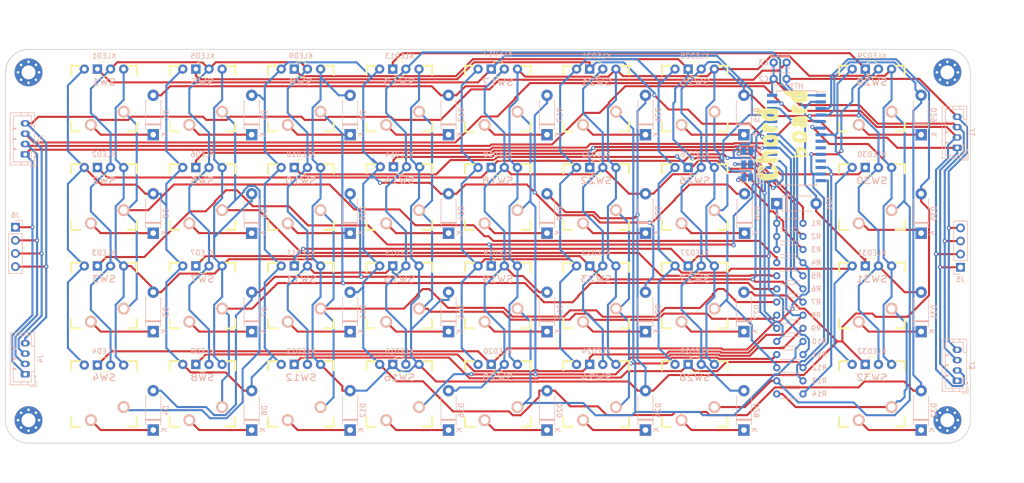
<source format=kicad_pcb>
(kicad_pcb (version 20171130) (host pcbnew 5.0.1+dfsg1-3)
  (layers (0 F.Cu signal) (31 B.Cu signal) (34 B.Paste user) (35 F.Paste user) (36 B.SilkS user) (37 F.SilkS user) (38 B.Mask user) (39 F.Mask user) (44 Edge.Cuts user))
  (net 0 "")
  (net 1 /T_GND)
  (net 2 /T_5V)
  (net 3 /T_SDA)
  (net 4 /T_SCL)
  (net 5 "Net-(D2-Pad1)")
  (net 6 "Net-(D1-Pad1)")
  (net 7 "Net-(D3-Pad1)")
  (net 8 "Net-(D4-Pad1)")
  (net 9 "Net-(HT1-Pad6)")
  (net 10 "Net-(HT1-Pad7)")
  (net 11 "Net-(JP1-Pad1)")
  (net 12 "Net-(JP2-Pad1)")
  (net 13 "Net-(JP3-Pad1)")
  (net 14 "Net-(R5-Pad2)")
  (net 15 "Net-(D5-Pad1)")
  (net 16 "Net-(D6-Pad1)")
  (net 17 "Net-(D7-Pad1)")
  (net 18 "Net-(D8-Pad1)")
  (net 19 "Net-(D9-Pad1)")
  (net 20 "Net-(D10-Pad1)")
  (net 21 "Net-(D11-Pad1)")
  (net 22 "Net-(D12-Pad1)")
  (net 23 "Net-(D13-Pad1)")
  (net 24 "Net-(D14-Pad1)")
  (net 25 "Net-(D15-Pad1)")
  (net 26 "Net-(D16-Pad1)")
  (net 27 "Net-(D17-Pad1)")
  (net 28 "Net-(D18-Pad1)")
  (net 29 "Net-(D19-Pad1)")
  (net 30 "Net-(D20-Pad1)")
  (net 31 "Net-(D21-Pad1)")
  (net 32 "Net-(D22-Pad1)")
  (net 33 "Net-(D23-Pad1)")
  (net 34 "Net-(D24-Pad1)")
  (net 35 "Net-(D25-Pad1)")
  (net 36 "Net-(D26-Pad1)")
  (net 37 "Net-(D27-Pad1)")
  (net 38 "Net-(D28-Pad1)")
  (net 39 "Net-(D29-Pad1)")
  (net 40 "Net-(D30-Pad1)")
  (net 41 "Net-(D31-Pad1)")
  (net 42 "Net-(D32-Pad1)")
  (net 43 "Net-(D1-Pad2)")
  (net 44 "Net-(D11-Pad2)")
  (net 45 "Net-(D12-Pad2)")
  (net 46 "Net-(HT1-Pad12)")
  (net 47 "Net-(HT1-Pad13)")
  (net 48 "Net-(HT1-Pad14)")
  (net 49 "Net-(HT1-Pad15)")
  (net 50 "Net-(HT1-Pad16)")
  (net 51 "Net-(HT1-Pad17)")
  (net 52 "Net-(HT1-Pad18)")
  (net 53 "Net-(HT1-Pad19)")
  (net 54 "Net-(HT1-Pad20)")
  (net 55 "Net-(HT1-Pad21)")
  (net 56 "Net-(HT1-Pad22)")
  (net 57 "Net-(HT1-Pad23)")
  (net 58 "Net-(HT1-Pad24)")
  (net 59 "Net-(HT1-Pad25)")
  (net 60 "Net-(R4-Pad2)")
  (net 61 "Net-(R6-Pad2)")
  (net 62 "Net-(R7-Pad2)")
  (net 63 "Net-(R8-Pad2)")
  (net 64 "Net-(R9-Pad2)")
  (net 65 "Net-(R10-Pad2)")
  (net 66 "Net-(R11-Pad2)")
  (net 67 "Net-(R12-Pad2)")
  (net 68 "Net-(R13-Pad2)")
  (net 69 "Net-(R14-Pad2)")
  (net 70 "Net-(AD1-Pad1)")
  (net 71 "Net-(AD1-Pad2)")
  (module chordboard-footprints:LED_D3.0mm-4 (layer F.Cu) (at 102.235 162.56)
    (fp_text reference KLED12 (at 2.54 -2.54) (layer B.SilkS) (effects (justify mirror)))
    (fp_text value LED_ARGB)
    (pad 4 thru_hole circle (at 3.81 0) (size 1.8 1.8) (drill 0.9) (layers *.Cu *.Mask) (net 71 "Net-(AD1-Pad2)"))
    (pad 2 thru_hole circle (at -1.27 0) (size 1.8 1.8) (drill 0.9) (layers *.Cu *.Mask) (net 44 "Net-(D11-Pad2)"))
    (pad 1 thru_hole rect (at 1.27 0) (size 1.8 1.8) (drill 0.9) (layers *.Cu *.Mask) (net 48 "Net-(HT1-Pad14)"))
    (pad 3 thru_hole circle (at 6.35 0) (size 1.8 1.8) (drill 0.9) (layers *.Cu *.Mask) (net 45 "Net-(D12-Pad2)"))
  )
  (module chordboard-footprints:LED_D3.0mm-4 (layer F.Cu) (at 83.185 124.46)
    (fp_text reference KLED6 (at 2.54 -2.54) (layer B.SilkS) (effects (justify mirror)))
    (fp_text value LED_ARGB)
    (pad 4 thru_hole circle (at 3.81 0) (size 1.8 1.8) (drill 0.9) (layers *.Cu *.Mask) (net 71 "Net-(AD1-Pad2)"))
    (pad 2 thru_hole circle (at -1.27 0) (size 1.8 1.8) (drill 0.9) (layers *.Cu *.Mask) (net 44 "Net-(D11-Pad2)"))
    (pad 1 thru_hole rect (at 1.27 0) (size 1.8 1.8) (drill 0.9) (layers *.Cu *.Mask) (net 54 "Net-(HT1-Pad20)"))
    (pad 3 thru_hole circle (at 6.35 0) (size 1.8 1.8) (drill 0.9) (layers *.Cu *.Mask) (net 45 "Net-(D12-Pad2)"))
  )
  (module chordboard-footprints:CHERRY_PCB_100H (layer F.Cu) (at 123.825 111.125 180)
    (fp_text reference SW13 (at 0 3.175 180) (layer B.SilkS) (effects (font (size 1.27 1.524) (thickness 0.2032)) (justify mirror)))
    (fp_text value SW_Push hide)
    (pad HOLE np_thru_hole circle (at 5.08 0 180) (size 1.7018 1.7018) (drill 1.7018) (layers *.Cu))
    (pad HOLE np_thru_hole circle (at -5.08 0 180) (size 1.7018 1.7018) (drill 1.7018) (layers *.Cu))
    (pad HOLE np_thru_hole circle (at 0 0 180) (size 3.9878 3.9878) (drill 3.9878) (layers *.Cu))
    (pad 2 thru_hole circle (at -3.81 -2.54 180) (size 2.286 2.286) (drill 1.4986) (layers *.Cu *.SilkS *.Mask) (net 63 "Net-(R8-Pad2)"))
    (pad 1 thru_hole circle (at 2.54 -5.08 180) (size 2.286 2.286) (drill 1.4986) (layers *.Cu *.SilkS *.Mask) (net 23 "Net-(D13-Pad1)"))
  )
  (module chordboard-footprints:CHERRY_PCB_100H (layer F.Cu) (at 85.725 130.175 180)
    (fp_text reference SW6 (at 0 3.175 180) (layer B.SilkS) (effects (font (size 1.27 1.524) (thickness 0.2032)) (justify mirror)))
    (fp_text value SW_Push hide)
    (pad 1 thru_hole circle (at 2.54 -5.08 180) (size 2.286 2.286) (drill 1.4986) (layers *.Cu *.SilkS *.Mask) (net 16 "Net-(D6-Pad1)"))
    (pad 2 thru_hole circle (at -3.81 -2.54 180) (size 2.286 2.286) (drill 1.4986) (layers *.Cu *.SilkS *.Mask) (net 14 "Net-(R5-Pad2)"))
    (pad HOLE np_thru_hole circle (at 0 0 180) (size 3.9878 3.9878) (drill 3.9878) (layers *.Cu))
    (pad HOLE np_thru_hole circle (at -5.08 0 180) (size 1.7018 1.7018) (drill 1.7018) (layers *.Cu))
    (pad HOLE np_thru_hole circle (at 5.08 0 180) (size 1.7018 1.7018) (drill 1.7018) (layers *.Cu))
  )
  (module chordboard-footprints:LED_D3.0mm-4 (layer F.Cu) (at 102.235 124.46)
    (fp_text reference KLED10 (at 2.54 -2.54) (layer B.SilkS) (effects (justify mirror)))
    (fp_text value LED_ARGB)
    (pad 3 thru_hole circle (at 6.35 0) (size 1.8 1.8) (drill 0.9) (layers *.Cu *.Mask) (net 45 "Net-(D12-Pad2)"))
    (pad 1 thru_hole rect (at 1.27 0) (size 1.8 1.8) (drill 0.9) (layers *.Cu *.Mask) (net 50 "Net-(HT1-Pad16)"))
    (pad 2 thru_hole circle (at -1.27 0) (size 1.8 1.8) (drill 0.9) (layers *.Cu *.Mask) (net 44 "Net-(D11-Pad2)"))
    (pad 4 thru_hole circle (at 3.81 0) (size 1.8 1.8) (drill 0.9) (layers *.Cu *.Mask) (net 71 "Net-(AD1-Pad2)"))
  )
  (module chordboard-footprints:CHERRY_PCB_100H (layer F.Cu) (at 180.975 111.125 180)
    (fp_text reference SW25 (at 0 3.175 180) (layer B.SilkS) (effects (font (size 1.27 1.524) (thickness 0.2032)) (justify mirror)))
    (fp_text value SW_Push hide)
    (pad 1 thru_hole circle (at 2.54 -5.08 180) (size 2.286 2.286) (drill 1.4986) (layers *.Cu *.SilkS *.Mask) (net 35 "Net-(D25-Pad1)"))
    (pad 2 thru_hole circle (at -3.81 -2.54 180) (size 2.286 2.286) (drill 1.4986) (layers *.Cu *.SilkS *.Mask) (net 67 "Net-(R12-Pad2)"))
    (pad HOLE np_thru_hole circle (at 0 0 180) (size 3.9878 3.9878) (drill 3.9878) (layers *.Cu))
    (pad HOLE np_thru_hole circle (at -5.08 0 180) (size 1.7018 1.7018) (drill 1.7018) (layers *.Cu))
    (pad HOLE np_thru_hole circle (at 5.08 0 180) (size 1.7018 1.7018) (drill 1.7018) (layers *.Cu))
  )
  (module chordboard-footprints:LED_D3.0mm-4 (layer F.Cu) (at 178.435 162.56)
    (fp_text reference KLED28 (at 2.54 -2.54) (layer B.SilkS) (effects (justify mirror)))
    (fp_text value LED_ARGB)
    (pad 4 thru_hole circle (at 3.81 0) (size 1.8 1.8) (drill 0.9) (layers *.Cu *.Mask) (net 43 "Net-(D1-Pad2)"))
    (pad 2 thru_hole circle (at -1.27 0) (size 1.8 1.8) (drill 0.9) (layers *.Cu *.Mask) (net 10 "Net-(HT1-Pad7)"))
    (pad 1 thru_hole rect (at 1.27 0) (size 1.8 1.8) (drill 0.9) (layers *.Cu *.Mask) (net 48 "Net-(HT1-Pad14)"))
    (pad 3 thru_hole circle (at 6.35 0) (size 1.8 1.8) (drill 0.9) (layers *.Cu *.Mask) (net 9 "Net-(HT1-Pad6)"))
  )
  (module chordboard-footprints:CHERRY_PCB_100H (layer F.Cu) (at 161.925 168.275 180)
    (fp_text reference SW24 (at 0 3.175 180) (layer B.SilkS) (effects (font (size 1.27 1.524) (thickness 0.2032)) (justify mirror)))
    (fp_text value SW_Push hide)
    (pad 1 thru_hole circle (at 2.54 -5.08 180) (size 2.286 2.286) (drill 1.4986) (layers *.Cu *.SilkS *.Mask) (net 34 "Net-(D24-Pad1)"))
    (pad 2 thru_hole circle (at -3.81 -2.54 180) (size 2.286 2.286) (drill 1.4986) (layers *.Cu *.SilkS *.Mask) (net 66 "Net-(R11-Pad2)"))
    (pad HOLE np_thru_hole circle (at 0 0 180) (size 3.9878 3.9878) (drill 3.9878) (layers *.Cu))
    (pad HOLE np_thru_hole circle (at -5.08 0 180) (size 1.7018 1.7018) (drill 1.7018) (layers *.Cu))
    (pad HOLE np_thru_hole circle (at 5.08 0 180) (size 1.7018 1.7018) (drill 1.7018) (layers *.Cu))
  )
  (module chordboard-footprints:LED_D3.0mm-4 (layer F.Cu) (at 83.185 143.51)
    (fp_text reference KLED7 (at 2.54 -2.54) (layer B.SilkS) (effects (justify mirror)))
    (fp_text value LED_ARGB)
    (pad 4 thru_hole circle (at 3.81 0) (size 1.8 1.8) (drill 0.9) (layers *.Cu *.Mask) (net 71 "Net-(AD1-Pad2)"))
    (pad 2 thru_hole circle (at -1.27 0) (size 1.8 1.8) (drill 0.9) (layers *.Cu *.Mask) (net 44 "Net-(D11-Pad2)"))
    (pad 1 thru_hole rect (at 1.27 0) (size 1.8 1.8) (drill 0.9) (layers *.Cu *.Mask) (net 53 "Net-(HT1-Pad19)"))
    (pad 3 thru_hole circle (at 6.35 0) (size 1.8 1.8) (drill 0.9) (layers *.Cu *.Mask) (net 45 "Net-(D12-Pad2)"))
  )
  (module chordboard-footprints:CHERRY_PCB_100H (layer F.Cu) (at 142.875 111.125 180)
    (fp_text reference SW17 (at 0 3.175 180) (layer B.SilkS) (effects (font (size 1.27 1.524) (thickness 0.2032)) (justify mirror)))
    (fp_text value SW_Push hide)
    (pad 1 thru_hole circle (at 2.54 -5.08 180) (size 2.286 2.286) (drill 1.4986) (layers *.Cu *.SilkS *.Mask) (net 27 "Net-(D17-Pad1)"))
    (pad 2 thru_hole circle (at -3.81 -2.54 180) (size 2.286 2.286) (drill 1.4986) (layers *.Cu *.SilkS *.Mask) (net 64 "Net-(R9-Pad2)"))
    (pad HOLE np_thru_hole circle (at 0 0 180) (size 3.9878 3.9878) (drill 3.9878) (layers *.Cu))
    (pad HOLE np_thru_hole circle (at -5.08 0 180) (size 1.7018 1.7018) (drill 1.7018) (layers *.Cu))
    (pad HOLE np_thru_hole circle (at 5.08 0 180) (size 1.7018 1.7018) (drill 1.7018) (layers *.Cu))
  )
  (module chordboard-footprints:CHERRY_PCB_100H (layer F.Cu) (at 104.775 111.125 180)
    (fp_text reference SW9 (at 0 3.175 180) (layer B.SilkS) (effects (font (size 1.27 1.524) (thickness 0.2032)) (justify mirror)))
    (fp_text value SW_Push hide)
    (pad HOLE np_thru_hole circle (at 5.08 0 180) (size 1.7018 1.7018) (drill 1.7018) (layers *.Cu))
    (pad HOLE np_thru_hole circle (at -5.08 0 180) (size 1.7018 1.7018) (drill 1.7018) (layers *.Cu))
    (pad HOLE np_thru_hole circle (at 0 0 180) (size 3.9878 3.9878) (drill 3.9878) (layers *.Cu))
    (pad 2 thru_hole circle (at -3.81 -2.54 180) (size 2.286 2.286) (drill 1.4986) (layers *.Cu *.SilkS *.Mask) (net 61 "Net-(R6-Pad2)"))
    (pad 1 thru_hole circle (at 2.54 -5.08 180) (size 2.286 2.286) (drill 1.4986) (layers *.Cu *.SilkS *.Mask) (net 19 "Net-(D9-Pad1)"))
  )
  (module chordboard-footprints:LED_D3.0mm-4 (layer F.Cu) (at 212.725 105.41)
    (fp_text reference KLED29 (at 2.54 -2.54) (layer B.SilkS) (effects (justify mirror)))
    (fp_text value LED_ARGB)
    (pad 4 thru_hole circle (at 3.81 0) (size 1.8 1.8) (drill 0.9) (layers *.Cu *.Mask) (net 43 "Net-(D1-Pad2)"))
    (pad 2 thru_hole circle (at -1.27 0) (size 1.8 1.8) (drill 0.9) (layers *.Cu *.Mask) (net 10 "Net-(HT1-Pad7)"))
    (pad 1 thru_hole rect (at 1.27 0) (size 1.8 1.8) (drill 0.9) (layers *.Cu *.Mask) (net 47 "Net-(HT1-Pad13)"))
    (pad 3 thru_hole circle (at 6.35 0) (size 1.8 1.8) (drill 0.9) (layers *.Cu *.Mask) (net 9 "Net-(HT1-Pad6)"))
  )
  (module chordboard-footprints:LED_D3.0mm-4 (layer F.Cu) (at 212.725 124.46)
    (fp_text reference KLED30 (at 2.54 -2.54) (layer B.SilkS) (effects (justify mirror)))
    (fp_text value LED_ARGB)
    (pad 4 thru_hole circle (at 3.81 0) (size 1.8 1.8) (drill 0.9) (layers *.Cu *.Mask) (net 43 "Net-(D1-Pad2)"))
    (pad 2 thru_hole circle (at -1.27 0) (size 1.8 1.8) (drill 0.9) (layers *.Cu *.Mask) (net 10 "Net-(HT1-Pad7)"))
    (pad 1 thru_hole rect (at 1.27 0) (size 1.8 1.8) (drill 0.9) (layers *.Cu *.Mask) (net 46 "Net-(HT1-Pad12)"))
    (pad 3 thru_hole circle (at 6.35 0) (size 1.8 1.8) (drill 0.9) (layers *.Cu *.Mask) (net 9 "Net-(HT1-Pad6)"))
  )
  (module chordboard-footprints:LED_D3.0mm-4 (layer F.Cu) (at 178.435 105.41)
    (fp_text reference KLED25 (at 2.54 -2.54) (layer B.SilkS) (effects (justify mirror)))
    (fp_text value LED_ARGB)
    (pad 4 thru_hole circle (at 3.81 0) (size 1.8 1.8) (drill 0.9) (layers *.Cu *.Mask) (net 43 "Net-(D1-Pad2)"))
    (pad 2 thru_hole circle (at -1.27 0) (size 1.8 1.8) (drill 0.9) (layers *.Cu *.Mask) (net 10 "Net-(HT1-Pad7)"))
    (pad 1 thru_hole rect (at 1.27 0) (size 1.8 1.8) (drill 0.9) (layers *.Cu *.Mask) (net 51 "Net-(HT1-Pad17)"))
    (pad 3 thru_hole circle (at 6.35 0) (size 1.8 1.8) (drill 0.9) (layers *.Cu *.Mask) (net 9 "Net-(HT1-Pad6)"))
  )
  (module chordboard-footprints:CHERRY_PCB_100H (layer F.Cu) (at 85.725 149.225 180)
    (fp_text reference SW7 (at 0 3.175 180) (layer B.SilkS) (effects (font (size 1.27 1.524) (thickness 0.2032)) (justify mirror)))
    (fp_text value SW_Push hide)
    (pad 1 thru_hole circle (at 2.54 -5.08 180) (size 2.286 2.286) (drill 1.4986) (layers *.Cu *.SilkS *.Mask) (net 17 "Net-(D7-Pad1)"))
    (pad 2 thru_hole circle (at -3.81 -2.54 180) (size 2.286 2.286) (drill 1.4986) (layers *.Cu *.SilkS *.Mask) (net 61 "Net-(R6-Pad2)"))
    (pad HOLE np_thru_hole circle (at 0 0 180) (size 3.9878 3.9878) (drill 3.9878) (layers *.Cu))
    (pad HOLE np_thru_hole circle (at -5.08 0 180) (size 1.7018 1.7018) (drill 1.7018) (layers *.Cu))
    (pad HOLE np_thru_hole circle (at 5.08 0 180) (size 1.7018 1.7018) (drill 1.7018) (layers *.Cu))
  )
  (module chordboard-footprints:LED_D3.0mm-4 (layer F.Cu) (at 102.235 105.41)
    (fp_text reference KLED9 (at 2.54 -2.54) (layer B.SilkS) (effects (justify mirror)))
    (fp_text value LED_ARGB)
    (pad 4 thru_hole circle (at 3.81 0) (size 1.8 1.8) (drill 0.9) (layers *.Cu *.Mask) (net 71 "Net-(AD1-Pad2)"))
    (pad 2 thru_hole circle (at -1.27 0) (size 1.8 1.8) (drill 0.9) (layers *.Cu *.Mask) (net 44 "Net-(D11-Pad2)"))
    (pad 1 thru_hole rect (at 1.27 0) (size 1.8 1.8) (drill 0.9) (layers *.Cu *.Mask) (net 51 "Net-(HT1-Pad17)"))
    (pad 3 thru_hole circle (at 6.35 0) (size 1.8 1.8) (drill 0.9) (layers *.Cu *.Mask) (net 45 "Net-(D12-Pad2)"))
  )
  (module chordboard-footprints:CHERRY_PCB_100H (layer F.Cu) (at 180.975 130.175 180)
    (fp_text reference SW26 (at 0 3.175 180) (layer B.SilkS) (effects (font (size 1.27 1.524) (thickness 0.2032)) (justify mirror)))
    (fp_text value SW_Push hide)
    (pad 1 thru_hole circle (at 2.54 -5.08 180) (size 2.286 2.286) (drill 1.4986) (layers *.Cu *.SilkS *.Mask) (net 36 "Net-(D26-Pad1)"))
    (pad 2 thru_hole circle (at -3.81 -2.54 180) (size 2.286 2.286) (drill 1.4986) (layers *.Cu *.SilkS *.Mask) (net 67 "Net-(R12-Pad2)"))
    (pad HOLE np_thru_hole circle (at 0 0 180) (size 3.9878 3.9878) (drill 3.9878) (layers *.Cu))
    (pad HOLE np_thru_hole circle (at -5.08 0 180) (size 1.7018 1.7018) (drill 1.7018) (layers *.Cu))
    (pad HOLE np_thru_hole circle (at 5.08 0 180) (size 1.7018 1.7018) (drill 1.7018) (layers *.Cu))
  )
  (module chordboard-footprints:LED_D3.0mm-4 (layer F.Cu) (at 83.185 105.41)
    (fp_text reference KLED5 (at 2.54 -2.54) (layer B.SilkS) (effects (justify mirror)))
    (fp_text value LED_ARGB)
    (pad 3 thru_hole circle (at 6.35 0) (size 1.8 1.8) (drill 0.9) (layers *.Cu *.Mask) (net 45 "Net-(D12-Pad2)"))
    (pad 1 thru_hole rect (at 1.27 0) (size 1.8 1.8) (drill 0.9) (layers *.Cu *.Mask) (net 55 "Net-(HT1-Pad21)"))
    (pad 2 thru_hole circle (at -1.27 0) (size 1.8 1.8) (drill 0.9) (layers *.Cu *.Mask) (net 44 "Net-(D11-Pad2)"))
    (pad 4 thru_hole circle (at 3.81 0) (size 1.8 1.8) (drill 0.9) (layers *.Cu *.Mask) (net 71 "Net-(AD1-Pad2)"))
  )
  (module chordboard-footprints:LED_D3.0mm-4 (layer F.Cu) (at 159.385 143.51)
    (fp_text reference KLED23 (at 2.54 -2.54) (layer B.SilkS) (effects (justify mirror)))
    (fp_text value LED_ARGB)
    (pad 3 thru_hole circle (at 6.35 0) (size 1.8 1.8) (drill 0.9) (layers *.Cu *.Mask) (net 9 "Net-(HT1-Pad6)"))
    (pad 1 thru_hole rect (at 1.27 0) (size 1.8 1.8) (drill 0.9) (layers *.Cu *.Mask) (net 53 "Net-(HT1-Pad19)"))
    (pad 2 thru_hole circle (at -1.27 0) (size 1.8 1.8) (drill 0.9) (layers *.Cu *.Mask) (net 10 "Net-(HT1-Pad7)"))
    (pad 4 thru_hole circle (at 3.81 0) (size 1.8 1.8) (drill 0.9) (layers *.Cu *.Mask) (net 43 "Net-(D1-Pad2)"))
  )
  (module chordboard-footprints:LED_D3.0mm-4 (layer F.Cu) (at 64.135 162.687)
    (fp_text reference KLED4 (at 2.54 -2.667) (layer B.SilkS) (effects (justify mirror)))
    (fp_text value LED_ARGB)
    (pad 3 thru_hole circle (at 6.35 0) (size 1.8 1.8) (drill 0.9) (layers *.Cu *.Mask) (net 45 "Net-(D12-Pad2)"))
    (pad 1 thru_hole rect (at 1.27 0) (size 1.8 1.8) (drill 0.9) (layers *.Cu *.Mask) (net 56 "Net-(HT1-Pad22)"))
    (pad 2 thru_hole circle (at -1.27 0) (size 1.8 1.8) (drill 0.9) (layers *.Cu *.Mask) (net 44 "Net-(D11-Pad2)"))
    (pad 4 thru_hole circle (at 3.81 0) (size 1.8 1.8) (drill 0.9) (layers *.Cu *.Mask) (net 71 "Net-(AD1-Pad2)"))
  )
  (module chordboard-footprints:CHERRY_PCB_100H (layer F.Cu) (at 85.725 168.275 180)
    (fp_text reference SW8 (at 0 3.175 180) (layer B.SilkS) (effects (font (size 1.27 1.524) (thickness 0.2032)) (justify mirror)))
    (fp_text value SW_Push hide)
    (pad HOLE np_thru_hole circle (at 5.08 0 180) (size 1.7018 1.7018) (drill 1.7018) (layers *.Cu))
    (pad HOLE np_thru_hole circle (at -5.08 0 180) (size 1.7018 1.7018) (drill 1.7018) (layers *.Cu))
    (pad HOLE np_thru_hole circle (at 0 0 180) (size 3.9878 3.9878) (drill 3.9878) (layers *.Cu))
    (pad 2 thru_hole circle (at -3.81 -2.54 180) (size 2.286 2.286) (drill 1.4986) (layers *.Cu *.SilkS *.Mask) (net 61 "Net-(R6-Pad2)"))
    (pad 1 thru_hole circle (at 2.54 -5.08 180) (size 2.286 2.286) (drill 1.4986) (layers *.Cu *.SilkS *.Mask) (net 18 "Net-(D8-Pad1)"))
  )
  (module chordboard-footprints:CHERRY_PCB_100H (layer F.Cu) (at 161.925 149.225 180)
    (fp_text reference SW23 (at 0 3.175 180) (layer B.SilkS) (effects (font (size 1.27 1.524) (thickness 0.2032)) (justify mirror)))
    (fp_text value SW_Push hide)
    (pad HOLE np_thru_hole circle (at 5.08 0 180) (size 1.7018 1.7018) (drill 1.7018) (layers *.Cu))
    (pad HOLE np_thru_hole circle (at -5.08 0 180) (size 1.7018 1.7018) (drill 1.7018) (layers *.Cu))
    (pad HOLE np_thru_hole circle (at 0 0 180) (size 3.9878 3.9878) (drill 3.9878) (layers *.Cu))
    (pad 2 thru_hole circle (at -3.81 -2.54 180) (size 2.286 2.286) (drill 1.4986) (layers *.Cu *.SilkS *.Mask) (net 66 "Net-(R11-Pad2)"))
    (pad 1 thru_hole circle (at 2.54 -5.08 180) (size 2.286 2.286) (drill 1.4986) (layers *.Cu *.SilkS *.Mask) (net 33 "Net-(D23-Pad1)"))
  )
  (module chordboard-footprints:LED_D3.0mm-4 (layer F.Cu) (at 102.235 143.51)
    (fp_text reference KLED11 (at 2.54 -2.54) (layer B.SilkS) (effects (justify mirror)))
    (fp_text value LED_ARGB)
    (pad 3 thru_hole circle (at 6.35 0) (size 1.8 1.8) (drill 0.9) (layers *.Cu *.Mask) (net 45 "Net-(D12-Pad2)"))
    (pad 1 thru_hole rect (at 1.27 0) (size 1.8 1.8) (drill 0.9) (layers *.Cu *.Mask) (net 49 "Net-(HT1-Pad15)"))
    (pad 2 thru_hole circle (at -1.27 0) (size 1.8 1.8) (drill 0.9) (layers *.Cu *.Mask) (net 44 "Net-(D11-Pad2)"))
    (pad 4 thru_hole circle (at 3.81 0) (size 1.8 1.8) (drill 0.9) (layers *.Cu *.Mask) (net 71 "Net-(AD1-Pad2)"))
  )
  (module chordboard-footprints:LED_D3.0mm-4 (layer F.Cu) (at 178.435 143.51)
    (fp_text reference KLED27 (at 2.54 -2.54) (layer B.SilkS) (effects (justify mirror)))
    (fp_text value LED_ARGB)
    (pad 3 thru_hole circle (at 6.35 0) (size 1.8 1.8) (drill 0.9) (layers *.Cu *.Mask) (net 9 "Net-(HT1-Pad6)"))
    (pad 1 thru_hole rect (at 1.27 0) (size 1.8 1.8) (drill 0.9) (layers *.Cu *.Mask) (net 49 "Net-(HT1-Pad15)"))
    (pad 2 thru_hole circle (at -1.27 0) (size 1.8 1.8) (drill 0.9) (layers *.Cu *.Mask) (net 10 "Net-(HT1-Pad7)"))
    (pad 4 thru_hole circle (at 3.81 0) (size 1.8 1.8) (drill 0.9) (layers *.Cu *.Mask) (net 43 "Net-(D1-Pad2)"))
  )
  (module chordboard-footprints:CHERRY_PCB_100H (layer F.Cu) (at 104.775 130.175 180)
    (fp_text reference SW10 (at 0 3.175 180) (layer B.SilkS) (effects (font (size 1.27 1.524) (thickness 0.2032)) (justify mirror)))
    (fp_text value SW_Push hide)
    (pad HOLE np_thru_hole circle (at 5.08 0 180) (size 1.7018 1.7018) (drill 1.7018) (layers *.Cu))
    (pad HOLE np_thru_hole circle (at -5.08 0 180) (size 1.7018 1.7018) (drill 1.7018) (layers *.Cu))
    (pad HOLE np_thru_hole circle (at 0 0 180) (size 3.9878 3.9878) (drill 3.9878) (layers *.Cu))
    (pad 2 thru_hole circle (at -3.81 -2.54 180) (size 2.286 2.286) (drill 1.4986) (layers *.Cu *.SilkS *.Mask) (net 62 "Net-(R7-Pad2)"))
    (pad 1 thru_hole circle (at 2.54 -5.08 180) (size 2.286 2.286) (drill 1.4986) (layers *.Cu *.SilkS *.Mask) (net 20 "Net-(D10-Pad1)"))
  )
  (module chordboard-footprints:LED_D3.0mm-4 (layer F.Cu) (at 140.335 143.51)
    (fp_text reference KLED19 (at 2.54 -2.54) (layer B.SilkS) (effects (justify mirror)))
    (fp_text value LED_ARGB)
    (pad 4 thru_hole circle (at 3.81 0) (size 1.8 1.8) (drill 0.9) (layers *.Cu *.Mask) (net 43 "Net-(D1-Pad2)"))
    (pad 2 thru_hole circle (at -1.27 0) (size 1.8 1.8) (drill 0.9) (layers *.Cu *.Mask) (net 10 "Net-(HT1-Pad7)"))
    (pad 1 thru_hole rect (at 1.27 0) (size 1.8 1.8) (drill 0.9) (layers *.Cu *.Mask) (net 57 "Net-(HT1-Pad23)"))
    (pad 3 thru_hole circle (at 6.35 0) (size 1.8 1.8) (drill 0.9) (layers *.Cu *.Mask) (net 9 "Net-(HT1-Pad6)"))
  )
  (module chordboard-footprints:LED_D3.0mm-4 (layer F.Cu) (at 140.335 162.56)
    (fp_text reference KLED20 (at 2.54 -2.54) (layer B.SilkS) (effects (justify mirror)))
    (fp_text value LED_ARGB)
    (pad 3 thru_hole circle (at 6.35 0) (size 1.8 1.8) (drill 0.9) (layers *.Cu *.Mask) (net 9 "Net-(HT1-Pad6)"))
    (pad 1 thru_hole rect (at 1.27 0) (size 1.8 1.8) (drill 0.9) (layers *.Cu *.Mask) (net 56 "Net-(HT1-Pad22)"))
    (pad 2 thru_hole circle (at -1.27 0) (size 1.8 1.8) (drill 0.9) (layers *.Cu *.Mask) (net 10 "Net-(HT1-Pad7)"))
    (pad 4 thru_hole circle (at 3.81 0) (size 1.8 1.8) (drill 0.9) (layers *.Cu *.Mask) (net 43 "Net-(D1-Pad2)"))
  )
  (module chordboard-footprints:CHERRY_PCB_100H (layer F.Cu) (at 104.775 149.225 180)
    (fp_text reference SW11 (at 0 3.175 180) (layer B.SilkS) (effects (font (size 1.27 1.524) (thickness 0.2032)) (justify mirror)))
    (fp_text value SW_Push hide)
    (pad HOLE np_thru_hole circle (at 5.08 0 180) (size 1.7018 1.7018) (drill 1.7018) (layers *.Cu))
    (pad HOLE np_thru_hole circle (at -5.08 0 180) (size 1.7018 1.7018) (drill 1.7018) (layers *.Cu))
    (pad HOLE np_thru_hole circle (at 0 0 180) (size 3.9878 3.9878) (drill 3.9878) (layers *.Cu))
    (pad 2 thru_hole circle (at -3.81 -2.54 180) (size 2.286 2.286) (drill 1.4986) (layers *.Cu *.SilkS *.Mask) (net 62 "Net-(R7-Pad2)"))
    (pad 1 thru_hole circle (at 2.54 -5.08 180) (size 2.286 2.286) (drill 1.4986) (layers *.Cu *.SilkS *.Mask) (net 21 "Net-(D11-Pad1)"))
  )
  (module chordboard-footprints:LED_D3.0mm-4 (layer F.Cu) (at 83.185 162.56)
    (fp_text reference KLED8 (at 2.54 -2.54) (layer B.SilkS) (effects (justify mirror)))
    (fp_text value LED_ARGB)
    (pad 3 thru_hole circle (at 6.35 0) (size 1.8 1.8) (drill 0.9) (layers *.Cu *.Mask) (net 45 "Net-(D12-Pad2)"))
    (pad 1 thru_hole rect (at 1.27 0) (size 1.8 1.8) (drill 0.9) (layers *.Cu *.Mask) (net 52 "Net-(HT1-Pad18)"))
    (pad 2 thru_hole circle (at -1.27 0) (size 1.8 1.8) (drill 0.9) (layers *.Cu *.Mask) (net 44 "Net-(D11-Pad2)"))
    (pad 4 thru_hole circle (at 3.81 0) (size 1.8 1.8) (drill 0.9) (layers *.Cu *.Mask) (net 71 "Net-(AD1-Pad2)"))
  )
  (module chordboard-footprints:LED_D3.0mm-4 (layer F.Cu) (at 159.385 105.41)
    (fp_text reference KLED21 (at 2.54 -2.54) (layer B.SilkS) (effects (justify mirror)))
    (fp_text value LED_ARGB)
    (pad 4 thru_hole circle (at 3.81 0) (size 1.8 1.8) (drill 0.9) (layers *.Cu *.Mask) (net 43 "Net-(D1-Pad2)"))
    (pad 2 thru_hole circle (at -1.27 0) (size 1.8 1.8) (drill 0.9) (layers *.Cu *.Mask) (net 10 "Net-(HT1-Pad7)"))
    (pad 1 thru_hole rect (at 1.27 0) (size 1.8 1.8) (drill 0.9) (layers *.Cu *.Mask) (net 55 "Net-(HT1-Pad21)"))
    (pad 3 thru_hole circle (at 6.35 0) (size 1.8 1.8) (drill 0.9) (layers *.Cu *.Mask) (net 9 "Net-(HT1-Pad6)"))
  )
  (module chordboard-footprints:LED_D3.0mm-4 (layer F.Cu) (at 159.385 124.46)
    (fp_text reference KLED22 (at 2.54 -2.54) (layer B.SilkS) (effects (justify mirror)))
    (fp_text value LED_ARGB)
    (pad 3 thru_hole circle (at 6.35 0) (size 1.8 1.8) (drill 0.9) (layers *.Cu *.Mask) (net 9 "Net-(HT1-Pad6)"))
    (pad 1 thru_hole rect (at 1.27 0) (size 1.8 1.8) (drill 0.9) (layers *.Cu *.Mask) (net 54 "Net-(HT1-Pad20)"))
    (pad 2 thru_hole circle (at -1.27 0) (size 1.8 1.8) (drill 0.9) (layers *.Cu *.Mask) (net 10 "Net-(HT1-Pad7)"))
    (pad 4 thru_hole circle (at 3.81 0) (size 1.8 1.8) (drill 0.9) (layers *.Cu *.Mask) (net 43 "Net-(D1-Pad2)"))
  )
  (module chordboard-footprints:LED_D3.0mm-4 (layer F.Cu) (at 178.435 124.46)
    (fp_text reference KLED26 (at 2.54 -2.54) (layer B.SilkS) (effects (justify mirror)))
    (fp_text value LED_ARGB)
    (pad 3 thru_hole circle (at 6.35 0) (size 1.8 1.8) (drill 0.9) (layers *.Cu *.Mask) (net 9 "Net-(HT1-Pad6)"))
    (pad 1 thru_hole rect (at 1.27 0) (size 1.8 1.8) (drill 0.9) (layers *.Cu *.Mask) (net 50 "Net-(HT1-Pad16)"))
    (pad 2 thru_hole circle (at -1.27 0) (size 1.8 1.8) (drill 0.9) (layers *.Cu *.Mask) (net 10 "Net-(HT1-Pad7)"))
    (pad 4 thru_hole circle (at 3.81 0) (size 1.8 1.8) (drill 0.9) (layers *.Cu *.Mask) (net 43 "Net-(D1-Pad2)"))
  )
  (module chordboard-footprints:CHERRY_PCB_100H (layer F.Cu) (at 142.875 130.175 180)
    (fp_text reference SW18 (at 0 3.175 180) (layer B.SilkS) (effects (font (size 1.27 1.524) (thickness 0.2032)) (justify mirror)))
    (fp_text value SW_Push hide)
    (pad HOLE np_thru_hole circle (at 5.08 0 180) (size 1.7018 1.7018) (drill 1.7018) (layers *.Cu))
    (pad HOLE np_thru_hole circle (at -5.08 0 180) (size 1.7018 1.7018) (drill 1.7018) (layers *.Cu))
    (pad HOLE np_thru_hole circle (at 0 0 180) (size 3.9878 3.9878) (drill 3.9878) (layers *.Cu))
    (pad 2 thru_hole circle (at -3.81 -2.54 180) (size 2.286 2.286) (drill 1.4986) (layers *.Cu *.SilkS *.Mask) (net 64 "Net-(R9-Pad2)"))
    (pad 1 thru_hole circle (at 2.54 -5.08 180) (size 2.286 2.286) (drill 1.4986) (layers *.Cu *.SilkS *.Mask) (net 28 "Net-(D18-Pad1)"))
  )
  (module chordboard-footprints:CHERRY_PCB_100H (layer F.Cu) (at 104.775 168.275 180)
    (fp_text reference SW12 (at 0 3.175 180) (layer B.SilkS) (effects (font (size 1.27 1.524) (thickness 0.2032)) (justify mirror)))
    (fp_text value SW_Push hide)
    (pad 1 thru_hole circle (at 2.54 -5.08 180) (size 2.286 2.286) (drill 1.4986) (layers *.Cu *.SilkS *.Mask) (net 22 "Net-(D12-Pad1)"))
    (pad 2 thru_hole circle (at -3.81 -2.54 180) (size 2.286 2.286) (drill 1.4986) (layers *.Cu *.SilkS *.Mask) (net 62 "Net-(R7-Pad2)"))
    (pad HOLE np_thru_hole circle (at 0 0 180) (size 3.9878 3.9878) (drill 3.9878) (layers *.Cu))
    (pad HOLE np_thru_hole circle (at -5.08 0 180) (size 1.7018 1.7018) (drill 1.7018) (layers *.Cu))
    (pad HOLE np_thru_hole circle (at 5.08 0 180) (size 1.7018 1.7018) (drill 1.7018) (layers *.Cu))
  )
  (module chordboard-footprints:LED_D3.0mm-4 (layer F.Cu) (at 140.335 124.46)
    (fp_text reference KLED18 (at 2.54 -2.54) (layer B.SilkS) (effects (justify mirror)))
    (fp_text value LED_ARGB)
    (pad 4 thru_hole circle (at 3.81 0) (size 1.8 1.8) (drill 0.9) (layers *.Cu *.Mask) (net 43 "Net-(D1-Pad2)"))
    (pad 2 thru_hole circle (at -1.27 0) (size 1.8 1.8) (drill 0.9) (layers *.Cu *.Mask) (net 10 "Net-(HT1-Pad7)"))
    (pad 1 thru_hole rect (at 1.27 0) (size 1.8 1.8) (drill 0.9) (layers *.Cu *.Mask) (net 58 "Net-(HT1-Pad24)"))
    (pad 3 thru_hole circle (at 6.35 0) (size 1.8 1.8) (drill 0.9) (layers *.Cu *.Mask) (net 9 "Net-(HT1-Pad6)"))
  )
  (module chordboard-footprints:LED_D3.0mm-4 (layer F.Cu) (at 64.135 143.51)
    (fp_text reference KLED3 (at 2.54 -2.54) (layer B.SilkS) (effects (justify mirror)))
    (fp_text value LED_ARGB)
    (pad 4 thru_hole circle (at 3.81 0) (size 1.8 1.8) (drill 0.9) (layers *.Cu *.Mask) (net 71 "Net-(AD1-Pad2)"))
    (pad 2 thru_hole circle (at -1.27 0) (size 1.8 1.8) (drill 0.9) (layers *.Cu *.Mask) (net 44 "Net-(D11-Pad2)"))
    (pad 1 thru_hole rect (at 1.27 0) (size 1.8 1.8) (drill 0.9) (layers *.Cu *.Mask) (net 57 "Net-(HT1-Pad23)"))
    (pad 3 thru_hole circle (at 6.35 0) (size 1.8 1.8) (drill 0.9) (layers *.Cu *.Mask) (net 45 "Net-(D12-Pad2)"))
  )
  (module chordboard-footprints:CHERRY_PCB_100H (layer F.Cu) (at 66.675 149.225 180)
    (fp_text reference SW3 (at 0 3.175 180) (layer B.SilkS) (effects (font (size 1.27 1.524) (thickness 0.2032)) (justify mirror)))
    (fp_text value SW_Push hide)
    (pad 1 thru_hole circle (at 2.54 -5.08 180) (size 2.286 2.286) (drill 1.4986) (layers *.Cu *.SilkS *.Mask) (net 7 "Net-(D3-Pad1)"))
    (pad 2 thru_hole circle (at -3.81 -2.54 180) (size 2.286 2.286) (drill 1.4986) (layers *.Cu *.SilkS *.Mask) (net 60 "Net-(R4-Pad2)"))
    (pad HOLE np_thru_hole circle (at 0 0 180) (size 3.9878 3.9878) (drill 3.9878) (layers *.Cu))
    (pad HOLE np_thru_hole circle (at -5.08 0 180) (size 1.7018 1.7018) (drill 1.7018) (layers *.Cu))
    (pad HOLE np_thru_hole circle (at 5.08 0 180) (size 1.7018 1.7018) (drill 1.7018) (layers *.Cu))
  )
  (module chordboard-footprints:CHERRY_PCB_100H (layer F.Cu) (at 123.825 149.225 180)
    (fp_text reference SW15 (at 0 3.175 180) (layer B.SilkS) (effects (font (size 1.27 1.524) (thickness 0.2032)) (justify mirror)))
    (fp_text value SW_Push hide)
    (pad HOLE np_thru_hole circle (at 5.08 0 180) (size 1.7018 1.7018) (drill 1.7018) (layers *.Cu))
    (pad HOLE np_thru_hole circle (at -5.08 0 180) (size 1.7018 1.7018) (drill 1.7018) (layers *.Cu))
    (pad HOLE np_thru_hole circle (at 0 0 180) (size 3.9878 3.9878) (drill 3.9878) (layers *.Cu))
    (pad 2 thru_hole circle (at -3.81 -2.54 180) (size 2.286 2.286) (drill 1.4986) (layers *.Cu *.SilkS *.Mask) (net 63 "Net-(R8-Pad2)"))
    (pad 1 thru_hole circle (at 2.54 -5.08 180) (size 2.286 2.286) (drill 1.4986) (layers *.Cu *.SilkS *.Mask) (net 25 "Net-(D15-Pad1)"))
  )
  (module chordboard-footprints:LED_D3.0mm-4 (layer F.Cu) (at 121.412 124.333)
    (fp_text reference KLED14 (at 2.413 -2.413) (layer B.SilkS) (effects (justify mirror)))
    (fp_text value LED_ARGB)
    (pad 3 thru_hole circle (at 6.35 0) (size 1.8 1.8) (drill 0.9) (layers *.Cu *.Mask) (net 45 "Net-(D12-Pad2)"))
    (pad 1 thru_hole rect (at 1.27 0) (size 1.8 1.8) (drill 0.9) (layers *.Cu *.Mask) (net 46 "Net-(HT1-Pad12)"))
    (pad 2 thru_hole circle (at -1.27 0) (size 1.8 1.8) (drill 0.9) (layers *.Cu *.Mask) (net 44 "Net-(D11-Pad2)"))
    (pad 4 thru_hole circle (at 3.81 0) (size 1.8 1.8) (drill 0.9) (layers *.Cu *.Mask) (net 71 "Net-(AD1-Pad2)"))
  )
  (module chordboard-footprints:CHERRY_PCB_100H (layer F.Cu) (at 66.675 111.125 180)
    (fp_text reference SW1 (at 0 3.175 180) (layer B.SilkS) (effects (font (size 1.27 1.524) (thickness 0.2032)) (justify mirror)))
    (fp_text value SW_Push hide)
    (pad 1 thru_hole circle (at 2.54 -5.08 180) (size 2.286 2.286) (drill 1.4986) (layers *.Cu *.SilkS *.Mask) (net 6 "Net-(D1-Pad1)"))
    (pad 2 thru_hole circle (at -3.81 -2.54 180) (size 2.286 2.286) (drill 1.4986) (layers *.Cu *.SilkS *.Mask) (net 60 "Net-(R4-Pad2)"))
    (pad HOLE np_thru_hole circle (at 0 0 180) (size 3.9878 3.9878) (drill 3.9878) (layers *.Cu))
    (pad HOLE np_thru_hole circle (at -5.08 0 180) (size 1.7018 1.7018) (drill 1.7018) (layers *.Cu))
    (pad HOLE np_thru_hole circle (at 5.08 0 180) (size 1.7018 1.7018) (drill 1.7018) (layers *.Cu))
  )
  (module chordboard-footprints:CHERRY_PCB_100H (layer F.Cu) (at 161.925 130.175 180)
    (fp_text reference SW22 (at 0 3.175 180) (layer B.SilkS) (effects (font (size 1.27 1.524) (thickness 0.2032)) (justify mirror)))
    (fp_text value SW_Push hide)
    (pad HOLE np_thru_hole circle (at 5.08 0 180) (size 1.7018 1.7018) (drill 1.7018) (layers *.Cu))
    (pad HOLE np_thru_hole circle (at -5.08 0 180) (size 1.7018 1.7018) (drill 1.7018) (layers *.Cu))
    (pad HOLE np_thru_hole circle (at 0 0 180) (size 3.9878 3.9878) (drill 3.9878) (layers *.Cu))
    (pad 2 thru_hole circle (at -3.81 -2.54 180) (size 2.286 2.286) (drill 1.4986) (layers *.Cu *.SilkS *.Mask) (net 66 "Net-(R11-Pad2)"))
    (pad 1 thru_hole circle (at 2.54 -5.08 180) (size 2.286 2.286) (drill 1.4986) (layers *.Cu *.SilkS *.Mask) (net 32 "Net-(D22-Pad1)"))
  )
  (module chordboard-footprints:CHERRY_PCB_100H (layer F.Cu) (at 180.975 168.275 180)
    (fp_text reference SW28 (at 0 3.175 180) (layer B.SilkS) (effects (font (size 1.27 1.524) (thickness 0.2032)) (justify mirror)))
    (fp_text value SW_Push hide)
    (pad 1 thru_hole circle (at 2.54 -5.08 180) (size 2.286 2.286) (drill 1.4986) (layers *.Cu *.SilkS *.Mask) (net 38 "Net-(D28-Pad1)"))
    (pad 2 thru_hole circle (at -3.81 -2.54 180) (size 2.286 2.286) (drill 1.4986) (layers *.Cu *.SilkS *.Mask) (net 68 "Net-(R13-Pad2)"))
    (pad HOLE np_thru_hole circle (at 0 0 180) (size 3.9878 3.9878) (drill 3.9878) (layers *.Cu))
    (pad HOLE np_thru_hole circle (at -5.08 0 180) (size 1.7018 1.7018) (drill 1.7018) (layers *.Cu))
    (pad HOLE np_thru_hole circle (at 5.08 0 180) (size 1.7018 1.7018) (drill 1.7018) (layers *.Cu))
  )
  (module chordboard-footprints:LED_D3.0mm-4 (layer F.Cu) (at 64.135 124.46)
    (fp_text reference KLED2 (at 2.54 -2.54) (layer B.SilkS) (effects (justify mirror)))
    (fp_text value LED_ARGB)
    (pad 4 thru_hole circle (at 3.81 0) (size 1.8 1.8) (drill 0.9) (layers *.Cu *.Mask) (net 71 "Net-(AD1-Pad2)"))
    (pad 2 thru_hole circle (at -1.27 0) (size 1.8 1.8) (drill 0.9) (layers *.Cu *.Mask) (net 44 "Net-(D11-Pad2)"))
    (pad 1 thru_hole rect (at 1.27 0) (size 1.8 1.8) (drill 0.9) (layers *.Cu *.Mask) (net 58 "Net-(HT1-Pad24)"))
    (pad 3 thru_hole circle (at 6.35 0) (size 1.8 1.8) (drill 0.9) (layers *.Cu *.Mask) (net 45 "Net-(D12-Pad2)"))
  )
  (module chordboard-footprints:CHERRY_PCB_100H (layer F.Cu) (at 142.875 149.225 180)
    (fp_text reference SW19 (at 0 3.175 180) (layer B.SilkS) (effects (font (size 1.27 1.524) (thickness 0.2032)) (justify mirror)))
    (fp_text value SW_Push hide)
    (pad 1 thru_hole circle (at 2.54 -5.08 180) (size 2.286 2.286) (drill 1.4986) (layers *.Cu *.SilkS *.Mask) (net 29 "Net-(D19-Pad1)"))
    (pad 2 thru_hole circle (at -3.81 -2.54 180) (size 2.286 2.286) (drill 1.4986) (layers *.Cu *.SilkS *.Mask) (net 65 "Net-(R10-Pad2)"))
    (pad HOLE np_thru_hole circle (at 0 0 180) (size 3.9878 3.9878) (drill 3.9878) (layers *.Cu))
    (pad HOLE np_thru_hole circle (at -5.08 0 180) (size 1.7018 1.7018) (drill 1.7018) (layers *.Cu))
    (pad HOLE np_thru_hole circle (at 5.08 0 180) (size 1.7018 1.7018) (drill 1.7018) (layers *.Cu))
  )
  (module chordboard-footprints:LED_D3.0mm-4 (layer F.Cu) (at 140.335 105.41)
    (fp_text reference KLED17 (at 2.54 -2.96) (layer B.SilkS) (effects (justify mirror)))
    (fp_text value LED_ARGB)
    (pad 3 thru_hole circle (at 6.35 0) (size 1.8 1.8) (drill 0.9) (layers *.Cu *.Mask) (net 9 "Net-(HT1-Pad6)"))
    (pad 1 thru_hole rect (at 1.27 0) (size 1.8 1.8) (drill 0.9) (layers *.Cu *.Mask) (net 59 "Net-(HT1-Pad25)"))
    (pad 2 thru_hole circle (at -1.27 0) (size 1.8 1.8) (drill 0.9) (layers *.Cu *.Mask) (net 10 "Net-(HT1-Pad7)"))
    (pad 4 thru_hole circle (at 3.81 0) (size 1.8 1.8) (drill 0.9) (layers *.Cu *.Mask) (net 43 "Net-(D1-Pad2)"))
  )
  (module chordboard-footprints:CHERRY_PCB_100H (layer F.Cu) (at 123.825 168.275 180)
    (fp_text reference SW16 (at 0 3.175 180) (layer B.SilkS) (effects (font (size 1.27 1.524) (thickness 0.2032)) (justify mirror)))
    (fp_text value SW_Push hide)
    (pad HOLE np_thru_hole circle (at 5.08 0 180) (size 1.7018 1.7018) (drill 1.7018) (layers *.Cu))
    (pad HOLE np_thru_hole circle (at -5.08 0 180) (size 1.7018 1.7018) (drill 1.7018) (layers *.Cu))
    (pad HOLE np_thru_hole circle (at 0 0 180) (size 3.9878 3.9878) (drill 3.9878) (layers *.Cu))
    (pad 2 thru_hole circle (at -3.81 -2.54 180) (size 2.286 2.286) (drill 1.4986) (layers *.Cu *.SilkS *.Mask) (net 64 "Net-(R9-Pad2)"))
    (pad 1 thru_hole circle (at 2.54 -5.08 180) (size 2.286 2.286) (drill 1.4986) (layers *.Cu *.SilkS *.Mask) (net 26 "Net-(D16-Pad1)"))
  )
  (module chordboard-footprints:CHERRY_PCB_100H (layer F.Cu) (at 66.675 168.275 180)
    (fp_text reference SW4 (at 0 3.175 180) (layer B.SilkS) (effects (font (size 1.27 1.524) (thickness 0.2032)) (justify mirror)))
    (fp_text value SW_Push hide)
    (pad HOLE np_thru_hole circle (at 5.08 0 180) (size 1.7018 1.7018) (drill 1.7018) (layers *.Cu))
    (pad HOLE np_thru_hole circle (at -5.08 0 180) (size 1.7018 1.7018) (drill 1.7018) (layers *.Cu))
    (pad HOLE np_thru_hole circle (at 0 0 180) (size 3.9878 3.9878) (drill 3.9878) (layers *.Cu))
    (pad 2 thru_hole circle (at -3.81 -2.54 180) (size 2.286 2.286) (drill 1.4986) (layers *.Cu *.SilkS *.Mask) (net 14 "Net-(R5-Pad2)"))
    (pad 1 thru_hole circle (at 2.54 -5.08 180) (size 2.286 2.286) (drill 1.4986) (layers *.Cu *.SilkS *.Mask) (net 8 "Net-(D4-Pad1)"))
  )
  (module chordboard-footprints:CHERRY_PCB_100H (layer F.Cu) (at 142.875 168.275 180)
    (fp_text reference SW20 (at 0 3.175 180) (layer B.SilkS) (effects (font (size 1.27 1.524) (thickness 0.2032)) (justify mirror)))
    (fp_text value SW_Push hide)
    (pad HOLE np_thru_hole circle (at 5.08 0 180) (size 1.7018 1.7018) (drill 1.7018) (layers *.Cu))
    (pad HOLE np_thru_hole circle (at -5.08 0 180) (size 1.7018 1.7018) (drill 1.7018) (layers *.Cu))
    (pad HOLE np_thru_hole circle (at 0 0 180) (size 3.9878 3.9878) (drill 3.9878) (layers *.Cu))
    (pad 2 thru_hole circle (at -3.81 -2.54 180) (size 2.286 2.286) (drill 1.4986) (layers *.Cu *.SilkS *.Mask) (net 65 "Net-(R10-Pad2)"))
    (pad 1 thru_hole circle (at 2.54 -5.08 180) (size 2.286 2.286) (drill 1.4986) (layers *.Cu *.SilkS *.Mask) (net 30 "Net-(D20-Pad1)"))
  )
  (module chordboard-footprints:LED_D3.0mm-4 (layer F.Cu) (at 121.285 105.41)
    (fp_text reference KLED13 (at 2.54 -2.54) (layer B.SilkS) (effects (justify mirror)))
    (fp_text value LED_ARGB)
    (pad 4 thru_hole circle (at 3.81 0) (size 1.8 1.8) (drill 0.9) (layers *.Cu *.Mask) (net 71 "Net-(AD1-Pad2)"))
    (pad 2 thru_hole circle (at -1.27 0) (size 1.8 1.8) (drill 0.9) (layers *.Cu *.Mask) (net 44 "Net-(D11-Pad2)"))
    (pad 1 thru_hole rect (at 1.27 0) (size 1.8 1.8) (drill 0.9) (layers *.Cu *.Mask) (net 47 "Net-(HT1-Pad13)"))
    (pad 3 thru_hole circle (at 6.35 0) (size 1.8 1.8) (drill 0.9) (layers *.Cu *.Mask) (net 45 "Net-(D12-Pad2)"))
  )
  (module chordboard-footprints:CHERRY_PCB_100H (layer F.Cu) (at 123.825 130.175 180)
    (fp_text reference SW14 (at 0 3.175 180) (layer B.SilkS) (effects (font (size 1.27 1.524) (thickness 0.2032)) (justify mirror)))
    (fp_text value SW_Push hide)
    (pad HOLE np_thru_hole circle (at 5.08 0 180) (size 1.7018 1.7018) (drill 1.7018) (layers *.Cu))
    (pad HOLE np_thru_hole circle (at -5.08 0 180) (size 1.7018 1.7018) (drill 1.7018) (layers *.Cu))
    (pad HOLE np_thru_hole circle (at 0 0 180) (size 3.9878 3.9878) (drill 3.9878) (layers *.Cu))
    (pad 2 thru_hole circle (at -3.81 -2.54 180) (size 2.286 2.286) (drill 1.4986) (layers *.Cu *.SilkS *.Mask) (net 63 "Net-(R8-Pad2)"))
    (pad 1 thru_hole circle (at 2.54 -5.08 180) (size 2.286 2.286) (drill 1.4986) (layers *.Cu *.SilkS *.Mask) (net 24 "Net-(D14-Pad1)"))
  )
  (module chordboard-footprints:CHERRY_PCB_100H (layer F.Cu) (at 85.725 111.125 180)
    (fp_text reference SW5 (at 0 3.175 180) (layer B.SilkS) (effects (font (size 1.27 1.524) (thickness 0.2032)) (justify mirror)))
    (fp_text value SW_Push hide)
    (pad HOLE np_thru_hole circle (at 5.08 0 180) (size 1.7018 1.7018) (drill 1.7018) (layers *.Cu))
    (pad HOLE np_thru_hole circle (at -5.08 0 180) (size 1.7018 1.7018) (drill 1.7018) (layers *.Cu))
    (pad HOLE np_thru_hole circle (at 0 0 180) (size 3.9878 3.9878) (drill 3.9878) (layers *.Cu))
    (pad 2 thru_hole circle (at -3.81 -2.54 180) (size 2.286 2.286) (drill 1.4986) (layers *.Cu *.SilkS *.Mask) (net 14 "Net-(R5-Pad2)"))
    (pad 1 thru_hole circle (at 2.54 -5.08 180) (size 2.286 2.286) (drill 1.4986) (layers *.Cu *.SilkS *.Mask) (net 15 "Net-(D5-Pad1)"))
  )
  (module chordboard-footprints:LED_D3.0mm-4 (layer F.Cu) (at 159.385 162.56)
    (fp_text reference KLED24 (at 2.54 -2.54) (layer B.SilkS) (effects (justify mirror)))
    (fp_text value LED_ARGB)
    (pad 4 thru_hole circle (at 3.81 0) (size 1.8 1.8) (drill 0.9) (layers *.Cu *.Mask) (net 43 "Net-(D1-Pad2)"))
    (pad 2 thru_hole circle (at -1.27 0) (size 1.8 1.8) (drill 0.9) (layers *.Cu *.Mask) (net 10 "Net-(HT1-Pad7)"))
    (pad 1 thru_hole rect (at 1.27 0) (size 1.8 1.8) (drill 0.9) (layers *.Cu *.Mask) (net 52 "Net-(HT1-Pad18)"))
    (pad 3 thru_hole circle (at 6.35 0) (size 1.8 1.8) (drill 0.9) (layers *.Cu *.Mask) (net 9 "Net-(HT1-Pad6)"))
  )
  (module chordboard-footprints:LED_D3.0mm-4 (layer F.Cu) (at 64.135 105.41)
    (fp_text reference KLED1 (at 2.54 -2.54) (layer B.SilkS) (effects (justify mirror)))
    (fp_text value LED_ARGB)
    (pad 3 thru_hole circle (at 6.35 0) (size 1.8 1.8) (drill 0.9) (layers *.Cu *.Mask) (net 45 "Net-(D12-Pad2)"))
    (pad 1 thru_hole rect (at 1.27 0) (size 1.8 1.8) (drill 0.9) (layers *.Cu *.Mask) (net 59 "Net-(HT1-Pad25)"))
    (pad 2 thru_hole circle (at -1.27 0) (size 1.8 1.8) (drill 0.9) (layers *.Cu *.Mask) (net 44 "Net-(D11-Pad2)"))
    (pad 4 thru_hole circle (at 3.81 0) (size 1.8 1.8) (drill 0.9) (layers *.Cu *.Mask) (net 71 "Net-(AD1-Pad2)"))
  )
  (module chordboard-footprints:CHERRY_PCB_100H (layer F.Cu) (at 161.925 111.125 180)
    (fp_text reference SW21 (at 0 3.175 180) (layer B.SilkS) (effects (font (size 1.27 1.524) (thickness 0.2032)) (justify mirror)))
    (fp_text value SW_Push hide)
    (pad HOLE np_thru_hole circle (at 5.08 0 180) (size 1.7018 1.7018) (drill 1.7018) (layers *.Cu))
    (pad HOLE np_thru_hole circle (at -5.08 0 180) (size 1.7018 1.7018) (drill 1.7018) (layers *.Cu))
    (pad HOLE np_thru_hole circle (at 0 0 180) (size 3.9878 3.9878) (drill 3.9878) (layers *.Cu))
    (pad 2 thru_hole circle (at -3.81 -2.54 180) (size 2.286 2.286) (drill 1.4986) (layers *.Cu *.SilkS *.Mask) (net 65 "Net-(R10-Pad2)"))
    (pad 1 thru_hole circle (at 2.54 -5.08 180) (size 2.286 2.286) (drill 1.4986) (layers *.Cu *.SilkS *.Mask) (net 31 "Net-(D21-Pad1)"))
  )
  (module chordboard-footprints:CHERRY_PCB_100H (layer F.Cu) (at 180.975 149.225 180)
    (fp_text reference SW27 (at 0 3.175 180) (layer B.SilkS) (effects (font (size 1.27 1.524) (thickness 0.2032)) (justify mirror)))
    (fp_text value SW_Push hide)
    (pad HOLE np_thru_hole circle (at 5.08 0 180) (size 1.7018 1.7018) (drill 1.7018) (layers *.Cu))
    (pad HOLE np_thru_hole circle (at -5.08 0 180) (size 1.7018 1.7018) (drill 1.7018) (layers *.Cu))
    (pad HOLE np_thru_hole circle (at 0 0 180) (size 3.9878 3.9878) (drill 3.9878) (layers *.Cu))
    (pad 2 thru_hole circle (at -3.81 -2.54 180) (size 2.286 2.286) (drill 1.4986) (layers *.Cu *.SilkS *.Mask) (net 67 "Net-(R12-Pad2)"))
    (pad 1 thru_hole circle (at 2.54 -5.08 180) (size 2.286 2.286) (drill 1.4986) (layers *.Cu *.SilkS *.Mask) (net 37 "Net-(D27-Pad1)"))
  )
  (module chordboard-footprints:CHERRY_PCB_100H (layer F.Cu) (at 66.675 130.175 180)
    (fp_text reference SW2 (at 0 3.175 180) (layer B.SilkS) (effects (font (size 1.27 1.524) (thickness 0.2032)) (justify mirror)))
    (fp_text value SW_Push hide)
    (pad 1 thru_hole circle (at 2.54 -5.08 180) (size 2.286 2.286) (drill 1.4986) (layers *.Cu *.SilkS *.Mask) (net 5 "Net-(D2-Pad1)"))
    (pad 2 thru_hole circle (at -3.81 -2.54 180) (size 2.286 2.286) (drill 1.4986) (layers *.Cu *.SilkS *.Mask) (net 60 "Net-(R4-Pad2)"))
    (pad HOLE np_thru_hole circle (at 0 0 180) (size 3.9878 3.9878) (drill 3.9878) (layers *.Cu))
    (pad HOLE np_thru_hole circle (at -5.08 0 180) (size 1.7018 1.7018) (drill 1.7018) (layers *.Cu))
    (pad HOLE np_thru_hole circle (at 5.08 0 180) (size 1.7018 1.7018) (drill 1.7018) (layers *.Cu))
  )
  (module Connector_JST:JST_PH_B4B-PH-K_1x04_P2.00mm_Vertical (layer B.Cu) (at 51.435 121.92 90)
    (fp_text reference J2 (at 3 2.9 90) (layer B.SilkS) (effects (justify mirror)))
    (fp_text value T_I2C0)
    (pad 1 thru_hole roundrect (at 0 0 90) (size 1.2 1.75) (drill 0.75) (layers *.Cu *.Mask) (roundrect_rratio 0.208333) (net 4 /T_SCL))
    (pad 2 thru_hole oval (at 2 0 90) (size 1.2 1.75) (drill 0.75) (layers *.Cu *.Mask) (net 3 /T_SDA))
    (pad 3 thru_hole oval (at 4 0 90) (size 1.2 1.75) (drill 0.75) (layers *.Cu *.Mask) (net 2 /T_5V))
    (pad 4 thru_hole oval (at 6 0 90) (size 1.2 1.75) (drill 0.75) (layers *.Cu *.Mask) (net 1 /T_GND))
  )
  (module Connector_JST:JST_PH_B4B-PH-K_1x04_P2.00mm_Vertical (layer B.Cu) (at 231.775 120.65 90)
    (fp_text reference J1 (at 3 2.9 90) (layer B.SilkS) (effects (justify mirror)))
    (fp_text value T_I2C0)
    (pad 1 thru_hole roundrect (at 0 0 90) (size 1.2 1.75) (drill 0.75) (layers *.Cu *.Mask) (roundrect_rratio 0.208333) (net 4 /T_SCL))
    (pad 2 thru_hole oval (at 2 0 90) (size 1.2 1.75) (drill 0.75) (layers *.Cu *.Mask) (net 3 /T_SDA))
    (pad 3 thru_hole oval (at 4 0 90) (size 1.2 1.75) (drill 0.75) (layers *.Cu *.Mask) (net 2 /T_5V))
    (pad 4 thru_hole oval (at 6 0 90) (size 1.2 1.75) (drill 0.75) (layers *.Cu *.Mask) (net 1 /T_GND))
  )
  (module MountingHole:MountingHole_2.7mm_M2.5_Pad_Via (layer F.Cu) (at 229.87 106.045)
    (fp_text reference H1 hide)
    (fp_text value MountingHole)
    (pad 1 thru_hole circle (at 1.431891 -1.431891) (size 0.8 0.8) (drill 0.5) (layers *.Cu *.Mask))
    (pad 1 thru_hole circle (at 0 -2.025) (size 0.8 0.8) (drill 0.5) (layers *.Cu *.Mask))
    (pad 1 thru_hole circle (at -1.431891 -1.431891) (size 0.8 0.8) (drill 0.5) (layers *.Cu *.Mask))
    (pad 1 thru_hole circle (at -2.025 0) (size 0.8 0.8) (drill 0.5) (layers *.Cu *.Mask))
    (pad 1 thru_hole circle (at -1.431891 1.431891) (size 0.8 0.8) (drill 0.5) (layers *.Cu *.Mask))
    (pad 1 thru_hole circle (at 0 2.025) (size 0.8 0.8) (drill 0.5) (layers *.Cu *.Mask))
    (pad 1 thru_hole circle (at 1.431891 1.431891) (size 0.8 0.8) (drill 0.5) (layers *.Cu *.Mask))
    (pad 1 thru_hole circle (at 2.025 0) (size 0.8 0.8) (drill 0.5) (layers *.Cu *.Mask))
    (pad 1 thru_hole circle (at 0 0) (size 5.4 5.4) (drill 2.7) (layers *.Cu *.Mask))
  )
  (module MountingHole:MountingHole_2.7mm_M2.5_Pad_Via (layer F.Cu) (at 229.87 173.355)
    (fp_text reference H2 hide)
    (fp_text value MountingHole)
    (pad 1 thru_hole circle (at 0 0) (size 5.4 5.4) (drill 2.7) (layers *.Cu *.Mask))
    (pad 1 thru_hole circle (at 2.025 0) (size 0.8 0.8) (drill 0.5) (layers *.Cu *.Mask))
    (pad 1 thru_hole circle (at 1.431891 1.431891) (size 0.8 0.8) (drill 0.5) (layers *.Cu *.Mask))
    (pad 1 thru_hole circle (at 0 2.025) (size 0.8 0.8) (drill 0.5) (layers *.Cu *.Mask))
    (pad 1 thru_hole circle (at -1.431891 1.431891) (size 0.8 0.8) (drill 0.5) (layers *.Cu *.Mask))
    (pad 1 thru_hole circle (at -2.025 0) (size 0.8 0.8) (drill 0.5) (layers *.Cu *.Mask))
    (pad 1 thru_hole circle (at -1.431891 -1.431891) (size 0.8 0.8) (drill 0.5) (layers *.Cu *.Mask))
    (pad 1 thru_hole circle (at 0 -2.025) (size 0.8 0.8) (drill 0.5) (layers *.Cu *.Mask))
    (pad 1 thru_hole circle (at 1.431891 -1.431891) (size 0.8 0.8) (drill 0.5) (layers *.Cu *.Mask))
  )
  (module MountingHole:MountingHole_2.7mm_M2.5_Pad_Via (layer F.Cu) (at 52.07 106.045)
    (fp_text reference H3 hide)
    (fp_text value MountingHole)
    (pad 1 thru_hole circle (at 1.431891 -1.431891) (size 0.8 0.8) (drill 0.5) (layers *.Cu *.Mask))
    (pad 1 thru_hole circle (at 0 -2.025) (size 0.8 0.8) (drill 0.5) (layers *.Cu *.Mask))
    (pad 1 thru_hole circle (at -1.431891 -1.431891) (size 0.8 0.8) (drill 0.5) (layers *.Cu *.Mask))
    (pad 1 thru_hole circle (at -2.025 0) (size 0.8 0.8) (drill 0.5) (layers *.Cu *.Mask))
    (pad 1 thru_hole circle (at -1.431891 1.431891) (size 0.8 0.8) (drill 0.5) (layers *.Cu *.Mask))
    (pad 1 thru_hole circle (at 0 2.025) (size 0.8 0.8) (drill 0.5) (layers *.Cu *.Mask))
    (pad 1 thru_hole circle (at 1.431891 1.431891) (size 0.8 0.8) (drill 0.5) (layers *.Cu *.Mask))
    (pad 1 thru_hole circle (at 2.025 0) (size 0.8 0.8) (drill 0.5) (layers *.Cu *.Mask))
    (pad 1 thru_hole circle (at 0 0) (size 5.4 5.4) (drill 2.7) (layers *.Cu *.Mask))
  )
  (module MountingHole:MountingHole_2.7mm_M2.5_Pad_Via (layer F.Cu) (at 52.07 173.355)
    (fp_text reference H4 hide)
    (fp_text value MountingHole)
    (pad 1 thru_hole circle (at 0 0) (size 5.4 5.4) (drill 2.7) (layers *.Cu *.Mask))
    (pad 1 thru_hole circle (at 2.025 0) (size 0.8 0.8) (drill 0.5) (layers *.Cu *.Mask))
    (pad 1 thru_hole circle (at 1.431891 1.431891) (size 0.8 0.8) (drill 0.5) (layers *.Cu *.Mask))
    (pad 1 thru_hole circle (at 0 2.025) (size 0.8 0.8) (drill 0.5) (layers *.Cu *.Mask))
    (pad 1 thru_hole circle (at -1.431891 1.431891) (size 0.8 0.8) (drill 0.5) (layers *.Cu *.Mask))
    (pad 1 thru_hole circle (at -2.025 0) (size 0.8 0.8) (drill 0.5) (layers *.Cu *.Mask))
    (pad 1 thru_hole circle (at -1.431891 -1.431891) (size 0.8 0.8) (drill 0.5) (layers *.Cu *.Mask))
    (pad 1 thru_hole circle (at 0 -2.025) (size 0.8 0.8) (drill 0.5) (layers *.Cu *.Mask))
    (pad 1 thru_hole circle (at 1.431891 -1.431891) (size 0.8 0.8) (drill 0.5) (layers *.Cu *.Mask))
  )
  (module Package_SO:SOIC-28W_7.5x17.9mm_P1.27mm (layer B.Cu) (at 200.66 118.745 180)
    (fp_text reference HT1 (at 0 10.05 180) (layer B.SilkS) (effects (justify mirror)))
    (fp_text value HT16K33)
    (pad 1 smd rect (at -4.7 8.255 180) (size 2 0.6) (layers B.Cu B.Paste B.Mask) (net 1 /T_GND))
    (pad 2 smd rect (at -4.7 6.985 180) (size 2 0.6) (layers B.Cu B.Paste B.Mask) (net 71 "Net-(AD1-Pad2)"))
    (pad 3 smd rect (at -4.7 5.715 180) (size 2 0.6) (layers B.Cu B.Paste B.Mask) (net 45 "Net-(D12-Pad2)"))
    (pad 4 smd rect (at -4.7 4.445 180) (size 2 0.6) (layers B.Cu B.Paste B.Mask) (net 44 "Net-(D11-Pad2)"))
    (pad 5 smd rect (at -4.7 3.175 180) (size 2 0.6) (layers B.Cu B.Paste B.Mask) (net 43 "Net-(D1-Pad2)"))
    (pad 6 smd rect (at -4.7 1.905 180) (size 2 0.6) (layers B.Cu B.Paste B.Mask) (net 9 "Net-(HT1-Pad6)"))
    (pad 7 smd rect (at -4.7 0.635 180) (size 2 0.6) (layers B.Cu B.Paste B.Mask) (net 10 "Net-(HT1-Pad7)"))
    (pad 8 smd rect (at -4.7 -0.635 180) (size 2 0.6) (layers B.Cu B.Paste B.Mask))
    (pad 9 smd rect (at -4.7 -1.905 180) (size 2 0.6) (layers B.Cu B.Paste B.Mask))
    (pad 10 smd rect (at -4.7 -3.175 180) (size 2 0.6) (layers B.Cu B.Paste B.Mask))
    (pad 11 smd rect (at -4.7 -4.445 180) (size 2 0.6) (layers B.Cu B.Paste B.Mask))
    (pad 12 smd rect (at -4.7 -5.715 180) (size 2 0.6) (layers B.Cu B.Paste B.Mask) (net 46 "Net-(HT1-Pad12)"))
    (pad 13 smd rect (at -4.7 -6.985 180) (size 2 0.6) (layers B.Cu B.Paste B.Mask) (net 47 "Net-(HT1-Pad13)"))
    (pad 14 smd rect (at -4.7 -8.255 180) (size 2 0.6) (layers B.Cu B.Paste B.Mask) (net 48 "Net-(HT1-Pad14)"))
    (pad 15 smd rect (at 4.7 -8.255 180) (size 2 0.6) (layers B.Cu B.Paste B.Mask) (net 49 "Net-(HT1-Pad15)"))
    (pad 16 smd rect (at 4.7 -6.985 180) (size 2 0.6) (layers B.Cu B.Paste B.Mask) (net 50 "Net-(HT1-Pad16)"))
    (pad 17 smd rect (at 4.7 -5.715 180) (size 2 0.6) (layers B.Cu B.Paste B.Mask) (net 51 "Net-(HT1-Pad17)"))
    (pad 18 smd rect (at 4.7 -4.445 180) (size 2 0.6) (layers B.Cu B.Paste B.Mask) (net 52 "Net-(HT1-Pad18)"))
    (pad 19 smd rect (at 4.7 -3.175 180) (size 2 0.6) (layers B.Cu B.Paste B.Mask) (net 53 "Net-(HT1-Pad19)"))
    (pad 20 smd rect (at 4.7 -1.905 180) (size 2 0.6) (layers B.Cu B.Paste B.Mask) (net 54 "Net-(HT1-Pad20)"))
    (pad 21 smd rect (at 4.7 -0.635 180) (size 2 0.6) (layers B.Cu B.Paste B.Mask) (net 55 "Net-(HT1-Pad21)"))
    (pad 22 smd rect (at 4.7 0.635 180) (size 2 0.6) (layers B.Cu B.Paste B.Mask) (net 56 "Net-(HT1-Pad22)"))
    (pad 23 smd rect (at 4.7 1.905 180) (size 2 0.6) (layers B.Cu B.Paste B.Mask) (net 57 "Net-(HT1-Pad23)"))
    (pad 24 smd rect (at 4.7 3.175 180) (size 2 0.6) (layers B.Cu B.Paste B.Mask) (net 58 "Net-(HT1-Pad24)"))
    (pad 25 smd rect (at 4.7 4.445 180) (size 2 0.6) (layers B.Cu B.Paste B.Mask) (net 59 "Net-(HT1-Pad25)"))
    (pad 26 smd rect (at 4.7 5.715 180) (size 2 0.6) (layers B.Cu B.Paste B.Mask) (net 4 /T_SCL))
    (pad 27 smd rect (at 4.7 6.985 180) (size 2 0.6) (layers B.Cu B.Paste B.Mask) (net 3 /T_SDA))
    (pad 28 smd rect (at 4.7 8.255 180) (size 2 0.6) (layers B.Cu B.Paste B.Mask) (net 2 /T_5V))
  )
  (module Jumper:SolderJumper-2_P1.3mm_Open_Pad1.0x1.5mm (layer B.Cu) (at 191.15 121.285)
    (fp_text reference JP1 (at 2.54 0 90) (layer B.SilkS) (effects (justify mirror)))
    (fp_text value J_HT_AD)
    (pad 2 smd rect (at 0.65 0) (size 1 1.5) (layers B.Cu B.Mask) (net 57 "Net-(HT1-Pad23)"))
    (pad 1 smd rect (at -0.65 0) (size 1 1.5) (layers B.Cu B.Mask) (net 11 "Net-(JP1-Pad1)"))
  )
  (module Jumper:SolderJumper-2_P1.3mm_Open_Pad1.0x1.5mm (layer B.Cu) (at 191.135 123.825)
    (fp_text reference JP2 (at 2.54 0 90) (layer B.SilkS) (effects (justify mirror)))
    (fp_text value J_HT_AD)
    (pad 1 smd rect (at -0.65 0) (size 1 1.5) (layers B.Cu B.Mask) (net 12 "Net-(JP2-Pad1)"))
    (pad 2 smd rect (at 0.65 0) (size 1 1.5) (layers B.Cu B.Mask) (net 58 "Net-(HT1-Pad24)"))
  )
  (module Jumper:SolderJumper-2_P1.3mm_Open_Pad1.0x1.5mm (layer B.Cu) (at 191.15 126.365)
    (fp_text reference JP3 (at 2.54 0 90) (layer B.SilkS) (effects (justify mirror)))
    (fp_text value J_HT_AD)
    (pad 1 smd rect (at -0.65 0) (size 1 1.5) (layers B.Cu B.Mask) (net 13 "Net-(JP3-Pad1)"))
    (pad 2 smd rect (at 0.65 0) (size 1 1.5) (layers B.Cu B.Mask) (net 59 "Net-(HT1-Pad25)"))
  )
  (module Capacitor_THT:C_Disc_D3.4mm_W2.1mm_P2.50mm (layer B.Cu) (at 198.755 107.315 180)
    (fp_text reference C2 (at 4.445 0 180) (layer B.SilkS) (effects (justify mirror)))
    (fp_text value C)
    (pad 1 thru_hole circle (at 0 0 180) (size 1.6 1.6) (drill 0.8) (layers *.Cu *.Mask) (net 1 /T_GND))
    (pad 2 thru_hole circle (at 2.5 0 180) (size 1.6 1.6) (drill 0.8) (layers *.Cu *.Mask) (net 2 /T_5V))
  )
  (module Capacitor_THT:C_Disc_D3.4mm_W2.1mm_P2.50mm (layer B.Cu) (at 198.755 104.14 180)
    (fp_text reference C3 (at 4.445 0 180) (layer B.SilkS) (effects (justify mirror)))
    (fp_text value C)
    (pad 2 thru_hole circle (at 2.5 0 180) (size 1.6 1.6) (drill 0.8) (layers *.Cu *.Mask) (net 2 /T_5V))
    (pad 1 thru_hole circle (at 0 0 180) (size 1.6 1.6) (drill 0.8) (layers *.Cu *.Mask) (net 1 /T_GND))
  )
  (module Diode_THT:D_DO-41_SOD81_P7.62mm_Horizontal (layer B.Cu) (at 76.2 118.11 90)
    (fp_text reference D1 (at 3.81 2.47 90) (layer B.SilkS) (effects (justify mirror)))
    (fp_text value D)
    (fp_text user K (at 0 2.1 90) (layer B.SilkS) (effects (justify mirror)))
    (pad 2 thru_hole oval (at 7.62 0 90) (size 2.2 2.2) (drill 1.1) (layers *.Cu *.Mask) (net 43 "Net-(D1-Pad2)"))
    (pad 1 thru_hole rect (at 0 0 90) (size 2.2 2.2) (drill 1.1) (layers *.Cu *.Mask) (net 6 "Net-(D1-Pad1)"))
  )
  (module Diode_THT:D_DO-41_SOD81_P7.62mm_Horizontal (layer B.Cu) (at 76.2 137.16 90)
    (fp_text reference D2 (at 3.81 2.47 90) (layer B.SilkS) (effects (justify mirror)))
    (fp_text value D)
    (fp_text user K (at 0 2.1 90) (layer B.SilkS) (effects (justify mirror)))
    (pad 2 thru_hole oval (at 7.62 0 90) (size 2.2 2.2) (drill 1.1) (layers *.Cu *.Mask) (net 44 "Net-(D11-Pad2)"))
    (pad 1 thru_hole rect (at 0 0 90) (size 2.2 2.2) (drill 1.1) (layers *.Cu *.Mask) (net 5 "Net-(D2-Pad1)"))
  )
  (module Diode_THT:D_DO-41_SOD81_P7.62mm_Horizontal (layer B.Cu) (at 76.2 156.21 90)
    (fp_text reference D3 (at 3.81 2.47 90) (layer B.SilkS) (effects (justify mirror)))
    (fp_text value D)
    (fp_text user K (at 0 2.1 90) (layer B.SilkS) (effects (justify mirror)))
    (pad 1 thru_hole rect (at 0 0 90) (size 2.2 2.2) (drill 1.1) (layers *.Cu *.Mask) (net 7 "Net-(D3-Pad1)"))
    (pad 2 thru_hole oval (at 7.62 0 90) (size 2.2 2.2) (drill 1.1) (layers *.Cu *.Mask) (net 45 "Net-(D12-Pad2)"))
  )
  (module Diode_THT:D_DO-41_SOD81_P7.62mm_Horizontal (layer B.Cu) (at 76.2 175.26 90)
    (fp_text reference D4 (at 3.81 2.47 90) (layer B.SilkS) (effects (justify mirror)))
    (fp_text value D)
    (fp_text user K (at 0 2.1 90) (layer B.SilkS) (effects (justify mirror)))
    (pad 1 thru_hole rect (at 0 0 90) (size 2.2 2.2) (drill 1.1) (layers *.Cu *.Mask) (net 8 "Net-(D4-Pad1)"))
    (pad 2 thru_hole oval (at 7.62 0 90) (size 2.2 2.2) (drill 1.1) (layers *.Cu *.Mask) (net 43 "Net-(D1-Pad2)"))
  )
  (module Diode_THT:D_DO-41_SOD81_P7.62mm_Horizontal (layer B.Cu) (at 95.25 118.11 90)
    (fp_text reference D5 (at 3.81 2.47 90) (layer B.SilkS) (effects (justify mirror)))
    (fp_text value D)
    (fp_text user K (at 0 2.1 90) (layer B.SilkS) (effects (justify mirror)))
    (pad 2 thru_hole oval (at 7.62 0 90) (size 2.2 2.2) (drill 1.1) (layers *.Cu *.Mask) (net 44 "Net-(D11-Pad2)"))
    (pad 1 thru_hole rect (at 0 0 90) (size 2.2 2.2) (drill 1.1) (layers *.Cu *.Mask) (net 15 "Net-(D5-Pad1)"))
  )
  (module Diode_THT:D_DO-41_SOD81_P7.62mm_Horizontal (layer B.Cu) (at 95.25 137.16 90)
    (fp_text reference D6 (at 3.81 2.47 90) (layer B.SilkS) (effects (justify mirror)))
    (fp_text value D)
    (fp_text user K (at 0 2.1 90) (layer B.SilkS) (effects (justify mirror)))
    (pad 2 thru_hole oval (at 7.62 0 90) (size 2.2 2.2) (drill 1.1) (layers *.Cu *.Mask) (net 45 "Net-(D12-Pad2)"))
    (pad 1 thru_hole rect (at 0 0 90) (size 2.2 2.2) (drill 1.1) (layers *.Cu *.Mask) (net 16 "Net-(D6-Pad1)"))
  )
  (module Diode_THT:D_DO-41_SOD81_P7.62mm_Horizontal (layer B.Cu) (at 95.25 156.21 90)
    (fp_text reference D7 (at 3.81 2.47 90) (layer B.SilkS) (effects (justify mirror)))
    (fp_text value D)
    (fp_text user K (at 0 2.1 90) (layer B.SilkS) (effects (justify mirror)))
    (pad 1 thru_hole rect (at 0 0 90) (size 2.2 2.2) (drill 1.1) (layers *.Cu *.Mask) (net 17 "Net-(D7-Pad1)"))
    (pad 2 thru_hole oval (at 7.62 0 90) (size 2.2 2.2) (drill 1.1) (layers *.Cu *.Mask) (net 43 "Net-(D1-Pad2)"))
  )
  (module Diode_THT:D_DO-41_SOD81_P7.62mm_Horizontal (layer B.Cu) (at 95.25 175.26 90)
    (fp_text reference D8 (at 3.81 2.47 90) (layer B.SilkS) (effects (justify mirror)))
    (fp_text value D)
    (fp_text user K (at 0 2.1 90) (layer B.SilkS) (effects (justify mirror)))
    (pad 1 thru_hole rect (at 0 0 90) (size 2.2 2.2) (drill 1.1) (layers *.Cu *.Mask) (net 18 "Net-(D8-Pad1)"))
    (pad 2 thru_hole oval (at 7.62 0 90) (size 2.2 2.2) (drill 1.1) (layers *.Cu *.Mask) (net 44 "Net-(D11-Pad2)"))
  )
  (module Diode_THT:D_DO-41_SOD81_P7.62mm_Horizontal (layer B.Cu) (at 114.3 118.11 90)
    (fp_text reference D9 (at 3.81 2.47 90) (layer B.SilkS) (effects (justify mirror)))
    (fp_text value D)
    (fp_text user K (at 0 2.1 90) (layer B.SilkS) (effects (justify mirror)))
    (pad 1 thru_hole rect (at 0 0 90) (size 2.2 2.2) (drill 1.1) (layers *.Cu *.Mask) (net 19 "Net-(D9-Pad1)"))
    (pad 2 thru_hole oval (at 7.62 0 90) (size 2.2 2.2) (drill 1.1) (layers *.Cu *.Mask) (net 45 "Net-(D12-Pad2)"))
  )
  (module Diode_THT:D_DO-41_SOD81_P7.62mm_Horizontal (layer B.Cu) (at 114.3 137.16 90)
    (fp_text reference D10 (at 3.81 2.47 90) (layer B.SilkS) (effects (justify mirror)))
    (fp_text value D)
    (fp_text user K (at 0 2.1 90) (layer B.SilkS) (effects (justify mirror)))
    (pad 1 thru_hole rect (at 0 0 90) (size 2.2 2.2) (drill 1.1) (layers *.Cu *.Mask) (net 20 "Net-(D10-Pad1)"))
    (pad 2 thru_hole oval (at 7.62 0 90) (size 2.2 2.2) (drill 1.1) (layers *.Cu *.Mask) (net 43 "Net-(D1-Pad2)"))
  )
  (module Diode_THT:D_DO-41_SOD81_P7.62mm_Horizontal (layer B.Cu) (at 114.3 156.21 90)
    (fp_text reference D11 (at 3.81 2.47 90) (layer B.SilkS) (effects (justify mirror)))
    (fp_text value D)
    (fp_text user K (at 0 2.1 90) (layer B.SilkS) (effects (justify mirror)))
    (pad 1 thru_hole rect (at 0 0 90) (size 2.2 2.2) (drill 1.1) (layers *.Cu *.Mask) (net 21 "Net-(D11-Pad1)"))
    (pad 2 thru_hole oval (at 7.62 0 90) (size 2.2 2.2) (drill 1.1) (layers *.Cu *.Mask) (net 44 "Net-(D11-Pad2)"))
  )
  (module Diode_THT:D_DO-41_SOD81_P7.62mm_Horizontal (layer B.Cu) (at 114.3 175.26 90)
    (fp_text reference D12 (at 3.81 2.47 90) (layer B.SilkS) (effects (justify mirror)))
    (fp_text value D)
    (fp_text user K (at 0 2.1 90) (layer B.SilkS) (effects (justify mirror)))
    (pad 2 thru_hole oval (at 7.62 0 90) (size 2.2 2.2) (drill 1.1) (layers *.Cu *.Mask) (net 45 "Net-(D12-Pad2)"))
    (pad 1 thru_hole rect (at 0 0 90) (size 2.2 2.2) (drill 1.1) (layers *.Cu *.Mask) (net 22 "Net-(D12-Pad1)"))
  )
  (module Diode_THT:D_DO-41_SOD81_P7.62mm_Horizontal (layer B.Cu) (at 133.35 118.11 90)
    (fp_text reference D13 (at 3.81 2.47 90) (layer B.SilkS) (effects (justify mirror)))
    (fp_text value D)
    (fp_text user K (at 0 2.1 90) (layer B.SilkS) (effects (justify mirror)))
    (pad 1 thru_hole rect (at 0 0 90) (size 2.2 2.2) (drill 1.1) (layers *.Cu *.Mask) (net 23 "Net-(D13-Pad1)"))
    (pad 2 thru_hole oval (at 7.62 0 90) (size 2.2 2.2) (drill 1.1) (layers *.Cu *.Mask) (net 43 "Net-(D1-Pad2)"))
  )
  (module Diode_THT:D_DO-41_SOD81_P7.62mm_Horizontal (layer B.Cu) (at 133.35 137.16 90)
    (fp_text reference D14 (at 3.81 2.47 90) (layer B.SilkS) (effects (justify mirror)))
    (fp_text value D)
    (fp_text user K (at 0 2.1 90) (layer B.SilkS) (effects (justify mirror)))
    (pad 2 thru_hole oval (at 7.62 0 90) (size 2.2 2.2) (drill 1.1) (layers *.Cu *.Mask) (net 44 "Net-(D11-Pad2)"))
    (pad 1 thru_hole rect (at 0 0 90) (size 2.2 2.2) (drill 1.1) (layers *.Cu *.Mask) (net 24 "Net-(D14-Pad1)"))
  )
  (module Diode_THT:D_DO-41_SOD81_P7.62mm_Horizontal (layer B.Cu) (at 133.35 156.21 90)
    (fp_text reference D15 (at 3.81 2.47 90) (layer B.SilkS) (effects (justify mirror)))
    (fp_text value D)
    (fp_text user K (at 0 2.1 90) (layer B.SilkS) (effects (justify mirror)))
    (pad 1 thru_hole rect (at 0 0 90) (size 2.2 2.2) (drill 1.1) (layers *.Cu *.Mask) (net 25 "Net-(D15-Pad1)"))
    (pad 2 thru_hole oval (at 7.62 0 90) (size 2.2 2.2) (drill 1.1) (layers *.Cu *.Mask) (net 45 "Net-(D12-Pad2)"))
  )
  (module Diode_THT:D_DO-41_SOD81_P7.62mm_Horizontal (layer B.Cu) (at 133.35 175.26 90)
    (fp_text reference D16 (at 3.81 2.47 90) (layer B.SilkS) (effects (justify mirror)))
    (fp_text value D)
    (fp_text user K (at 0 2.1 90) (layer B.SilkS) (effects (justify mirror)))
    (pad 2 thru_hole oval (at 7.62 0 90) (size 2.2 2.2) (drill 1.1) (layers *.Cu *.Mask) (net 43 "Net-(D1-Pad2)"))
    (pad 1 thru_hole rect (at 0 0 90) (size 2.2 2.2) (drill 1.1) (layers *.Cu *.Mask) (net 26 "Net-(D16-Pad1)"))
  )
  (module Diode_THT:D_DO-41_SOD81_P7.62mm_Horizontal (layer B.Cu) (at 152.4 118.11 90)
    (fp_text reference D17 (at 3.81 2.47 90) (layer B.SilkS) (effects (justify mirror)))
    (fp_text value D)
    (fp_text user K (at 0 2.1 90) (layer B.SilkS) (effects (justify mirror)))
    (pad 2 thru_hole oval (at 7.62 0 90) (size 2.2 2.2) (drill 1.1) (layers *.Cu *.Mask) (net 44 "Net-(D11-Pad2)"))
    (pad 1 thru_hole rect (at 0 0 90) (size 2.2 2.2) (drill 1.1) (layers *.Cu *.Mask) (net 27 "Net-(D17-Pad1)"))
  )
  (module Diode_THT:D_DO-41_SOD81_P7.62mm_Horizontal (layer B.Cu) (at 152.4 137.16 90)
    (fp_text reference D18 (at 3.81 2.47 90) (layer B.SilkS) (effects (justify mirror)))
    (fp_text value D)
    (fp_text user K (at 0 2.1 90) (layer B.SilkS) (effects (justify mirror)))
    (pad 1 thru_hole rect (at 0 0 90) (size 2.2 2.2) (drill 1.1) (layers *.Cu *.Mask) (net 28 "Net-(D18-Pad1)"))
    (pad 2 thru_hole oval (at 7.62 0 90) (size 2.2 2.2) (drill 1.1) (layers *.Cu *.Mask) (net 45 "Net-(D12-Pad2)"))
  )
  (module Diode_THT:D_DO-41_SOD81_P7.62mm_Horizontal (layer B.Cu) (at 152.4 156.21 90)
    (fp_text reference D19 (at 3.81 2.47 90) (layer B.SilkS) (effects (justify mirror)))
    (fp_text value D)
    (fp_text user K (at 0 2.1 90) (layer B.SilkS) (effects (justify mirror)))
    (pad 2 thru_hole oval (at 7.62 0 90) (size 2.2 2.2) (drill 1.1) (layers *.Cu *.Mask) (net 43 "Net-(D1-Pad2)"))
    (pad 1 thru_hole rect (at 0 0 90) (size 2.2 2.2) (drill 1.1) (layers *.Cu *.Mask) (net 29 "Net-(D19-Pad1)"))
  )
  (module Diode_THT:D_DO-41_SOD81_P7.62mm_Horizontal (layer B.Cu) (at 152.4 175.26 90)
    (fp_text reference D20 (at 3.81 2.47 90) (layer B.SilkS) (effects (justify mirror)))
    (fp_text value D)
    (fp_text user K (at 0 2.1 90) (layer B.SilkS) (effects (justify mirror)))
    (pad 1 thru_hole rect (at 0 0 90) (size 2.2 2.2) (drill 1.1) (layers *.Cu *.Mask) (net 30 "Net-(D20-Pad1)"))
    (pad 2 thru_hole oval (at 7.62 0 90) (size 2.2 2.2) (drill 1.1) (layers *.Cu *.Mask) (net 44 "Net-(D11-Pad2)"))
  )
  (module Diode_THT:D_DO-41_SOD81_P7.62mm_Horizontal (layer B.Cu) (at 171.45 118.11 90)
    (fp_text reference D21 (at 3.81 2.47 90) (layer B.SilkS) (effects (justify mirror)))
    (fp_text value D)
    (fp_text user K (at 0 2.1 90) (layer B.SilkS) (effects (justify mirror)))
    (pad 1 thru_hole rect (at 0 0 90) (size 2.2 2.2) (drill 1.1) (layers *.Cu *.Mask) (net 31 "Net-(D21-Pad1)"))
    (pad 2 thru_hole oval (at 7.62 0 90) (size 2.2 2.2) (drill 1.1) (layers *.Cu *.Mask) (net 45 "Net-(D12-Pad2)"))
  )
  (module Diode_THT:D_DO-41_SOD81_P7.62mm_Horizontal (layer B.Cu) (at 171.45 137.16 90)
    (fp_text reference D22 (at 3.81 2.47 90) (layer B.SilkS) (effects (justify mirror)))
    (fp_text value D)
    (fp_text user K (at 0 2.1 90) (layer B.SilkS) (effects (justify mirror)))
    (pad 1 thru_hole rect (at 0 0 90) (size 2.2 2.2) (drill 1.1) (layers *.Cu *.Mask) (net 32 "Net-(D22-Pad1)"))
    (pad 2 thru_hole oval (at 7.62 0 90) (size 2.2 2.2) (drill 1.1) (layers *.Cu *.Mask) (net 43 "Net-(D1-Pad2)"))
  )
  (module Diode_THT:D_DO-41_SOD81_P7.62mm_Horizontal (layer B.Cu) (at 171.45 156.21 90)
    (fp_text reference D23 (at 3.81 2.47 90) (layer B.SilkS) (effects (justify mirror)))
    (fp_text value D)
    (fp_text user K (at 0 2.1 90) (layer B.SilkS) (effects (justify mirror)))
    (pad 2 thru_hole oval (at 7.62 0 90) (size 2.2 2.2) (drill 1.1) (layers *.Cu *.Mask) (net 44 "Net-(D11-Pad2)"))
    (pad 1 thru_hole rect (at 0 0 90) (size 2.2 2.2) (drill 1.1) (layers *.Cu *.Mask) (net 33 "Net-(D23-Pad1)"))
  )
  (module Diode_THT:D_DO-41_SOD81_P7.62mm_Horizontal (layer B.Cu) (at 171.45 175.26 90)
    (fp_text reference D24 (at 3.81 2.47 90) (layer B.SilkS) (effects (justify mirror)))
    (fp_text value D)
    (fp_text user K (at 0 2.1 90) (layer B.SilkS) (effects (justify mirror)))
    (pad 2 thru_hole oval (at 7.62 0 90) (size 2.2 2.2) (drill 1.1) (layers *.Cu *.Mask) (net 45 "Net-(D12-Pad2)"))
    (pad 1 thru_hole rect (at 0 0 90) (size 2.2 2.2) (drill 1.1) (layers *.Cu *.Mask) (net 34 "Net-(D24-Pad1)"))
  )
  (module Diode_THT:D_DO-41_SOD81_P7.62mm_Horizontal (layer B.Cu) (at 190.5 118.11 90)
    (fp_text reference D25 (at 3.81 2.47 90) (layer B.SilkS) (effects (justify mirror)))
    (fp_text value D)
    (fp_text user K (at 0 2.1 90) (layer B.SilkS) (effects (justify mirror)))
    (pad 1 thru_hole rect (at 0 0 90) (size 2.2 2.2) (drill 1.1) (layers *.Cu *.Mask) (net 35 "Net-(D25-Pad1)"))
    (pad 2 thru_hole oval (at 7.62 0 90) (size 2.2 2.2) (drill 1.1) (layers *.Cu *.Mask) (net 43 "Net-(D1-Pad2)"))
  )
  (module Diode_THT:D_DO-41_SOD81_P7.62mm_Horizontal (layer B.Cu) (at 190.627 137.16 90)
    (fp_text reference D26 (at 3.81 2.47 90) (layer B.SilkS) (effects (justify mirror)))
    (fp_text value D)
    (fp_text user K (at 0 2.1 90) (layer B.SilkS) (effects (justify mirror)))
    (pad 1 thru_hole rect (at 0 0 90) (size 2.2 2.2) (drill 1.1) (layers *.Cu *.Mask) (net 36 "Net-(D26-Pad1)"))
    (pad 2 thru_hole oval (at 7.62 0 90) (size 2.2 2.2) (drill 1.1) (layers *.Cu *.Mask) (net 44 "Net-(D11-Pad2)"))
  )
  (module Diode_THT:D_DO-41_SOD81_P7.62mm_Horizontal (layer B.Cu) (at 190.5 156.21 90)
    (fp_text reference D27 (at 3.81 2.47 90) (layer B.SilkS) (effects (justify mirror)))
    (fp_text value D)
    (fp_text user K (at 0 2.1 90) (layer B.SilkS) (effects (justify mirror)))
    (pad 1 thru_hole rect (at 0 0 90) (size 2.2 2.2) (drill 1.1) (layers *.Cu *.Mask) (net 37 "Net-(D27-Pad1)"))
    (pad 2 thru_hole oval (at 7.62 0 90) (size 2.2 2.2) (drill 1.1) (layers *.Cu *.Mask) (net 45 "Net-(D12-Pad2)"))
  )
  (module Diode_THT:D_DO-41_SOD81_P7.62mm_Horizontal (layer B.Cu) (at 190.5 175.26 90)
    (fp_text reference D28 (at 3.81 2.47 90) (layer B.SilkS) (effects (justify mirror)))
    (fp_text value D)
    (fp_text user K (at 0 2.1 90) (layer B.SilkS) (effects (justify mirror)))
    (pad 2 thru_hole oval (at 7.62 0 90) (size 2.2 2.2) (drill 1.1) (layers *.Cu *.Mask) (net 43 "Net-(D1-Pad2)"))
    (pad 1 thru_hole rect (at 0 0 90) (size 2.2 2.2) (drill 1.1) (layers *.Cu *.Mask) (net 38 "Net-(D28-Pad1)"))
  )
  (module Diode_THT:D_DO-41_SOD81_P7.62mm_Horizontal (layer B.Cu) (at 224.79 118.11 90)
    (fp_text reference D29 (at 3.81 2.47 90) (layer B.SilkS) (effects (justify mirror)))
    (fp_text value D)
    (fp_text user K (at 0 2.54 90) (layer B.SilkS) (effects (justify mirror)))
    (pad 2 thru_hole oval (at 7.62 0 90) (size 2.2 2.2) (drill 1.1) (layers *.Cu *.Mask) (net 44 "Net-(D11-Pad2)"))
    (pad 1 thru_hole rect (at 0 0 90) (size 2.2 2.2) (drill 1.1) (layers *.Cu *.Mask) (net 39 "Net-(D29-Pad1)"))
  )
  (module Resistor_THT:R_Axial_DIN0204_L3.6mm_D1.6mm_P5.08mm_Horizontal (layer B.Cu) (at 201.93 135.255 180)
    (fp_text reference R1 (at -2.54 0 180) (layer B.SilkS) (effects (justify mirror)))
    (fp_text value 10K)
    (pad 1 thru_hole circle (at 0 0 180) (size 1.4 1.4) (drill 0.7) (layers *.Cu *.Mask) (net 11 "Net-(JP1-Pad1)"))
    (pad 2 thru_hole oval (at 5.08 0 180) (size 1.4 1.4) (drill 0.7) (layers *.Cu *.Mask) (net 70 "Net-(AD1-Pad1)"))
  )
  (module Resistor_THT:R_Axial_DIN0204_L3.6mm_D1.6mm_P5.08mm_Horizontal (layer B.Cu) (at 201.93 137.795 180)
    (fp_text reference R2 (at -2.54 0 180) (layer B.SilkS) (effects (justify mirror)))
    (fp_text value 10K)
    (pad 2 thru_hole oval (at 5.08 0 180) (size 1.4 1.4) (drill 0.7) (layers *.Cu *.Mask) (net 70 "Net-(AD1-Pad1)"))
    (pad 1 thru_hole circle (at 0 0 180) (size 1.4 1.4) (drill 0.7) (layers *.Cu *.Mask) (net 12 "Net-(JP2-Pad1)"))
  )
  (module Resistor_THT:R_Axial_DIN0204_L3.6mm_D1.6mm_P5.08mm_Horizontal (layer B.Cu) (at 201.93 140.335 180)
    (fp_text reference R3 (at -2.54 0 180) (layer B.SilkS) (effects (justify mirror)))
    (fp_text value 10K)
    (pad 2 thru_hole oval (at 5.08 0 180) (size 1.4 1.4) (drill 0.7) (layers *.Cu *.Mask) (net 70 "Net-(AD1-Pad1)"))
    (pad 1 thru_hole circle (at 0 0 180) (size 1.4 1.4) (drill 0.7) (layers *.Cu *.Mask) (net 13 "Net-(JP3-Pad1)"))
  )
  (module Resistor_THT:R_Axial_DIN0204_L3.6mm_D1.6mm_P5.08mm_Horizontal (layer B.Cu) (at 201.93 142.875 180)
    (fp_text reference R4 (at -2.54 0 180) (layer B.SilkS) (effects (justify mirror)))
    (fp_text value 39K)
    (pad 1 thru_hole circle (at 0 0 180) (size 1.4 1.4) (drill 0.7) (layers *.Cu *.Mask) (net 56 "Net-(HT1-Pad22)"))
    (pad 2 thru_hole oval (at 5.08 0 180) (size 1.4 1.4) (drill 0.7) (layers *.Cu *.Mask) (net 60 "Net-(R4-Pad2)"))
  )
  (module Resistor_THT:R_Axial_DIN0204_L3.6mm_D1.6mm_P5.08mm_Horizontal (layer B.Cu) (at 201.93 145.415 180)
    (fp_text reference R5 (at -2.54 0 180) (layer B.SilkS) (effects (justify mirror)))
    (fp_text value 39K)
    (pad 2 thru_hole oval (at 5.08 0 180) (size 1.4 1.4) (drill 0.7) (layers *.Cu *.Mask) (net 14 "Net-(R5-Pad2)"))
    (pad 1 thru_hole circle (at 0 0 180) (size 1.4 1.4) (drill 0.7) (layers *.Cu *.Mask) (net 55 "Net-(HT1-Pad21)"))
  )
  (module Resistor_THT:R_Axial_DIN0204_L3.6mm_D1.6mm_P5.08mm_Horizontal (layer B.Cu) (at 201.93 147.955 180)
    (fp_text reference R6 (at -2.54 0 180) (layer B.SilkS) (effects (justify mirror)))
    (fp_text value 39K)
    (pad 1 thru_hole circle (at 0 0 180) (size 1.4 1.4) (drill 0.7) (layers *.Cu *.Mask) (net 54 "Net-(HT1-Pad20)"))
    (pad 2 thru_hole oval (at 5.08 0 180) (size 1.4 1.4) (drill 0.7) (layers *.Cu *.Mask) (net 61 "Net-(R6-Pad2)"))
  )
  (module Resistor_THT:R_Axial_DIN0204_L3.6mm_D1.6mm_P5.08mm_Horizontal (layer B.Cu) (at 201.93 150.495 180)
    (fp_text reference R7 (at -2.54 0 180) (layer B.SilkS) (effects (justify mirror)))
    (fp_text value 39K)
    (pad 2 thru_hole oval (at 5.08 0 180) (size 1.4 1.4) (drill 0.7) (layers *.Cu *.Mask) (net 62 "Net-(R7-Pad2)"))
    (pad 1 thru_hole circle (at 0 0 180) (size 1.4 1.4) (drill 0.7) (layers *.Cu *.Mask) (net 53 "Net-(HT1-Pad19)"))
  )
  (module Resistor_THT:R_Axial_DIN0204_L3.6mm_D1.6mm_P5.08mm_Horizontal (layer B.Cu) (at 201.93 153.035 180)
    (fp_text reference R8 (at -2.54 0 180) (layer B.SilkS) (effects (justify mirror)))
    (fp_text value 39K)
    (pad 1 thru_hole circle (at 0 0 180) (size 1.4 1.4) (drill 0.7) (layers *.Cu *.Mask) (net 52 "Net-(HT1-Pad18)"))
    (pad 2 thru_hole oval (at 5.08 0 180) (size 1.4 1.4) (drill 0.7) (layers *.Cu *.Mask) (net 63 "Net-(R8-Pad2)"))
  )
  (module Resistor_THT:R_Axial_DIN0204_L3.6mm_D1.6mm_P5.08mm_Horizontal (layer B.Cu) (at 196.85 155.575)
    (fp_text reference R9 (at 7.62 0) (layer B.SilkS) (effects (justify mirror)))
    (fp_text value 39K)
    (pad 2 thru_hole oval (at 5.08 0) (size 1.4 1.4) (drill 0.7) (layers *.Cu *.Mask) (net 64 "Net-(R9-Pad2)"))
    (pad 1 thru_hole circle (at 0 0) (size 1.4 1.4) (drill 0.7) (layers *.Cu *.Mask) (net 51 "Net-(HT1-Pad17)"))
  )
  (module Resistor_THT:R_Axial_DIN0204_L3.6mm_D1.6mm_P5.08mm_Horizontal (layer B.Cu) (at 196.85 158.115)
    (fp_text reference R10 (at 8.255 0) (layer B.SilkS) (effects (justify mirror)))
    (fp_text value 39K)
    (pad 1 thru_hole circle (at 0 0) (size 1.4 1.4) (drill 0.7) (layers *.Cu *.Mask) (net 50 "Net-(HT1-Pad16)"))
    (pad 2 thru_hole oval (at 5.08 0) (size 1.4 1.4) (drill 0.7) (layers *.Cu *.Mask) (net 65 "Net-(R10-Pad2)"))
  )
  (module Resistor_THT:R_Axial_DIN0204_L3.6mm_D1.6mm_P5.08mm_Horizontal (layer B.Cu) (at 201.93 160.655 180)
    (fp_text reference R11 (at -3.175 0 180) (layer B.SilkS) (effects (justify mirror)))
    (fp_text value 39K)
    (pad 2 thru_hole oval (at 5.08 0 180) (size 1.4 1.4) (drill 0.7) (layers *.Cu *.Mask) (net 66 "Net-(R11-Pad2)"))
    (pad 1 thru_hole circle (at 0 0 180) (size 1.4 1.4) (drill 0.7) (layers *.Cu *.Mask) (net 49 "Net-(HT1-Pad15)"))
  )
  (module Resistor_THT:R_Axial_DIN0204_L3.6mm_D1.6mm_P5.08mm_Horizontal (layer B.Cu) (at 201.93 163.195 180)
    (fp_text reference R12 (at -3.175 0 180) (layer B.SilkS) (effects (justify mirror)))
    (fp_text value 39K)
    (pad 1 thru_hole circle (at 0 0 180) (size 1.4 1.4) (drill 0.7) (layers *.Cu *.Mask) (net 48 "Net-(HT1-Pad14)"))
    (pad 2 thru_hole oval (at 5.08 0 180) (size 1.4 1.4) (drill 0.7) (layers *.Cu *.Mask) (net 67 "Net-(R12-Pad2)"))
  )
  (module Resistor_THT:R_Axial_DIN0204_L3.6mm_D1.6mm_P5.08mm_Horizontal (layer B.Cu) (at 201.93 165.735 180)
    (fp_text reference R13 (at -3.175 0 180) (layer B.SilkS) (effects (justify mirror)))
    (fp_text value 39K)
    (pad 2 thru_hole oval (at 5.08 0 180) (size 1.4 1.4) (drill 0.7) (layers *.Cu *.Mask) (net 68 "Net-(R13-Pad2)"))
    (pad 1 thru_hole circle (at 0 0 180) (size 1.4 1.4) (drill 0.7) (layers *.Cu *.Mask) (net 47 "Net-(HT1-Pad13)"))
  )
  (module Diode_THT:D_DO-41_SOD81_P7.62mm_Horizontal (layer B.Cu) (at 196.85 131.445)
    (fp_text reference AD1 (at 10.16 0 90) (layer B.SilkS) (effects (justify mirror)))
    (fp_text value D)
    (fp_text user K (at 0 2.1) (layer B.SilkS) (effects (justify mirror)))
    (pad 1 thru_hole rect (at 0 0) (size 2.2 2.2) (drill 1.1) (layers *.Cu *.Mask) (net 70 "Net-(AD1-Pad1)"))
    (pad 2 thru_hole oval (at 7.62 0) (size 2.2 2.2) (drill 1.1) (layers *.Cu *.Mask) (net 71 "Net-(AD1-Pad2)"))
  )
  (module Diode_THT:D_DO-41_SOD81_P7.62mm_Horizontal (layer B.Cu) (at 224.79 137.16 90)
    (fp_text reference D30 (at 3.81 2.47 90) (layer B.SilkS) (effects (justify mirror)))
    (fp_text value D)
    (fp_text user K (at 0 2.1 90) (layer B.SilkS) (effects (justify mirror)))
    (pad 1 thru_hole rect (at 0 0 90) (size 2.2 2.2) (drill 1.1) (layers *.Cu *.Mask) (net 40 "Net-(D30-Pad1)"))
    (pad 2 thru_hole oval (at 7.62 0 90) (size 2.2 2.2) (drill 1.1) (layers *.Cu *.Mask) (net 45 "Net-(D12-Pad2)"))
  )
  (module Diode_THT:D_DO-41_SOD81_P7.62mm_Horizontal (layer B.Cu) (at 224.79 156.21 90)
    (fp_text reference D31 (at 3.81 2.47 90) (layer B.SilkS) (effects (justify mirror)))
    (fp_text value D)
    (fp_text user K (at 0 2.1 90) (layer B.SilkS) (effects (justify mirror)))
    (pad 1 thru_hole rect (at 0 0 90) (size 2.2 2.2) (drill 1.1) (layers *.Cu *.Mask) (net 41 "Net-(D31-Pad1)"))
    (pad 2 thru_hole oval (at 7.62 0 90) (size 2.2 2.2) (drill 1.1) (layers *.Cu *.Mask) (net 43 "Net-(D1-Pad2)"))
  )
  (module Diode_THT:D_DO-41_SOD81_P7.62mm_Horizontal (layer B.Cu) (at 224.79 175.26 90)
    (fp_text reference D32 (at 3.81 2.47 90) (layer B.SilkS) (effects (justify mirror)))
    (fp_text value D)
    (fp_text user K (at 0 2.1 90) (layer B.SilkS) (effects (justify mirror)))
    (pad 1 thru_hole rect (at 0 0 90) (size 2.2 2.2) (drill 1.1) (layers *.Cu *.Mask) (net 42 "Net-(D32-Pad1)"))
    (pad 2 thru_hole oval (at 7.62 0 90) (size 2.2 2.2) (drill 1.1) (layers *.Cu *.Mask) (net 44 "Net-(D11-Pad2)"))
  )
  (module chordboard-footprints:LED_D3.0mm-4 (layer F.Cu) (at 121.285 143.51)
    (fp_text reference KLED15 (at 2.54 -2.54) (layer B.SilkS) (effects (justify mirror)))
    (fp_text value LED_ARGB)
    (pad 3 thru_hole circle (at 6.35 0) (size 1.8 1.8) (drill 0.9) (layers *.Cu *.Mask) (net 45 "Net-(D12-Pad2)"))
    (pad 1 thru_hole rect (at 1.27 0) (size 1.8 1.8) (drill 0.9) (layers *.Cu *.Mask) (net 71 "Net-(AD1-Pad2)"))
    (pad 2 thru_hole circle (at -1.27 0) (size 1.8 1.8) (drill 0.9) (layers *.Cu *.Mask) (net 44 "Net-(D11-Pad2)"))
    (pad 4 thru_hole circle (at 3.81 0) (size 1.8 1.8) (drill 0.9) (layers *.Cu *.Mask) (net 71 "Net-(AD1-Pad2)"))
  )
  (module chordboard-footprints:LED_D3.0mm-4 (layer F.Cu) (at 121.285 162.56)
    (fp_text reference KLED16 (at 2.54 -2.54) (layer B.SilkS) (effects (justify mirror)))
    (fp_text value LED_ARGB)
    (pad 4 thru_hole circle (at 3.81 0) (size 1.8 1.8) (drill 0.9) (layers *.Cu *.Mask) (net 71 "Net-(AD1-Pad2)"))
    (pad 2 thru_hole circle (at -1.27 0) (size 1.8 1.8) (drill 0.9) (layers *.Cu *.Mask) (net 44 "Net-(D11-Pad2)"))
    (pad 1 thru_hole rect (at 1.27 0) (size 1.8 1.8) (drill 0.9) (layers *.Cu *.Mask) (net 45 "Net-(D12-Pad2)"))
    (pad 3 thru_hole circle (at 6.35 0) (size 1.8 1.8) (drill 0.9) (layers *.Cu *.Mask) (net 45 "Net-(D12-Pad2)"))
  )
  (module chordboard-footprints:LED_D3.0mm-4 (layer F.Cu) (at 212.725 143.51)
    (fp_text reference KLED31 (at 2.54 -2.54) (layer B.SilkS) (effects (justify mirror)))
    (fp_text value LED_ARGB)
    (pad 4 thru_hole circle (at 3.81 0) (size 1.8 1.8) (drill 0.9) (layers *.Cu *.Mask) (net 43 "Net-(D1-Pad2)"))
    (pad 2 thru_hole circle (at -1.27 0) (size 1.8 1.8) (drill 0.9) (layers *.Cu *.Mask) (net 10 "Net-(HT1-Pad7)"))
    (pad 1 thru_hole rect (at 1.27 0) (size 1.8 1.8) (drill 0.9) (layers *.Cu *.Mask) (net 71 "Net-(AD1-Pad2)"))
    (pad 3 thru_hole circle (at 6.35 0) (size 1.8 1.8) (drill 0.9) (layers *.Cu *.Mask) (net 9 "Net-(HT1-Pad6)"))
  )
  (module chordboard-footprints:LED_D3.0mm-4 (layer F.Cu) (at 212.725 162.56)
    (fp_text reference KLED32 (at 2.54 -2.54) (layer B.SilkS) (effects (justify mirror)))
    (fp_text value LED_ARGB)
    (pad 3 thru_hole circle (at 6.35 0) (size 1.8 1.8) (drill 0.9) (layers *.Cu *.Mask) (net 9 "Net-(HT1-Pad6)"))
    (pad 1 thru_hole rect (at 1.27 0) (size 1.8 1.8) (drill 0.9) (layers *.Cu *.Mask) (net 45 "Net-(D12-Pad2)"))
    (pad 2 thru_hole circle (at -1.27 0) (size 1.8 1.8) (drill 0.9) (layers *.Cu *.Mask) (net 10 "Net-(HT1-Pad7)"))
    (pad 4 thru_hole circle (at 3.81 0) (size 1.8 1.8) (drill 0.9) (layers *.Cu *.Mask) (net 43 "Net-(D1-Pad2)"))
  )
  (module Resistor_THT:R_Axial_DIN0204_L3.6mm_D1.6mm_P5.08mm_Horizontal (layer B.Cu) (at 201.93 168.275 180)
    (fp_text reference R14 (at -3.175 0 180) (layer B.SilkS) (effects (justify mirror)))
    (fp_text value 39K)
    (pad 1 thru_hole circle (at 0 0 180) (size 1.4 1.4) (drill 0.7) (layers *.Cu *.Mask) (net 46 "Net-(HT1-Pad12)"))
    (pad 2 thru_hole oval (at 5.08 0 180) (size 1.4 1.4) (drill 0.7) (layers *.Cu *.Mask) (net 69 "Net-(R14-Pad2)"))
  )
  (module chordboard-footprints:CHERRY_PCB_100H (layer F.Cu) (at 215.265 111.125 180)
    (fp_text reference SW29 (at 0 3.175 180) (layer B.SilkS) (effects (font (size 1.27 1.524) (thickness 0.2032)) (justify mirror)))
    (fp_text value SW_Push hide)
    (pad 1 thru_hole circle (at 2.54 -5.08 180) (size 2.286 2.286) (drill 1.4986) (layers *.Cu *.SilkS *.Mask) (net 39 "Net-(D29-Pad1)"))
    (pad 2 thru_hole circle (at -3.81 -2.54 180) (size 2.286 2.286) (drill 1.4986) (layers *.Cu *.SilkS *.Mask) (net 68 "Net-(R13-Pad2)"))
    (pad HOLE np_thru_hole circle (at 0 0 180) (size 3.9878 3.9878) (drill 3.9878) (layers *.Cu))
    (pad HOLE np_thru_hole circle (at -5.08 0 180) (size 1.7018 1.7018) (drill 1.7018) (layers *.Cu))
    (pad HOLE np_thru_hole circle (at 5.08 0 180) (size 1.7018 1.7018) (drill 1.7018) (layers *.Cu))
  )
  (module chordboard-footprints:CHERRY_PCB_100H (layer F.Cu) (at 215.265 130.175 180)
    (fp_text reference SW30 (at 0 3.175 180) (layer B.SilkS) (effects (font (size 1.27 1.524) (thickness 0.2032)) (justify mirror)))
    (fp_text value SW_Push hide)
    (pad HOLE np_thru_hole circle (at 5.08 0 180) (size 1.7018 1.7018) (drill 1.7018) (layers *.Cu))
    (pad HOLE np_thru_hole circle (at -5.08 0 180) (size 1.7018 1.7018) (drill 1.7018) (layers *.Cu))
    (pad HOLE np_thru_hole circle (at 0 0 180) (size 3.9878 3.9878) (drill 3.9878) (layers *.Cu))
    (pad 2 thru_hole circle (at -3.81 -2.54 180) (size 2.286 2.286) (drill 1.4986) (layers *.Cu *.SilkS *.Mask) (net 68 "Net-(R13-Pad2)"))
    (pad 1 thru_hole circle (at 2.54 -5.08 180) (size 2.286 2.286) (drill 1.4986) (layers *.Cu *.SilkS *.Mask) (net 40 "Net-(D30-Pad1)"))
  )
  (module chordboard-footprints:CHERRY_PCB_100H (layer F.Cu) (at 215.265 149.225 180)
    (fp_text reference SW31 (at 0 3.175 180) (layer B.SilkS) (effects (font (size 1.27 1.524) (thickness 0.2032)) (justify mirror)))
    (fp_text value SW_Push hide)
    (pad HOLE np_thru_hole circle (at 5.08 0 180) (size 1.7018 1.7018) (drill 1.7018) (layers *.Cu))
    (pad HOLE np_thru_hole circle (at -5.08 0 180) (size 1.7018 1.7018) (drill 1.7018) (layers *.Cu))
    (pad HOLE np_thru_hole circle (at 0 0 180) (size 3.9878 3.9878) (drill 3.9878) (layers *.Cu))
    (pad 2 thru_hole circle (at -3.81 -2.54 180) (size 2.286 2.286) (drill 1.4986) (layers *.Cu *.SilkS *.Mask) (net 69 "Net-(R14-Pad2)"))
    (pad 1 thru_hole circle (at 2.54 -5.08 180) (size 2.286 2.286) (drill 1.4986) (layers *.Cu *.SilkS *.Mask) (net 41 "Net-(D31-Pad1)"))
  )
  (module chordboard-footprints:CHERRY_PCB_100H (layer F.Cu) (at 215.265 168.275 180)
    (fp_text reference SW32 (at 0 3.175 180) (layer B.SilkS) (effects (font (size 1.27 1.524) (thickness 0.2032)) (justify mirror)))
    (fp_text value SW_Push hide)
    (pad 1 thru_hole circle (at 2.54 -5.08 180) (size 2.286 2.286) (drill 1.4986) (layers *.Cu *.SilkS *.Mask) (net 42 "Net-(D32-Pad1)"))
    (pad 2 thru_hole circle (at -3.81 -2.54 180) (size 2.286 2.286) (drill 1.4986) (layers *.Cu *.SilkS *.Mask) (net 69 "Net-(R14-Pad2)"))
    (pad HOLE np_thru_hole circle (at 0 0 180) (size 3.9878 3.9878) (drill 3.9878) (layers *.Cu))
    (pad HOLE np_thru_hole circle (at -5.08 0 180) (size 1.7018 1.7018) (drill 1.7018) (layers *.Cu))
    (pad HOLE np_thru_hole circle (at 5.08 0 180) (size 1.7018 1.7018) (drill 1.7018) (layers *.Cu))
  )
  (module Connector_JST:JST_PH_B4B-PH-K_1x04_P2.00mm_Vertical (layer B.Cu) (at 231.775 165.735 90)
    (fp_text reference J3 (at 3 2.9 90) (layer B.SilkS) (effects (justify mirror)))
    (fp_text value T_I2C0)
    (pad 4 thru_hole oval (at 6 0 90) (size 1.2 1.75) (drill 0.75) (layers *.Cu *.Mask) (net 1 /T_GND))
    (pad 3 thru_hole oval (at 4 0 90) (size 1.2 1.75) (drill 0.75) (layers *.Cu *.Mask) (net 2 /T_5V))
    (pad 2 thru_hole oval (at 2 0 90) (size 1.2 1.75) (drill 0.75) (layers *.Cu *.Mask) (net 3 /T_SDA))
    (pad 1 thru_hole roundrect (at 0 0 90) (size 1.2 1.75) (drill 0.75) (layers *.Cu *.Mask) (roundrect_rratio 0.208333) (net 4 /T_SCL))
  )
  (module Connector_JST:JST_PH_B4B-PH-K_1x04_P2.00mm_Vertical (layer B.Cu) (at 51.435 164.465 90)
    (fp_text reference J4 (at 3 2.9 90) (layer B.SilkS) (effects (justify mirror)))
    (fp_text value T_I2C0)
    (pad 1 thru_hole roundrect (at 0 0 90) (size 1.2 1.75) (drill 0.75) (layers *.Cu *.Mask) (roundrect_rratio 0.208333) (net 4 /T_SCL))
    (pad 2 thru_hole oval (at 2 0 90) (size 1.2 1.75) (drill 0.75) (layers *.Cu *.Mask) (net 3 /T_SDA))
    (pad 3 thru_hole oval (at 4 0 90) (size 1.2 1.75) (drill 0.75) (layers *.Cu *.Mask) (net 2 /T_5V))
    (pad 4 thru_hole oval (at 6 0 90) (size 1.2 1.75) (drill 0.75) (layers *.Cu *.Mask) (net 1 /T_GND))
  )
  (module Connector_PinHeader_2.54mm:PinHeader_1x04_P2.54mm_Vertical (layer B.Cu) (at 232.41 143.764)
    (fp_text reference J5 (at 0 2.33) (layer B.SilkS) (effects (justify mirror)))
    (fp_text value T_I2C0)
    (pad 1 thru_hole rect (at 0 0) (size 1.7 1.7) (drill 1) (layers *.Cu *.Mask) (net 4 /T_SCL))
    (pad 2 thru_hole oval (at 0 -2.54) (size 1.7 1.7) (drill 1) (layers *.Cu *.Mask) (net 3 /T_SDA))
    (pad 3 thru_hole oval (at 0 -5.08) (size 1.7 1.7) (drill 1) (layers *.Cu *.Mask) (net 2 /T_5V))
    (pad 4 thru_hole oval (at 0 -7.62) (size 1.7 1.7) (drill 1) (layers *.Cu *.Mask) (net 1 /T_GND))
  )
  (module Connector_PinHeader_2.54mm:PinHeader_1x04_P2.54mm_Vertical (layer B.Cu) (at 49.53 136.017 180)
    (fp_text reference J6 (at 0 2.33 180) (layer B.SilkS) (effects (justify mirror)))
    (fp_text value T_I2C0)
    (pad 4 thru_hole oval (at 0 -7.62 180) (size 1.7 1.7) (drill 1) (layers *.Cu *.Mask) (net 1 /T_GND))
    (pad 3 thru_hole oval (at 0 -5.08 180) (size 1.7 1.7) (drill 1) (layers *.Cu *.Mask) (net 2 /T_5V))
    (pad 2 thru_hole oval (at 0 -2.54 180) (size 1.7 1.7) (drill 1) (layers *.Cu *.Mask) (net 3 /T_SDA))
    (pad 1 thru_hole rect (at 0 0 180) (size 1.7 1.7) (drill 1) (layers *.Cu *.Mask) (net 4 /T_SCL))
  )
  (module chordboard-footprints:CHORDBOARD_LOGO (layer F.Cu) (at 196.85 116.205 90)
    (fp_text reference G*** hide)
    (fp_text value LOGO hide)
  )
  (gr_arc (start 229.87 106.045) (end 234.315 106.045) (angle -90) (layer Edge.Cuts) (width 0.15))
  (gr_arc (start 229.87 173.355) (end 229.87 177.8) (angle -90) (layer Edge.Cuts) (width 0.15))
  (gr_arc (start 52.07 173.355) (end 47.625 173.355) (angle -90) (layer Edge.Cuts) (width 0.15))
  (gr_arc (start 52.07 106.045) (end 52.07 101.6) (angle -90) (layer Edge.Cuts) (width 0.2))
  (gr_line (start 229.87 101.6) (end 52.07 101.6) (layer Edge.Cuts) (width 0.15))
  (gr_line (start 234.315 173.355) (end 234.315 106.045) (layer Edge.Cuts) (width 0.15))
  (gr_line (start 229.87 177.8) (end 52.07 177.8) (layer Edge.Cuts) (width 0.15))
  (gr_line (start 47.625 173.355) (end 47.625 106.045) (layer Edge.Cuts) (width 0.15))
  (segment (start 198.755 107.315) (end 198.755 108.446) (width 0.4) (layer B.Cu) (net 1))
  (segment (start 198.755 108.446) (end 200.799 110.49) (width 0.4) (layer B.Cu) (net 1))
  (segment (start 200.799 110.49) (end 205.36 110.49) (width 0.4) (layer B.Cu) (net 1))
  (segment (start 198.755 104.14) (end 198.755 107.315) (width 0.4) (layer B.Cu) (net 1))
  (segment (start 52.71 115.92) (end 53.9773 114.6527) (width 0.4) (layer F.Cu) (net 1))
  (segment (start 51.435 115.92) (end 52.71 115.92) (width 0.4) (layer F.Cu) (net 1))
  (segment (start 86.4588 115.2449) (end 90.4323 115.2449) (width 0.4) (layer F.Cu) (net 1))
  (segment (start 53.9773 114.6527) (end 65.0276 114.6527) (width 0.4) (layer F.Cu) (net 1))
  (segment (start 65.0276 114.6527) (end 65.6198 115.2449) (width 0.4) (layer F.Cu) (net 1))
  (segment (start 65.6198 115.2449) (end 71.3823 115.2449) (width 0.4) (layer F.Cu) (net 1))
  (segment (start 71.3823 115.2449) (end 72.0002 114.627) (width 0.4) (layer F.Cu) (net 1))
  (segment (start 72.0002 114.627) (end 85.8409 114.627) (width 0.4) (layer F.Cu) (net 1))
  (segment (start 104.8909 114.627) (end 105.5088 115.2449) (width 0.4) (layer F.Cu) (net 1))
  (segment (start 85.8409 114.627) (end 86.4588 115.2449) (width 0.4) (layer F.Cu) (net 1))
  (segment (start 90.4323 115.2449) (end 91.0502 114.627) (width 0.4) (layer F.Cu) (net 1))
  (segment (start 91.0502 114.627) (end 104.8909 114.627) (width 0.4) (layer F.Cu) (net 1))
  (segment (start 147.898357 107.4719) (end 147.909668 107.483211) (width 0.4) (layer F.Cu) (net 1))
  (segment (start 164.521643 107.4719) (end 192.3348 107.4719) (width 0.4) (layer F.Cu) (net 1))
  (segment (start 197.1675 105.7275) (end 197.955001 104.939999) (width 0.4) (layer F.Cu) (net 1))
  (segment (start 194.0792 105.7275) (end 197.1675 105.7275) (width 0.4) (layer F.Cu) (net 1))
  (segment (start 192.3348 107.4719) (end 194.0792 105.7275) (width 0.4) (layer F.Cu) (net 1))
  (segment (start 105.5088 115.2449) (end 109.4822 115.2449) (width 0.4) (layer F.Cu) (net 1))
  (segment (start 110.0744 114.6527) (end 122.1776 114.6527) (width 0.4) (layer F.Cu) (net 1))
  (segment (start 147.909668 107.483211) (end 164.510332 107.483211) (width 0.4) (layer F.Cu) (net 1))
  (segment (start 131.8131 115.2449) (end 137.7165 109.3415) (width 0.4) (layer F.Cu) (net 1))
  (segment (start 197.955001 104.939999) (end 198.755 104.14) (width 0.4) (layer F.Cu) (net 1))
  (segment (start 141.2724 109.3415) (end 143.142 107.4719) (width 0.4) (layer F.Cu) (net 1))
  (segment (start 137.7165 109.3415) (end 141.2724 109.3415) (width 0.4) (layer F.Cu) (net 1))
  (segment (start 143.142 107.4719) (end 147.898357 107.4719) (width 0.4) (layer F.Cu) (net 1))
  (segment (start 109.4822 115.2449) (end 110.0744 114.6527) (width 0.4) (layer F.Cu) (net 1))
  (segment (start 164.510332 107.483211) (end 164.521643 107.4719) (width 0.4) (layer F.Cu) (net 1))
  (segment (start 122.7698 115.2449) (end 131.8131 115.2449) (width 0.4) (layer F.Cu) (net 1))
  (segment (start 122.1776 114.6527) (end 122.7698 115.2449) (width 0.4) (layer F.Cu) (net 1))
  (segment (start 231.7694 114.65) (end 231.775 114.65) (width 0.4) (layer F.Cu) (net 1))
  (segment (start 198.755 107.315) (end 224.4344 107.315) (width 0.4) (layer F.Cu) (net 1))
  (segment (start 224.4344 107.315) (end 231.7694 114.65) (width 0.4) (layer F.Cu) (net 1))
  (segment (start 49.53 143.637) (end 55.499 143.637) (width 0.4) (layer F.Cu) (net 1))
  (segment (start 51.71 115.92) (end 55.499 119.709) (width 0.4) (layer B.Cu) (net 1))
  (segment (start 51.435 115.92) (end 51.71 115.92) (width 0.4) (layer B.Cu) (net 1))
  (segment (start 55.499 153.401) (end 55.499 144.202685) (width 0.4) (layer B.Cu) (net 1))
  (via (at 55.499 143.637) (size 0.8) (drill 0.4) (layers F.Cu B.Cu) (net 1))
  (segment (start 51.435 157.465) (end 55.499 153.401) (width 0.4) (layer B.Cu) (net 1))
  (segment (start 55.499 119.709) (end 55.499 143.071315) (width 0.4) (layer B.Cu) (net 1))
  (segment (start 55.499 143.071315) (end 55.499 143.637) (width 0.4) (layer B.Cu) (net 1))
  (segment (start 51.435 158.465) (end 51.435 157.465) (width 0.4) (layer B.Cu) (net 1))
  (segment (start 55.499 144.202685) (end 55.499 143.637) (width 0.4) (layer B.Cu) (net 1))
  (segment (start 233.68 116.555) (end 231.775 114.65) (width 0.4) (layer B.Cu) (net 1))
  (segment (start 230.124 125.222) (end 233.68 121.666) (width 0.4) (layer B.Cu) (net 1))
  (segment (start 231.775 159.735) (end 230.124 158.084) (width 0.4) (layer B.Cu) (net 1))
  (segment (start 233.68 121.666) (end 233.68 116.555) (width 0.4) (layer B.Cu) (net 1))
  (via (at 230.162 136.144) (size 0.8) (drill 0.4) (layers F.Cu B.Cu) (net 1))
  (segment (start 232.41 136.144) (end 230.162 136.144) (width 0.4) (layer F.Cu) (net 1))
  (segment (start 230.124 158.084) (end 230.162 136.144) (width 0.4) (layer B.Cu) (net 1))
  (segment (start 230.162 136.144) (end 230.124 125.222) (width 0.4) (layer B.Cu) (net 1))
  (segment (start 51.435 117.92) (end 53.1254 119.6104) (width 0.4) (layer F.Cu) (net 2))
  (segment (start 53.1254 119.6104) (end 134.6859 119.6104) (width 0.4) (layer F.Cu) (net 2))
  (segment (start 134.6859 119.6104) (end 139.7061 114.5902) (width 0.4) (layer F.Cu) (net 2))
  (segment (start 139.7061 114.5902) (end 142.8019 114.5902) (width 0.4) (layer F.Cu) (net 2))
  (segment (start 142.8019 114.5902) (end 146.2233 111.1688) (width 0.4) (layer F.Cu) (net 2))
  (segment (start 146.2233 111.1688) (end 146.2233 111.0068) (width 0.4) (layer F.Cu) (net 2))
  (segment (start 146.2233 111.0068) (end 149.1059 108.1242) (width 0.4) (layer F.Cu) (net 2))
  (segment (start 149.1059 108.1242) (end 195.4458 108.1242) (width 0.4) (layer F.Cu) (net 2))
  (segment (start 195.4458 108.1242) (end 196.255 107.315) (width 0.4) (layer F.Cu) (net 2))
  (segment (start 196.255 107.315) (end 196.255 104.14) (width 0.4) (layer B.Cu) (net 2))
  (segment (start 195.96 110.49) (end 195.96 107.61) (width 0.4) (layer B.Cu) (net 2))
  (segment (start 195.96 107.61) (end 196.255 107.315) (width 0.4) (layer B.Cu) (net 2))
  (segment (start 216.4102 115.9764) (end 231.1014 115.9764) (width 0.4) (layer F.Cu) (net 2))
  (segment (start 212.81 112.3762) (end 216.4102 115.9764) (width 0.4) (layer F.Cu) (net 2))
  (segment (start 196.255 107.315) (end 201.3162 112.3762) (width 0.4) (layer F.Cu) (net 2))
  (segment (start 231.1014 115.9764) (end 231.775 116.65) (width 0.4) (layer F.Cu) (net 2))
  (segment (start 201.3162 112.3762) (end 212.81 112.3762) (width 0.4) (layer F.Cu) (net 2))
  (via (at 54.61 141.096994) (size 0.8) (drill 0.4) (layers F.Cu B.Cu) (net 2))
  (segment (start 49.53 141.097) (end 54.609994 141.097) (width 0.4) (layer F.Cu) (net 2))
  (segment (start 54.609994 141.097) (end 54.61 141.096994) (width 0.4) (layer F.Cu) (net 2))
  (segment (start 51.435 117.92) (end 51.71 117.92) (width 0.4) (layer B.Cu) (net 2))
  (segment (start 51.71 117.92) (end 54.61 120.82) (width 0.4) (layer B.Cu) (net 2))
  (segment (start 54.61 140.531309) (end 54.61 141.096994) (width 0.4) (layer B.Cu) (net 2))
  (segment (start 51.16 160.465) (end 50.16 159.465) (width 0.4) (layer B.Cu) (net 2))
  (segment (start 50.16 157.612) (end 54.61 153.162) (width 0.4) (layer B.Cu) (net 2))
  (segment (start 54.61 141.662679) (end 54.61 141.096994) (width 0.4) (layer B.Cu) (net 2))
  (segment (start 50.16 159.465) (end 50.16 157.612) (width 0.4) (layer B.Cu) (net 2))
  (segment (start 51.435 160.465) (end 51.16 160.465) (width 0.4) (layer B.Cu) (net 2))
  (segment (start 54.61 153.162) (end 54.61 141.662679) (width 0.4) (layer B.Cu) (net 2))
  (segment (start 54.61 120.82) (end 54.61 140.531309) (width 0.4) (layer B.Cu) (net 2))
  (segment (start 232.05 116.65) (end 233.05001 117.65001) (width 0.4) (layer B.Cu) (net 2))
  (segment (start 231.775 116.65) (end 232.05 116.65) (width 0.4) (layer B.Cu) (net 2))
  (segment (start 233.05001 117.65001) (end 233.05001 121.40699) (width 0.4) (layer B.Cu) (net 2))
  (segment (start 233.05001 121.40699) (end 229.362 125.095) (width 0.4) (layer B.Cu) (net 2))
  (via (at 229.357599 138.683993) (size 0.8) (drill 0.4) (layers F.Cu B.Cu) (net 2))
  (segment (start 229.357606 138.684) (end 229.357599 138.683993) (width 0.4) (layer F.Cu) (net 2))
  (segment (start 232.41 138.684) (end 229.357606 138.684) (width 0.4) (layer F.Cu) (net 2))
  (segment (start 229.362 125.095) (end 229.357599 138.683993) (width 0.4) (layer B.Cu) (net 2))
  (segment (start 229.357599 139.249678) (end 229.365012 139.257091) (width 0.4) (layer B.Cu) (net 2))
  (segment (start 231.712 161.735) (end 231.775 161.735) (width 0.4) (layer B.Cu) (net 2))
  (segment (start 229.365012 141.856533) (end 229.35827 141.863275) (width 0.4) (layer B.Cu) (net 2))
  (segment (start 229.35827 141.863275) (end 229.35827 159.38127) (width 0.4) (layer B.Cu) (net 2))
  (segment (start 229.365012 139.257091) (end 229.365012 141.856533) (width 0.4) (layer B.Cu) (net 2))
  (segment (start 229.357599 138.683993) (end 229.357599 139.249678) (width 0.4) (layer B.Cu) (net 2))
  (segment (start 229.35827 159.38127) (end 231.712 161.735) (width 0.4) (layer B.Cu) (net 2))
  (segment (start 197.7857 112.0974) (end 194.4128 108.7245) (width 0.4) (layer F.Cu) (net 3))
  (segment (start 194.4128 108.7245) (end 167.549 108.7245) (width 0.4) (layer F.Cu) (net 3))
  (segment (start 167.549 108.7245) (end 164.3737 111.8998) (width 0.4) (layer F.Cu) (net 3))
  (segment (start 164.3737 111.8998) (end 164.3737 112.0852) (width 0.4) (layer F.Cu) (net 3))
  (segment (start 164.3737 112.0852) (end 162.5677 113.8912) (width 0.4) (layer F.Cu) (net 3))
  (segment (start 162.5677 113.8912) (end 159.5096 113.8912) (width 0.4) (layer F.Cu) (net 3))
  (segment (start 159.5096 113.8912) (end 153.391 120.0098) (width 0.4) (layer F.Cu) (net 3))
  (segment (start 153.391 120.0098) (end 141.6108 120.0098) (width 0.4) (layer F.Cu) (net 3))
  (segment (start 141.6108 120.0098) (end 141.352 120.2686) (width 0.4) (layer F.Cu) (net 3))
  (segment (start 141.352 120.2686) (end 51.7836 120.2686) (width 0.4) (layer F.Cu) (net 3))
  (segment (start 51.7836 120.2686) (end 51.435 119.92) (width 0.4) (layer F.Cu) (net 3))
  (segment (start 231.775 118.65) (end 229.7346 116.6096) (width 0.4) (layer F.Cu) (net 3))
  (segment (start 229.7346 116.6096) (end 216.1943 116.6096) (width 0.4) (layer F.Cu) (net 3))
  (segment (start 216.1943 116.6096) (end 213.0819 113.4972) (width 0.4) (layer F.Cu) (net 3))
  (segment (start 213.0819 113.4972) (end 199.1855 113.4972) (width 0.4) (layer F.Cu) (net 3))
  (segment (start 199.1855 113.4972) (end 197.7857 112.0974) (width 0.4) (layer F.Cu) (net 3))
  (segment (start 197.3603 111.76) (end 197.6977 112.0974) (width 0.4) (layer B.Cu) (net 3))
  (segment (start 197.6977 112.0974) (end 197.7857 112.0974) (width 0.4) (layer B.Cu) (net 3))
  (segment (start 195.96 111.76) (end 197.3603 111.76) (width 0.4) (layer B.Cu) (net 3))
  (via (at 197.7857 112.0974) (size 0.8) (layers F.Cu B.Cu) (net 3))
  (segment (start 49.551801 160.856801) (end 49.551801 157.204199) (width 0.4) (layer B.Cu) (net 3))
  (segment (start 51.16 162.465) (end 49.551801 160.856801) (width 0.4) (layer B.Cu) (net 3))
  (segment (start 53.721 137.991315) (end 53.721 138.557) (width 0.4) (layer B.Cu) (net 3))
  (segment (start 49.551801 157.204199) (end 53.721 153.035) (width 0.4) (layer B.Cu) (net 3))
  (segment (start 53.721 121.931) (end 53.721 137.991315) (width 0.4) (layer B.Cu) (net 3))
  (segment (start 53.721 139.122685) (end 53.721 138.557) (width 0.4) (layer B.Cu) (net 3))
  (segment (start 53.721 153.035) (end 53.721 139.122685) (width 0.4) (layer B.Cu) (net 3))
  (segment (start 51.435 162.465) (end 51.16 162.465) (width 0.4) (layer B.Cu) (net 3))
  (segment (start 51.71 119.92) (end 53.721 121.931) (width 0.4) (layer B.Cu) (net 3))
  (segment (start 49.53 138.557) (end 53.721 138.557) (width 0.4) (layer F.Cu) (net 3))
  (segment (start 51.435 119.92) (end 51.71 119.92) (width 0.4) (layer B.Cu) (net 3))
  (via (at 53.721 138.557) (size 0.8) (drill 0.4) (layers F.Cu B.Cu) (net 3))
  (via (at 227.67299 141.187228) (size 0.8) (drill 0.4) (layers F.Cu B.Cu) (net 3))
  (segment (start 230.880754 166.73501) (end 227.67299 163.527246) (width 0.4) (layer B.Cu) (net 3))
  (segment (start 231.5 118.65) (end 229.997 120.153) (width 0.4) (layer B.Cu) (net 3))
  (segment (start 227.67299 141.752913) (end 227.67299 141.187228) (width 0.4) (layer B.Cu) (net 3))
  (segment (start 233.05001 166.354246) (end 232.669246 166.73501) (width 0.4) (layer B.Cu) (net 3))
  (segment (start 232.41 141.224) (end 227.709762 141.224) (width 0.4) (layer F.Cu) (net 3))
  (segment (start 227.67299 124.919468) (end 227.67299 140.621543) (width 0.4) (layer B.Cu) (net 3))
  (segment (start 231.775 118.65) (end 231.5 118.65) (width 0.4) (layer B.Cu) (net 3))
  (segment (start 229.997 120.153) (end 229.997 122.595458) (width 0.4) (layer B.Cu) (net 3))
  (segment (start 233.05001 164.73501) (end 233.05001 166.354246) (width 0.4) (layer B.Cu) (net 3))
  (segment (start 232.669246 166.73501) (end 230.880754 166.73501) (width 0.4) (layer B.Cu) (net 3))
  (segment (start 232.05 163.735) (end 233.05001 164.73501) (width 0.4) (layer B.Cu) (net 3))
  (segment (start 231.775 163.735) (end 232.05 163.735) (width 0.4) (layer B.Cu) (net 3))
  (segment (start 229.997 122.595458) (end 227.67299 124.919468) (width 0.4) (layer B.Cu) (net 3))
  (segment (start 227.709762 141.224) (end 227.67299 141.187228) (width 0.4) (layer F.Cu) (net 3))
  (segment (start 227.67299 140.621543) (end 227.67299 141.187228) (width 0.4) (layer B.Cu) (net 3))
  (segment (start 227.67299 163.527246) (end 227.67299 141.752913) (width 0.4) (layer B.Cu) (net 3))
  (segment (start 197.3603 113.03) (end 199.7724 115.4421) (width 0.4) (layer B.Cu) (net 4))
  (segment (start 231.775 120.65) (end 220.1746 120.65) (width 0.4) (layer F.Cu) (net 4))
  (segment (start 220.1746 120.65) (end 218.235 118.7104) (width 0.4) (layer F.Cu) (net 4))
  (segment (start 218.235 118.7104) (end 208.4603 118.7104) (width 0.4) (layer F.Cu) (net 4))
  (segment (start 208.4603 118.7104) (end 205.192 115.4421) (width 0.4) (layer F.Cu) (net 4))
  (segment (start 205.192 115.4421) (end 199.7724 115.4421) (width 0.4) (layer F.Cu) (net 4))
  (segment (start 195.96 113.03) (end 197.3603 113.03) (width 0.4) (layer B.Cu) (net 4))
  (via (at 199.7724 115.4421) (size 0.8) (layers F.Cu B.Cu) (net 4))
  (segment (start 160.0599 120.6101) (end 141.8594 120.6101) (width 0.4) (layer F.Cu) (net 4))
  (segment (start 195.445814 119.768686) (end 188.602809 119.768686) (width 0.4) (layer F.Cu) (net 4))
  (segment (start 160.782 119.888) (end 160.0599 120.6101) (width 0.4) (layer F.Cu) (net 4))
  (segment (start 188.483495 119.888) (end 160.782 119.888) (width 0.4) (layer F.Cu) (net 4))
  (segment (start 141.8594 120.6101) (end 141.449 121.0205) (width 0.4) (layer F.Cu) (net 4))
  (segment (start 52.10571 121.24929) (end 51.435 121.92) (width 0.4) (layer F.Cu) (net 4))
  (segment (start 52.3345 121.0205) (end 52.10571 121.24929) (width 0.4) (layer F.Cu) (net 4))
  (segment (start 199.7724 115.4421) (end 195.445814 119.768686) (width 0.4) (layer F.Cu) (net 4))
  (segment (start 141.449 121.0205) (end 52.3345 121.0205) (width 0.4) (layer F.Cu) (net 4))
  (segment (start 188.602809 119.768686) (end 188.483495 119.888) (width 0.4) (layer F.Cu) (net 4))
  (segment (start 48.95179 161.98179) (end 50.76429 163.79429) (width 0.4) (layer B.Cu) (net 4))
  (segment (start 48.95179 156.91521) (end 48.95179 161.98179) (width 0.4) (layer B.Cu) (net 4))
  (segment (start 52.832 153.035) (end 48.95179 156.91521) (width 0.4) (layer B.Cu) (net 4))
  (segment (start 50.76429 163.79429) (end 51.435 164.465) (width 0.4) (layer B.Cu) (net 4))
  (segment (start 51.435 121.92) (end 52.832 123.317) (width 0.4) (layer B.Cu) (net 4))
  (segment (start 49.53 136.017) (end 52.832 136.017) (width 0.4) (layer F.Cu) (net 4))
  (via (at 52.832 136.017) (size 0.8) (drill 0.4) (layers F.Cu B.Cu) (net 4))
  (segment (start 52.832 123.317) (end 52.832 136.017) (width 0.4) (layer B.Cu) (net 4))
  (segment (start 52.832 136.017) (end 52.832 153.035) (width 0.4) (layer B.Cu) (net 4))
  (segment (start 231.775 121.35) (end 231.775 120.65) (width 0.4) (layer B.Cu) (net 4))
  (segment (start 231.775 121.666) (end 231.775 121.35) (width 0.4) (layer B.Cu) (net 4))
  (segment (start 228.473 124.968) (end 231.775 121.666) (width 0.4) (layer B.Cu) (net 4))
  (segment (start 231.775 165.735) (end 228.473 162.433) (width 0.4) (layer B.Cu) (net 4))
  (segment (start 228.473 162.433) (end 228.473 124.968) (width 0.4) (layer B.Cu) (net 4))
  (via (at 228.473 143.764) (size 0.8) (drill 0.4) (layers F.Cu B.Cu) (net 4))
  (segment (start 232.41 143.764) (end 228.473 143.764) (width 0.4) (layer F.Cu) (net 4))
  (segment (start 64.135 135.255) (end 66.04 137.16) (width 0.4) (layer F.Cu) (net 5))
  (segment (start 66.04 137.16) (end 76.2 137.16) (width 0.4) (layer F.Cu) (net 5))
  (segment (start 64.135 116.205) (end 66.04 118.11) (width 0.4) (layer F.Cu) (net 6))
  (segment (start 66.04 118.11) (end 76.2 118.11) (width 0.4) (layer F.Cu) (net 6))
  (segment (start 64.135 154.305) (end 66.04 156.21) (width 0.4) (layer F.Cu) (net 7))
  (segment (start 66.04 156.21) (end 76.2 156.21) (width 0.4) (layer F.Cu) (net 7))
  (segment (start 64.135 173.355) (end 66.04 175.26) (width 0.4) (layer F.Cu) (net 8))
  (segment (start 66.04 175.26) (end 76.2 175.26) (width 0.4) (layer F.Cu) (net 8))
  (segment (start 184.785 105.41) (end 183.4149 106.7801) (width 0.4) (layer F.Cu) (net 9))
  (segment (start 183.4149 106.7801) (end 167.1051 106.7801) (width 0.4) (layer F.Cu) (net 9))
  (segment (start 167.1051 106.7801) (end 165.735 105.41) (width 0.4) (layer F.Cu) (net 9))
  (segment (start 184.785 105.41) (end 184.785 111.381) (width 0.4) (layer B.Cu) (net 9))
  (segment (start 184.785 111.381) (end 183.242 112.924) (width 0.4) (layer B.Cu) (net 9))
  (segment (start 183.242 112.924) (end 183.242 122.917) (width 0.4) (layer B.Cu) (net 9))
  (segment (start 183.242 122.917) (end 184.785 124.46) (width 0.4) (layer B.Cu) (net 9))
  (segment (start 219.075 124.46) (end 214.526 119.911) (width 0.4) (layer F.Cu) (net 9))
  (segment (start 214.526 119.911) (end 207.0307 119.911) (width 0.4) (layer F.Cu) (net 9))
  (segment (start 207.0307 119.911) (end 203.7426 116.6229) (width 0.4) (layer F.Cu) (net 9))
  (segment (start 203.9597 116.84) (end 203.7426 116.6229) (width 0.4) (layer B.Cu) (net 9))
  (segment (start 205.36 116.84) (end 203.9597 116.84) (width 0.4) (layer B.Cu) (net 9))
  (segment (start 219.075 105.41) (end 219.075 111.381) (width 0.4) (layer B.Cu) (net 9))
  (segment (start 219.075 111.381) (end 217.532 112.924) (width 0.4) (layer B.Cu) (net 9))
  (segment (start 217.532 112.924) (end 217.532 122.917) (width 0.4) (layer B.Cu) (net 9))
  (segment (start 217.532 122.917) (end 219.075 124.46) (width 0.4) (layer B.Cu) (net 9))
  (segment (start 219.075 143.51) (end 219.075 149.481) (width 0.4) (layer B.Cu) (net 9))
  (segment (start 219.075 149.481) (end 217.532 151.024) (width 0.4) (layer B.Cu) (net 9))
  (segment (start 217.532 151.024) (end 217.532 161.017) (width 0.4) (layer B.Cu) (net 9))
  (segment (start 217.532 161.017) (end 219.075 162.56) (width 0.4) (layer B.Cu) (net 9))
  (segment (start 219.075 124.46) (end 219.075 130.431) (width 0.4) (layer B.Cu) (net 9))
  (segment (start 219.075 130.431) (end 217.532 131.974) (width 0.4) (layer B.Cu) (net 9))
  (segment (start 217.532 131.974) (end 217.532 141.967) (width 0.4) (layer B.Cu) (net 9))
  (segment (start 217.532 141.967) (end 219.075 143.51) (width 0.4) (layer B.Cu) (net 9))
  (segment (start 184.785 143.51) (end 184.785 149.481) (width 0.4) (layer B.Cu) (net 9))
  (segment (start 184.785 149.481) (end 183.242 151.024) (width 0.4) (layer B.Cu) (net 9))
  (segment (start 183.242 151.024) (end 183.242 161.017) (width 0.4) (layer B.Cu) (net 9))
  (segment (start 183.242 161.017) (end 184.785 162.56) (width 0.4) (layer B.Cu) (net 9))
  (segment (start 184.785 124.46) (end 184.785 130.431) (width 0.4) (layer B.Cu) (net 9))
  (segment (start 184.785 130.431) (end 183.242 131.974) (width 0.4) (layer B.Cu) (net 9))
  (segment (start 183.242 131.974) (end 183.242 141.967) (width 0.4) (layer B.Cu) (net 9))
  (segment (start 183.242 141.967) (end 184.785 143.51) (width 0.4) (layer B.Cu) (net 9))
  (segment (start 165.735 124.46) (end 165.735 130.431) (width 0.4) (layer B.Cu) (net 9))
  (segment (start 165.735 130.431) (end 164.192 131.974) (width 0.4) (layer B.Cu) (net 9))
  (segment (start 164.192 131.974) (end 164.192 141.967) (width 0.4) (layer B.Cu) (net 9))
  (segment (start 164.192 141.967) (end 165.735 143.51) (width 0.4) (layer B.Cu) (net 9))
  (segment (start 165.735 143.51) (end 165.735 149.481) (width 0.4) (layer B.Cu) (net 9))
  (segment (start 165.735 149.481) (end 164.192 151.024) (width 0.4) (layer B.Cu) (net 9))
  (segment (start 164.192 151.024) (end 164.192 161.017) (width 0.4) (layer B.Cu) (net 9))
  (segment (start 164.192 161.017) (end 165.735 162.56) (width 0.4) (layer B.Cu) (net 9))
  (segment (start 165.735 105.41) (end 165.735 111.381) (width 0.4) (layer B.Cu) (net 9))
  (segment (start 165.735 111.381) (end 164.192 112.924) (width 0.4) (layer B.Cu) (net 9))
  (segment (start 164.192 112.924) (end 164.192 122.917) (width 0.4) (layer B.Cu) (net 9))
  (segment (start 164.192 122.917) (end 165.735 124.46) (width 0.4) (layer B.Cu) (net 9))
  (segment (start 146.685 143.51) (end 146.685 149.481) (width 0.4) (layer B.Cu) (net 9))
  (segment (start 146.685 149.481) (end 145.142 151.024) (width 0.4) (layer B.Cu) (net 9))
  (segment (start 145.142 151.024) (end 145.142 161.017) (width 0.4) (layer B.Cu) (net 9))
  (segment (start 145.142 161.017) (end 146.685 162.56) (width 0.4) (layer B.Cu) (net 9))
  (segment (start 146.685 105.41) (end 146.685 111.381) (width 0.4) (layer B.Cu) (net 9))
  (segment (start 146.685 111.381) (end 145.142 112.924) (width 0.4) (layer B.Cu) (net 9))
  (segment (start 145.142 112.924) (end 145.142 122.917) (width 0.4) (layer B.Cu) (net 9))
  (segment (start 145.142 122.917) (end 146.685 124.46) (width 0.4) (layer B.Cu) (net 9))
  (segment (start 146.685 124.46) (end 146.685 130.431) (width 0.4) (layer B.Cu) (net 9))
  (segment (start 146.685 130.431) (end 145.142 131.974) (width 0.4) (layer B.Cu) (net 9))
  (segment (start 145.142 131.974) (end 145.142 141.967) (width 0.4) (layer B.Cu) (net 9))
  (segment (start 145.142 141.967) (end 146.685 143.51) (width 0.4) (layer B.Cu) (net 9))
  (via (at 203.7426 116.6229) (size 0.8) (layers F.Cu B.Cu) (net 9))
  (segment (start 164.2618 106.8832) (end 148.1582 106.8832) (width 0.4) (layer F.Cu) (net 9))
  (segment (start 148.1582 106.8832) (end 146.685 105.41) (width 0.4) (layer F.Cu) (net 9))
  (segment (start 165.735 105.41) (end 164.2618 106.8832) (width 0.4) (layer F.Cu) (net 9))
  (segment (start 193.208998 105.41) (end 186.057792 105.41) (width 0.4) (layer F.Cu) (net 9))
  (segment (start 195.678999 102.939999) (end 193.208998 105.41) (width 0.4) (layer F.Cu) (net 9))
  (segment (start 196.831001 102.939999) (end 195.678999 102.939999) (width 0.4) (layer F.Cu) (net 9))
  (segment (start 196.837202 102.9462) (end 196.831001 102.939999) (width 0.4) (layer F.Cu) (net 9))
  (segment (start 186.057792 105.41) (end 184.785 105.41) (width 0.4) (layer F.Cu) (net 9))
  (segment (start 197.440401 102.939999) (end 197.4342 102.9462) (width 0.4) (layer F.Cu) (net 9))
  (segment (start 203.103302 106.7123) (end 199.331001 102.939999) (width 0.4) (layer F.Cu) (net 9))
  (segment (start 217.7727 106.7123) (end 203.103302 106.7123) (width 0.4) (layer F.Cu) (net 9))
  (segment (start 197.4342 102.9462) (end 196.837202 102.9462) (width 0.4) (layer F.Cu) (net 9))
  (segment (start 219.075 105.41) (end 217.7727 106.7123) (width 0.4) (layer F.Cu) (net 9))
  (segment (start 199.331001 102.939999) (end 197.440401 102.939999) (width 0.4) (layer F.Cu) (net 9))
  (segment (start 174.467 108.108) (end 169.8556 103.4966) (width 0.4) (layer B.Cu) (net 10))
  (segment (start 169.8556 103.4966) (end 160.0284 103.4966) (width 0.4) (layer B.Cu) (net 10))
  (segment (start 160.0284 103.4966) (end 158.115 105.41) (width 0.4) (layer B.Cu) (net 10))
  (segment (start 174.467 108.108) (end 173.99 108.585) (width 0.4) (layer B.Cu) (net 10))
  (segment (start 173.99 108.585) (end 173.99 121.285) (width 0.4) (layer B.Cu) (net 10))
  (segment (start 173.99 121.285) (end 177.165 124.46) (width 0.4) (layer B.Cu) (net 10))
  (segment (start 177.165 105.41) (end 174.467 108.108) (width 0.4) (layer B.Cu) (net 10))
  (segment (start 158.115 143.51) (end 156.8146 142.2096) (width 0.4) (layer F.Cu) (net 10))
  (segment (start 156.8146 142.2096) (end 140.3654 142.2096) (width 0.4) (layer F.Cu) (net 10))
  (segment (start 140.3654 142.2096) (end 139.065 143.51) (width 0.4) (layer F.Cu) (net 10))
  (segment (start 211.455 143.51) (end 210.9112 144.0538) (width 0.4) (layer F.Cu) (net 10))
  (segment (start 210.9112 144.0538) (end 188.0104 144.0538) (width 0.4) (layer F.Cu) (net 10))
  (segment (start 188.0104 144.0538) (end 187.2496 144.8146) (width 0.4) (layer F.Cu) (net 10))
  (segment (start 187.2496 144.8146) (end 178.4696 144.8146) (width 0.4) (layer F.Cu) (net 10))
  (segment (start 178.4696 144.8146) (end 177.165 143.51) (width 0.4) (layer F.Cu) (net 10))
  (segment (start 208.28 118.11) (end 208.28 121.285) (width 0.4) (layer B.Cu) (net 10))
  (segment (start 208.28 121.285) (end 211.455 124.46) (width 0.4) (layer B.Cu) (net 10))
  (segment (start 208.28 118.11) (end 205.36 118.11) (width 0.4) (layer B.Cu) (net 10))
  (segment (start 177.165 124.46) (end 173.99 127.635) (width 0.4) (layer B.Cu) (net 10))
  (segment (start 173.99 127.635) (end 173.99 140.335) (width 0.4) (layer B.Cu) (net 10))
  (segment (start 173.99 140.335) (end 177.165 143.51) (width 0.4) (layer B.Cu) (net 10))
  (segment (start 211.455 124.46) (end 208.28 127.635) (width 0.4) (layer B.Cu) (net 10))
  (segment (start 208.28 127.635) (end 208.28 140.335) (width 0.4) (layer B.Cu) (net 10))
  (segment (start 208.28 140.335) (end 211.455 143.51) (width 0.4) (layer B.Cu) (net 10))
  (segment (start 177.165 143.51) (end 173.99 146.685) (width 0.4) (layer B.Cu) (net 10))
  (segment (start 173.99 146.685) (end 173.99 159.385) (width 0.4) (layer B.Cu) (net 10))
  (segment (start 173.99 159.385) (end 177.165 162.56) (width 0.4) (layer B.Cu) (net 10))
  (segment (start 158.115 105.41) (end 154.94 108.585) (width 0.4) (layer B.Cu) (net 10))
  (segment (start 154.94 108.585) (end 154.94 121.285) (width 0.4) (layer B.Cu) (net 10))
  (segment (start 154.94 121.285) (end 158.115 124.46) (width 0.4) (layer B.Cu) (net 10))
  (segment (start 158.115 143.51) (end 154.94 146.685) (width 0.4) (layer B.Cu) (net 10))
  (segment (start 154.94 146.685) (end 154.94 159.385) (width 0.4) (layer B.Cu) (net 10))
  (segment (start 154.94 159.385) (end 158.115 162.56) (width 0.4) (layer B.Cu) (net 10))
  (segment (start 158.115 124.46) (end 154.94 127.635) (width 0.4) (layer B.Cu) (net 10))
  (segment (start 154.94 127.635) (end 154.94 140.335) (width 0.4) (layer B.Cu) (net 10))
  (segment (start 154.94 140.335) (end 158.115 143.51) (width 0.4) (layer B.Cu) (net 10))
  (segment (start 139.065 143.51) (end 135.89 146.685) (width 0.4) (layer B.Cu) (net 10))
  (segment (start 135.89 146.685) (end 135.89 159.385) (width 0.4) (layer B.Cu) (net 10))
  (segment (start 135.89 159.385) (end 139.065 162.56) (width 0.4) (layer B.Cu) (net 10))
  (segment (start 139.065 105.41) (end 135.89 108.585) (width 0.4) (layer B.Cu) (net 10))
  (segment (start 135.89 108.585) (end 135.89 121.285) (width 0.4) (layer B.Cu) (net 10))
  (segment (start 135.89 121.285) (end 139.065 124.46) (width 0.4) (layer B.Cu) (net 10))
  (segment (start 139.065 124.46) (end 135.89 127.635) (width 0.4) (layer B.Cu) (net 10))
  (segment (start 135.89 127.635) (end 135.89 140.335) (width 0.4) (layer B.Cu) (net 10))
  (segment (start 135.89 140.335) (end 139.065 143.51) (width 0.4) (layer B.Cu) (net 10))
  (segment (start 211.455 105.41) (end 208.591022 108.273978) (width 0.4) (layer B.Cu) (net 10))
  (segment (start 208.591022 108.273978) (end 208.591022 117.798978) (width 0.4) (layer B.Cu) (net 10))
  (segment (start 208.591022 117.798978) (end 208.28 118.11) (width 0.4) (layer B.Cu) (net 10))
  (segment (start 208.026 159.131) (end 211.455 162.56) (width 0.4) (layer B.Cu) (net 10))
  (segment (start 211.455 143.51) (end 208.026 146.939) (width 0.4) (layer B.Cu) (net 10))
  (segment (start 208.026 146.939) (end 208.026 159.131) (width 0.4) (layer B.Cu) (net 10))
  (via (at 189.485294 121.80579) (size 0.8) (drill 0.4) (layers F.Cu B.Cu) (net 11))
  (segment (start 201.93 135.255) (end 201.93 132.1263) (width 0.4) (layer F.Cu) (net 11))
  (segment (start 189.485294 121.399706) (end 189.485294 121.80579) (width 0.4) (layer B.Cu) (net 11))
  (segment (start 189.6 121.285) (end 189.485294 121.399706) (width 0.4) (layer B.Cu) (net 11))
  (segment (start 190.050979 121.80579) (end 189.485294 121.80579) (width 0.4) (layer F.Cu) (net 11))
  (segment (start 201.93 132.1263) (end 191.60949 121.80579) (width 0.4) (layer F.Cu) (net 11))
  (segment (start 191.60949 121.80579) (end 190.050979 121.80579) (width 0.4) (layer F.Cu) (net 11))
  (segment (start 190.5 121.285) (end 189.6 121.285) (width 0.4) (layer B.Cu) (net 11))
  (segment (start 200.3013 131.3813) (end 192.744998 123.824998) (width 0.4) (layer F.Cu) (net 12))
  (segment (start 201.93 137.795) (end 200.3013 136.1663) (width 0.4) (layer F.Cu) (net 12))
  (segment (start 192.744998 123.824998) (end 189.389285 123.824998) (width 0.4) (layer F.Cu) (net 12))
  (segment (start 188.823602 123.825) (end 188.8236 123.824998) (width 0.4) (layer B.Cu) (net 12))
  (segment (start 190.485 123.825) (end 188.823602 123.825) (width 0.4) (layer B.Cu) (net 12))
  (via (at 188.8236 123.824998) (size 0.8) (drill 0.4) (layers F.Cu B.Cu) (net 12))
  (segment (start 189.389285 123.824998) (end 188.8236 123.824998) (width 0.4) (layer F.Cu) (net 12))
  (segment (start 200.3013 136.1663) (end 200.3013 131.3813) (width 0.4) (layer F.Cu) (net 12))
  (segment (start 189.3608 126.8609) (end 190.1222 126.8609) (width 0.4) (layer F.Cu) (net 13))
  (segment (start 190.1222 126.8609) (end 195.3497 132.0884) (width 0.4) (layer F.Cu) (net 13))
  (segment (start 195.3497 132.0884) (end 195.3497 132.7108) (width 0.4) (layer F.Cu) (net 13))
  (segment (start 195.3497 132.7108) (end 195.5842 132.9453) (width 0.4) (layer F.Cu) (net 13))
  (segment (start 195.5842 132.9453) (end 196.1381 132.9453) (width 0.4) (layer F.Cu) (net 13))
  (segment (start 196.1381 132.9453) (end 198.116 134.9232) (width 0.4) (layer F.Cu) (net 13))
  (segment (start 198.116 134.9232) (end 198.116 136.521) (width 0.4) (layer F.Cu) (net 13))
  (segment (start 198.116 136.521) (end 201.93 140.335) (width 0.4) (layer F.Cu) (net 13))
  (segment (start 189.5997 126.365) (end 189.5997 126.622) (width 0.4) (layer B.Cu) (net 13))
  (segment (start 189.5997 126.622) (end 189.3608 126.8609) (width 0.4) (layer B.Cu) (net 13))
  (segment (start 190.5 126.365) (end 189.5997 126.365) (width 0.4) (layer B.Cu) (net 13))
  (via (at 189.3608 126.8609) (size 0.8) (layers F.Cu B.Cu) (net 13))
  (segment (start 195.7497 145.415) (end 195.6376 145.3029) (width 0.4) (layer F.Cu) (net 14))
  (segment (start 195.6376 145.3029) (end 191.8806 145.3029) (width 0.4) (layer F.Cu) (net 14))
  (segment (start 191.8806 145.3029) (end 191.7685 145.415) (width 0.4) (layer F.Cu) (net 14))
  (segment (start 191.7685 145.415) (end 174.5549 145.415) (width 0.4) (layer F.Cu) (net 14))
  (segment (start 174.5549 145.415) (end 170.1316 140.9917) (width 0.4) (layer F.Cu) (net 14))
  (segment (start 170.1316 140.9917) (end 104.8853 140.9917) (width 0.4) (layer F.Cu) (net 14))
  (segment (start 104.8853 140.9917) (end 96.6086 132.715) (width 0.4) (layer F.Cu) (net 14))
  (segment (start 96.6086 132.715) (end 89.535 132.715) (width 0.4) (layer F.Cu) (net 14))
  (segment (start 196.85 145.415) (end 195.7497 145.415) (width 0.4) (layer F.Cu) (net 14))
  (segment (start 70.485 170.815) (end 71.0853 171.4153) (width 0.4) (layer B.Cu) (net 14))
  (segment (start 71.0853 171.4153) (end 85.6475 171.4153) (width 0.4) (layer B.Cu) (net 14))
  (segment (start 85.6475 171.4153) (end 87.2038 172.9716) (width 0.4) (layer B.Cu) (net 14))
  (segment (start 87.2038 172.9716) (end 90.4104 172.9716) (width 0.4) (layer B.Cu) (net 14))
  (segment (start 90.4104 172.9716) (end 93.4963 169.8857) (width 0.4) (layer B.Cu) (net 14))
  (segment (start 93.4963 169.8857) (end 93.4963 163.4149) (width 0.4) (layer B.Cu) (net 14))
  (segment (start 93.4963 163.4149) (end 96.7786 160.1326) (width 0.4) (layer B.Cu) (net 14))
  (segment (start 96.7786 160.1326) (end 96.7786 128.9353) (width 0.4) (layer B.Cu) (net 14))
  (segment (start 96.7786 128.9353) (end 95.8727 128.0294) (width 0.4) (layer B.Cu) (net 14))
  (segment (start 95.8727 128.0294) (end 94.6379 128.0294) (width 0.4) (layer B.Cu) (net 14))
  (segment (start 94.6379 128.0294) (end 93.7496 128.9177) (width 0.4) (layer B.Cu) (net 14))
  (segment (start 93.7496 128.9177) (end 93.7496 129.1353) (width 0.4) (layer B.Cu) (net 14))
  (segment (start 93.7496 129.1353) (end 92.0559 130.829) (width 0.4) (layer B.Cu) (net 14))
  (segment (start 92.0559 130.829) (end 90.17 132.715) (width 0.4) (layer B.Cu) (net 14))
  (segment (start 90.17 132.715) (end 89.535 132.715) (width 0.4) (layer B.Cu) (net 14))
  (segment (start 89.535 113.665) (end 92.0559 116.186) (width 0.4) (layer B.Cu) (net 14))
  (segment (start 92.0559 116.186) (end 92.0559 130.829) (width 0.4) (layer B.Cu) (net 14))
  (segment (start 83.185 116.205) (end 85.09 118.11) (width 0.4) (layer F.Cu) (net 15))
  (segment (start 85.09 118.11) (end 95.25 118.11) (width 0.4) (layer F.Cu) (net 15))
  (segment (start 83.185 135.255) (end 85.09 137.16) (width 0.4) (layer F.Cu) (net 16))
  (segment (start 85.09 137.16) (end 95.25 137.16) (width 0.4) (layer F.Cu) (net 16))
  (segment (start 83.185 154.305) (end 85.09 156.21) (width 0.4) (layer F.Cu) (net 17))
  (segment (start 85.09 156.21) (end 95.25 156.21) (width 0.4) (layer F.Cu) (net 17))
  (segment (start 83.185 173.355) (end 85.09 175.26) (width 0.4) (layer F.Cu) (net 18))
  (segment (start 85.09 175.26) (end 95.25 175.26) (width 0.4) (layer F.Cu) (net 18))
  (segment (start 102.235 116.205) (end 104.14 118.11) (width 0.4) (layer F.Cu) (net 19))
  (segment (start 104.14 118.11) (end 114.3 118.11) (width 0.4) (layer F.Cu) (net 19))
  (segment (start 102.235 135.255) (end 104.14 137.16) (width 0.4) (layer F.Cu) (net 20))
  (segment (start 104.14 137.16) (end 114.3 137.16) (width 0.4) (layer F.Cu) (net 20))
  (segment (start 102.235 154.305) (end 104.14 156.21) (width 0.4) (layer F.Cu) (net 21))
  (segment (start 104.14 156.21) (end 114.3 156.21) (width 0.4) (layer F.Cu) (net 21))
  (segment (start 102.235 173.355) (end 104.14 175.26) (width 0.4) (layer F.Cu) (net 22))
  (segment (start 104.14 175.26) (end 114.3 175.26) (width 0.4) (layer F.Cu) (net 22))
  (segment (start 121.285 116.205) (end 123.19 118.11) (width 0.4) (layer F.Cu) (net 23))
  (segment (start 123.19 118.11) (end 133.35 118.11) (width 0.4) (layer F.Cu) (net 23))
  (segment (start 121.285 135.255) (end 123.19 137.16) (width 0.4) (layer F.Cu) (net 24))
  (segment (start 123.19 137.16) (end 133.35 137.16) (width 0.4) (layer F.Cu) (net 24))
  (segment (start 121.285 154.305) (end 123.19 156.21) (width 0.4) (layer F.Cu) (net 25))
  (segment (start 123.19 156.21) (end 133.35 156.21) (width 0.4) (layer F.Cu) (net 25))
  (segment (start 121.285 173.355) (end 123.19 175.26) (width 0.4) (layer F.Cu) (net 26))
  (segment (start 123.19 175.26) (end 133.35 175.26) (width 0.4) (layer F.Cu) (net 26))
  (segment (start 140.335 116.205) (end 142.24 118.11) (width 0.4) (layer F.Cu) (net 27))
  (segment (start 142.24 118.11) (end 152.4 118.11) (width 0.4) (layer F.Cu) (net 27))
  (segment (start 140.335 135.255) (end 142.24 137.16) (width 0.4) (layer F.Cu) (net 28))
  (segment (start 142.24 137.16) (end 152.4 137.16) (width 0.4) (layer F.Cu) (net 28))
  (segment (start 140.335 154.305) (end 142.24 156.21) (width 0.4) (layer F.Cu) (net 29))
  (segment (start 142.24 156.21) (end 152.4 156.21) (width 0.4) (layer F.Cu) (net 29))
  (segment (start 140.335 173.355) (end 142.24 175.26) (width 0.4) (layer F.Cu) (net 30))
  (segment (start 142.24 175.26) (end 152.4 175.26) (width 0.4) (layer F.Cu) (net 30))
  (segment (start 159.385 116.205) (end 161.29 118.11) (width 0.4) (layer F.Cu) (net 31))
  (segment (start 161.29 118.11) (end 171.45 118.11) (width 0.4) (layer F.Cu) (net 31))
  (segment (start 159.385 135.255) (end 161.29 137.16) (width 0.4) (layer F.Cu) (net 32))
  (segment (start 161.29 137.16) (end 171.45 137.16) (width 0.4) (layer F.Cu) (net 32))
  (segment (start 159.385 154.305) (end 161.29 156.21) (width 0.4) (layer F.Cu) (net 33))
  (segment (start 161.29 156.21) (end 171.45 156.21) (width 0.4) (layer F.Cu) (net 33))
  (segment (start 159.385 173.355) (end 161.29 175.26) (width 0.4) (layer F.Cu) (net 34))
  (segment (start 161.29 175.26) (end 171.45 175.26) (width 0.4) (layer F.Cu) (net 34))
  (segment (start 178.435 116.205) (end 180.34 118.11) (width 0.4) (layer F.Cu) (net 35))
  (segment (start 180.34 118.11) (end 190.5 118.11) (width 0.4) (layer F.Cu) (net 35))
  (segment (start 190.5 137.16) (end 190.627 137.16) (width 0.4) (layer F.Cu) (net 36))
  (segment (start 178.435 135.255) (end 180.34 137.16) (width 0.4) (layer F.Cu) (net 36))
  (segment (start 180.34 137.16) (end 190.5 137.16) (width 0.4) (layer F.Cu) (net 36))
  (segment (start 178.435 154.305) (end 180.34 156.21) (width 0.4) (layer F.Cu) (net 37))
  (segment (start 180.34 156.21) (end 190.5 156.21) (width 0.4) (layer F.Cu) (net 37))
  (segment (start 178.435 173.355) (end 180.34 175.26) (width 0.4) (layer F.Cu) (net 38))
  (segment (start 180.34 175.26) (end 190.5 175.26) (width 0.4) (layer F.Cu) (net 38))
  (segment (start 212.725 116.205) (end 214.63 118.11) (width 0.4) (layer F.Cu) (net 39))
  (segment (start 214.63 118.11) (end 224.79 118.11) (width 0.4) (layer F.Cu) (net 39))
  (segment (start 224.79 137.16) (end 224.79 136.525) (width 0.4) (layer F.Cu) (net 40))
  (segment (start 213.6775 135.5725) (end 213.0425 135.5725) (width 0.4) (layer F.Cu) (net 40))
  (segment (start 213.0425 135.5725) (end 212.725 135.255) (width 0.4) (layer F.Cu) (net 40))
  (segment (start 213.6775 135.5725) (end 214.63 136.525) (width 0.4) (layer F.Cu) (net 40))
  (segment (start 214.63 136.525) (end 224.79 136.525) (width 0.4) (layer F.Cu) (net 40))
  (segment (start 212.725 134.62) (end 213.6775 135.5725) (width 0.4) (layer F.Cu) (net 40))
  (segment (start 212.725 154.305) (end 214.63 156.21) (width 0.4) (layer F.Cu) (net 41))
  (segment (start 214.63 156.21) (end 224.79 156.21) (width 0.4) (layer F.Cu) (net 41))
  (segment (start 212.725 173.355) (end 214.63 175.26) (width 0.4) (layer F.Cu) (net 42))
  (segment (start 214.63 175.26) (end 224.79 175.26) (width 0.4) (layer F.Cu) (net 42))
  (segment (start 212.7001 114.4045) (end 203.3168 114.4045) (width 0.4) (layer F.Cu) (net 43))
  (segment (start 203.3168 114.4045) (end 203.215 114.5063) (width 0.4) (layer F.Cu) (net 43))
  (segment (start 212.948 114.144) (end 212.7001 114.3919) (width 0.4) (layer B.Cu) (net 43))
  (segment (start 212.7001 114.3919) (end 212.7001 114.4045) (width 0.4) (layer B.Cu) (net 43))
  (segment (start 212.948 114.144) (end 216.535 117.731) (width 0.4) (layer B.Cu) (net 43))
  (segment (start 216.535 117.731) (end 216.535 124.46) (width 0.4) (layer B.Cu) (net 43))
  (segment (start 216.535 105.41) (end 212.725 109.22) (width 0.4) (layer B.Cu) (net 43))
  (segment (start 212.725 109.22) (end 212.725 113.921) (width 0.4) (layer B.Cu) (net 43))
  (segment (start 212.725 113.921) (end 212.948 114.144) (width 0.4) (layer B.Cu) (net 43))
  (segment (start 190.5 110.49) (end 190.5 108.9897) (width 0.4) (layer B.Cu) (net 43))
  (segment (start 190.5 108.9897) (end 185.5656 104.0553) (width 0.4) (layer B.Cu) (net 43))
  (segment (start 185.5656 104.0553) (end 183.5997 104.0553) (width 0.4) (layer B.Cu) (net 43))
  (segment (start 183.5997 104.0553) (end 182.245 105.41) (width 0.4) (layer B.Cu) (net 43))
  (segment (start 190.5 110.49) (end 192.0003 110.49) (width 0.4) (layer F.Cu) (net 43))
  (segment (start 192.0003 110.49) (end 196.0166 114.5063) (width 0.4) (layer F.Cu) (net 43))
  (segment (start 196.0166 114.5063) (end 203.215 114.5063) (width 0.4) (layer F.Cu) (net 43))
  (segment (start 133.35 167.64) (end 134.8503 167.64) (width 0.4) (layer B.Cu) (net 43))
  (segment (start 144.145 162.56) (end 139.6865 167.0185) (width 0.4) (layer B.Cu) (net 43))
  (segment (start 139.6865 167.0185) (end 135.4718 167.0185) (width 0.4) (layer B.Cu) (net 43))
  (segment (start 135.4718 167.0185) (end 134.8503 167.64) (width 0.4) (layer B.Cu) (net 43))
  (segment (start 144.145 143.51) (end 140.335 147.32) (width 0.4) (layer B.Cu) (net 43))
  (segment (start 140.335 147.32) (end 140.335 152.021) (width 0.4) (layer B.Cu) (net 43))
  (segment (start 140.335 152.021) (end 144.145 155.831) (width 0.4) (layer B.Cu) (net 43))
  (segment (start 144.145 155.831) (end 144.145 162.56) (width 0.4) (layer B.Cu) (net 43))
  (segment (start 163.195 124.46) (end 168.275 129.54) (width 0.4) (layer F.Cu) (net 43))
  (segment (start 168.275 129.54) (end 169.9497 129.54) (width 0.4) (layer F.Cu) (net 43))
  (segment (start 171.45 129.54) (end 169.9497 129.54) (width 0.4) (layer F.Cu) (net 43))
  (segment (start 144.145 124.46) (end 145.4602 125.7752) (width 0.4) (layer F.Cu) (net 43))
  (segment (start 145.4602 125.7752) (end 161.8798 125.7752) (width 0.4) (layer F.Cu) (net 43))
  (segment (start 161.8798 125.7752) (end 163.195 124.46) (width 0.4) (layer F.Cu) (net 43))
  (segment (start 116.4788 145.6073) (end 142.0477 145.6073) (width 0.4) (layer F.Cu) (net 43))
  (segment (start 142.0477 145.6073) (end 144.145 143.51) (width 0.4) (layer F.Cu) (net 43))
  (segment (start 144.145 143.51) (end 146.0804 145.4454) (width 0.4) (layer F.Cu) (net 43))
  (segment (start 146.0804 145.4454) (end 147.7551 145.4454) (width 0.4) (layer F.Cu) (net 43))
  (segment (start 147.7551 145.4454) (end 150.8997 148.59) (width 0.4) (layer F.Cu) (net 43))
  (segment (start 96.7503 148.59) (end 99.733 145.6073) (width 0.4) (layer F.Cu) (net 43))
  (segment (start 99.733 145.6073) (end 116.4788 145.6073) (width 0.4) (layer F.Cu) (net 43))
  (segment (start 152.4 148.59) (end 150.8997 148.59) (width 0.4) (layer F.Cu) (net 43))
  (segment (start 163.195 143.51) (end 159.385 147.32) (width 0.4) (layer B.Cu) (net 43))
  (segment (start 159.385 147.32) (end 159.385 152.021) (width 0.4) (layer B.Cu) (net 43))
  (segment (start 159.385 152.021) (end 163.195 155.831) (width 0.4) (layer B.Cu) (net 43))
  (segment (start 163.195 155.831) (end 163.195 162.56) (width 0.4) (layer B.Cu) (net 43))
  (segment (start 171.45 129.54) (end 172.9503 129.54) (width 0.4) (layer F.Cu) (net 43))
  (segment (start 182.245 124.46) (end 180.9446 125.7604) (width 0.4) (layer F.Cu) (net 43))
  (segment (start 180.9446 125.7604) (end 176.7299 125.7604) (width 0.4) (layer F.Cu) (net 43))
  (segment (start 176.7299 125.7604) (end 172.9503 129.54) (width 0.4) (layer F.Cu) (net 43))
  (segment (start 144.145 105.41) (end 140.8139 108.7411) (width 0.4) (layer F.Cu) (net 43))
  (segment (start 140.8139 108.7411) (end 136.5992 108.7411) (width 0.4) (layer F.Cu) (net 43))
  (segment (start 136.5992 108.7411) (end 134.8503 110.49) (width 0.4) (layer F.Cu) (net 43))
  (segment (start 77.7003 110.49) (end 79.4596 108.7307) (width 0.4) (layer F.Cu) (net 43))
  (segment (start 79.4596 108.7307) (end 130.0904 108.7307) (width 0.4) (layer F.Cu) (net 43))
  (segment (start 130.0904 108.7307) (end 131.8497 110.49) (width 0.4) (layer F.Cu) (net 43))
  (segment (start 182.245 105.41) (end 178.435 109.22) (width 0.4) (layer B.Cu) (net 43))
  (segment (start 178.435 109.22) (end 178.435 113.921) (width 0.4) (layer B.Cu) (net 43))
  (segment (start 178.435 113.921) (end 182.245 117.731) (width 0.4) (layer B.Cu) (net 43))
  (segment (start 182.245 117.731) (end 182.245 124.46) (width 0.4) (layer B.Cu) (net 43))
  (segment (start 76.2 167.64) (end 77.7003 167.64) (width 0.4) (layer B.Cu) (net 43))
  (segment (start 95.25 148.59) (end 95.25 150.0903) (width 0.4) (layer B.Cu) (net 43))
  (segment (start 95.25 150.0903) (end 92.1996 153.1407) (width 0.4) (layer B.Cu) (net 43))
  (segment (start 92.1996 153.1407) (end 92.1996 170.3333) (width 0.4) (layer B.Cu) (net 43))
  (segment (start 92.1996 170.3333) (end 90.1617 172.3712) (width 0.4) (layer B.Cu) (net 43))
  (segment (start 90.1617 172.3712) (end 87.9916 172.3712) (width 0.4) (layer B.Cu) (net 43))
  (segment (start 87.9916 172.3712) (end 86.4353 170.8149) (width 0.4) (layer B.Cu) (net 43))
  (segment (start 86.4353 170.8149) (end 80.8752 170.8149) (width 0.4) (layer B.Cu) (net 43))
  (segment (start 80.8752 170.8149) (end 77.7003 167.64) (width 0.4) (layer B.Cu) (net 43))
  (segment (start 114.3 129.54) (end 114.3 131.0403) (width 0.4) (layer B.Cu) (net 43))
  (segment (start 116.4788 145.6073) (end 116.2396 145.3681) (width 0.4) (layer B.Cu) (net 43))
  (segment (start 116.2396 145.3681) (end 116.2396 132.9799) (width 0.4) (layer B.Cu) (net 43))
  (segment (start 116.2396 132.9799) (end 114.3 131.0403) (width 0.4) (layer B.Cu) (net 43))
  (segment (start 133.35 110.49) (end 131.8497 110.49) (width 0.4) (layer F.Cu) (net 43))
  (segment (start 76.2 110.49) (end 77.7003 110.49) (width 0.4) (layer F.Cu) (net 43))
  (segment (start 95.25 148.59) (end 96.7503 148.59) (width 0.4) (layer F.Cu) (net 43))
  (segment (start 133.35 110.49) (end 134.8503 110.49) (width 0.4) (layer F.Cu) (net 43))
  (segment (start 182.245 161.9971) (end 187.8879 167.64) (width 0.4) (layer B.Cu) (net 43))
  (segment (start 187.8879 167.64) (end 190.5 167.64) (width 0.4) (layer B.Cu) (net 43))
  (segment (start 182.245 161.9971) (end 182.245 162.56) (width 0.4) (layer B.Cu) (net 43))
  (segment (start 182.245 143.51) (end 178.435 147.32) (width 0.4) (layer B.Cu) (net 43))
  (segment (start 178.435 147.32) (end 178.435 152.021) (width 0.4) (layer B.Cu) (net 43))
  (segment (start 178.435 152.021) (end 182.245 155.831) (width 0.4) (layer B.Cu) (net 43))
  (segment (start 182.245 155.831) (end 182.245 161.9971) (width 0.4) (layer B.Cu) (net 43))
  (segment (start 216.535 143.51) (end 221.615 148.59) (width 0.4) (layer F.Cu) (net 43))
  (segment (start 221.615 148.59) (end 224.79 148.59) (width 0.4) (layer F.Cu) (net 43))
  (segment (start 216.535 124.46) (end 212.725 128.27) (width 0.4) (layer B.Cu) (net 43))
  (segment (start 212.725 128.27) (end 212.725 132.971) (width 0.4) (layer B.Cu) (net 43))
  (segment (start 212.725 132.971) (end 216.535 136.781) (width 0.4) (layer B.Cu) (net 43))
  (segment (start 216.535 136.781) (end 216.535 143.51) (width 0.4) (layer B.Cu) (net 43))
  (segment (start 216.535 143.51) (end 212.725 147.32) (width 0.4) (layer B.Cu) (net 43))
  (segment (start 212.725 147.32) (end 212.725 152.021) (width 0.4) (layer B.Cu) (net 43))
  (segment (start 212.725 152.021) (end 216.535 155.831) (width 0.4) (layer B.Cu) (net 43))
  (segment (start 216.535 155.831) (end 216.535 162.56) (width 0.4) (layer B.Cu) (net 43))
  (segment (start 182.245 124.46) (end 178.435 128.27) (width 0.4) (layer B.Cu) (net 43))
  (segment (start 178.435 128.27) (end 178.435 132.971) (width 0.4) (layer B.Cu) (net 43))
  (segment (start 178.435 132.971) (end 182.245 136.781) (width 0.4) (layer B.Cu) (net 43))
  (segment (start 182.245 136.781) (end 182.245 143.51) (width 0.4) (layer B.Cu) (net 43))
  (segment (start 163.195 105.41) (end 159.385 109.22) (width 0.4) (layer B.Cu) (net 43))
  (segment (start 159.385 109.22) (end 159.385 113.921) (width 0.4) (layer B.Cu) (net 43))
  (segment (start 159.385 113.921) (end 163.195 117.731) (width 0.4) (layer B.Cu) (net 43))
  (segment (start 163.195 117.731) (end 163.195 124.46) (width 0.4) (layer B.Cu) (net 43))
  (segment (start 163.195 124.46) (end 159.385 128.27) (width 0.4) (layer B.Cu) (net 43))
  (segment (start 159.385 128.27) (end 159.385 132.971) (width 0.4) (layer B.Cu) (net 43))
  (segment (start 159.385 132.971) (end 163.195 136.781) (width 0.4) (layer B.Cu) (net 43))
  (segment (start 163.195 136.781) (end 163.195 143.51) (width 0.4) (layer B.Cu) (net 43))
  (segment (start 144.145 124.46) (end 140.335 128.27) (width 0.4) (layer B.Cu) (net 43))
  (segment (start 140.335 128.27) (end 140.335 132.971) (width 0.4) (layer B.Cu) (net 43))
  (segment (start 140.335 132.971) (end 144.145 136.781) (width 0.4) (layer B.Cu) (net 43))
  (segment (start 144.145 136.781) (end 144.145 143.51) (width 0.4) (layer B.Cu) (net 43))
  (segment (start 144.145 105.41) (end 140.335 109.22) (width 0.4) (layer B.Cu) (net 43))
  (segment (start 140.335 109.22) (end 140.335 113.921) (width 0.4) (layer B.Cu) (net 43))
  (segment (start 140.335 113.921) (end 144.145 117.731) (width 0.4) (layer B.Cu) (net 43))
  (segment (start 144.145 117.731) (end 144.145 124.46) (width 0.4) (layer B.Cu) (net 43))
  (via (at 212.7001 114.4045) (size 0.8) (layers F.Cu B.Cu) (net 43))
  (via (at 203.215 114.5063) (size 0.8) (layers F.Cu B.Cu) (net 43))
  (via (at 116.4788 145.6073) (size 0.8) (layers F.Cu B.Cu) (net 43))
  (segment (start 203.9597 115.57) (end 205.36 115.57) (width 0.4) (layer B.Cu) (net 43))
  (segment (start 203.215 114.5063) (end 203.215 114.823) (width 0.4) (layer B.Cu) (net 43))
  (segment (start 203.9597 115.5677) (end 203.9597 115.57) (width 0.4) (layer B.Cu) (net 43))
  (segment (start 203.215 114.823) (end 203.9597 115.5677) (width 0.4) (layer B.Cu) (net 43))
  (segment (start 224.79 110.49) (end 224.79 111.9903) (width 0.4) (layer B.Cu) (net 44))
  (segment (start 224.79 167.64) (end 224.79 166.1397) (width 0.4) (layer B.Cu) (net 44))
  (segment (start 224.79 166.1397) (end 223.2896 164.6393) (width 0.4) (layer B.Cu) (net 44))
  (segment (start 223.2896 164.6393) (end 223.2896 113.4907) (width 0.4) (layer B.Cu) (net 44))
  (segment (start 223.2896 113.4907) (end 224.79 111.9903) (width 0.4) (layer B.Cu) (net 44))
  (segment (start 190.627 129.54) (end 189.1267 129.54) (width 0.4) (layer F.Cu) (net 44))
  (segment (start 134.8503 129.54) (end 136.6454 127.7449) (width 0.4) (layer F.Cu) (net 44))
  (segment (start 136.6454 127.7449) (end 148.4815 127.7449) (width 0.4) (layer F.Cu) (net 44))
  (segment (start 148.4815 127.7449) (end 150.0187 129.2821) (width 0.4) (layer F.Cu) (net 44))
  (segment (start 152.4 111.9903) (end 150.0187 114.3716) (width 0.4) (layer B.Cu) (net 44))
  (segment (start 150.0187 114.3716) (end 150.0187 129.2821) (width 0.4) (layer B.Cu) (net 44))
  (segment (start 189.1267 129.54) (end 187.3421 127.7554) (width 0.4) (layer F.Cu) (net 44))
  (segment (start 187.3421 127.7554) (end 179.968 127.7554) (width 0.4) (layer F.Cu) (net 44))
  (segment (start 179.968 127.7554) (end 177.1462 130.5772) (width 0.4) (layer F.Cu) (net 44))
  (segment (start 177.1462 130.5772) (end 177.1462 130.6933) (width 0.4) (layer F.Cu) (net 44))
  (segment (start 177.1462 130.6933) (end 172.725 135.1145) (width 0.4) (layer F.Cu) (net 44))
  (segment (start 172.725 135.1145) (end 172.245 135.1145) (width 0.4) (layer F.Cu) (net 44))
  (segment (start 152.4 110.49) (end 152.4 111.9903) (width 0.4) (layer B.Cu) (net 44))
  (segment (start 153.9003 167.64) (end 156.9296 170.6693) (width 0.4) (layer F.Cu) (net 44))
  (segment (start 156.9296 170.6693) (end 162.2401 170.6693) (width 0.4) (layer F.Cu) (net 44))
  (segment (start 162.2401 170.6693) (end 163.9303 172.3595) (width 0.4) (layer F.Cu) (net 44))
  (segment (start 163.9303 172.3595) (end 176.5991 172.3595) (width 0.4) (layer F.Cu) (net 44))
  (segment (start 176.5991 172.3595) (end 177.1809 171.7777) (width 0.4) (layer F.Cu) (net 44))
  (segment (start 177.1809 171.7777) (end 183.2707 171.7777) (width 0.4) (layer F.Cu) (net 44))
  (segment (start 183.2707 171.7777) (end 183.8688 172.3758) (width 0.4) (layer F.Cu) (net 44))
  (segment (start 183.8688 172.3758) (end 191.124 172.3758) (width 0.4) (layer F.Cu) (net 44))
  (segment (start 191.124 172.3758) (end 196.4948 167.005) (width 0.4) (layer F.Cu) (net 44))
  (segment (start 196.4948 167.005) (end 212.6876 167.005) (width 0.4) (layer F.Cu) (net 44))
  (segment (start 212.6876 167.005) (end 213.8281 165.8645) (width 0.4) (layer F.Cu) (net 44))
  (segment (start 213.8281 165.8645) (end 221.5142 165.8645) (width 0.4) (layer F.Cu) (net 44))
  (segment (start 221.5142 165.8645) (end 223.2897 167.64) (width 0.4) (layer F.Cu) (net 44))
  (segment (start 152.4 167.64) (end 150.8997 167.64) (width 0.4) (layer F.Cu) (net 44))
  (segment (start 120.015 162.56) (end 123.2849 165.8299) (width 0.4) (layer F.Cu) (net 44))
  (segment (start 123.2849 165.8299) (end 128.4034 165.8299) (width 0.4) (layer F.Cu) (net 44))
  (segment (start 128.4034 165.8299) (end 134.2223 171.6488) (width 0.4) (layer F.Cu) (net 44))
  (segment (start 134.2223 171.6488) (end 145.0418 171.6488) (width 0.4) (layer F.Cu) (net 44))
  (segment (start 145.0418 171.6488) (end 145.7898 172.3968) (width 0.4) (layer F.Cu) (net 44))
  (segment (start 145.7898 172.3968) (end 147.3137 172.3968) (width 0.4) (layer F.Cu) (net 44))
  (segment (start 147.3137 172.3968) (end 150.8997 168.8108) (width 0.4) (layer F.Cu) (net 44))
  (segment (start 150.8997 168.8108) (end 150.8997 167.64) (width 0.4) (layer F.Cu) (net 44))
  (segment (start 172.245 135.1145) (end 172.9644 135.8339) (width 0.4) (layer B.Cu) (net 44))
  (segment (start 172.9644 135.8339) (end 172.9644 145.5753) (width 0.4) (layer B.Cu) (net 44))
  (segment (start 172.9644 145.5753) (end 171.45 147.0897) (width 0.4) (layer B.Cu) (net 44))
  (segment (start 99.3775 160.9725) (end 95.25 165.1) (width 0.4) (layer B.Cu) (net 44))
  (segment (start 95.25 165.1) (end 95.25 167.64) (width 0.4) (layer B.Cu) (net 44))
  (segment (start 99.3775 160.9725) (end 100.965 162.56) (width 0.4) (layer B.Cu) (net 44))
  (segment (start 100.965 143.51) (end 97.79 146.685) (width 0.4) (layer B.Cu) (net 44))
  (segment (start 97.79 146.685) (end 97.79 159.385) (width 0.4) (layer B.Cu) (net 44))
  (segment (start 97.79 159.385) (end 99.3775 160.9725) (width 0.4) (layer B.Cu) (net 44))
  (segment (start 224.79 167.64) (end 223.2897 167.64) (width 0.4) (layer F.Cu) (net 44))
  (segment (start 152.4 167.64) (end 153.9003 167.64) (width 0.4) (layer F.Cu) (net 44))
  (segment (start 118.4275 106.9975) (end 115.5396 104.1096) (width 0.4) (layer B.Cu) (net 44))
  (segment (start 115.5396 104.1096) (end 102.2654 104.1096) (width 0.4) (layer B.Cu) (net 44))
  (segment (start 102.2654 104.1096) (end 100.965 105.41) (width 0.4) (layer B.Cu) (net 44))
  (segment (start 118.4275 106.9975) (end 116.84 108.585) (width 0.4) (layer B.Cu) (net 44))
  (segment (start 116.84 108.585) (end 116.84 121.285) (width 0.4) (layer B.Cu) (net 44))
  (segment (start 116.84 121.285) (end 118.4275 122.8725) (width 0.4) (layer B.Cu) (net 44))
  (segment (start 120.015 105.41) (end 118.4275 106.9975) (width 0.4) (layer B.Cu) (net 44))
  (segment (start 76.2 129.54) (end 74.6997 129.54) (width 0.4) (layer F.Cu) (net 44))
  (segment (start 74.6997 129.54) (end 72.9404 127.7807) (width 0.4) (layer F.Cu) (net 44))
  (segment (start 72.9404 127.7807) (end 66.1857 127.7807) (width 0.4) (layer F.Cu) (net 44))
  (segment (start 66.1857 127.7807) (end 62.865 124.46) (width 0.4) (layer F.Cu) (net 44))
  (segment (start 133.35 129.54) (end 131.8497 129.54) (width 0.4) (layer F.Cu) (net 44))
  (segment (start 120.0926 127.4167) (end 129.7264 127.4167) (width 0.4) (layer F.Cu) (net 44))
  (segment (start 129.7264 127.4167) (end 131.8497 129.54) (width 0.4) (layer F.Cu) (net 44))
  (segment (start 118.1685 126.3065) (end 118.9824 126.3065) (width 0.4) (layer B.Cu) (net 44))
  (segment (start 118.9824 126.3065) (end 120.0926 127.4167) (width 0.4) (layer B.Cu) (net 44))
  (segment (start 118.1685 126.3065) (end 116.84 127.635) (width 0.4) (layer B.Cu) (net 44))
  (segment (start 116.84 127.635) (end 116.84 140.335) (width 0.4) (layer B.Cu) (net 44))
  (segment (start 116.84 140.335) (end 120.015 143.51) (width 0.4) (layer B.Cu) (net 44))
  (segment (start 118.4275 122.8725) (end 120.015 124.46) (width 0.4) (layer B.Cu) (net 44))
  (segment (start 120.015 124.46) (end 118.1685 126.3065) (width 0.4) (layer B.Cu) (net 44))
  (segment (start 95.25 110.49) (end 96.7503 110.49) (width 0.4) (layer B.Cu) (net 44))
  (segment (start 97.79 111.2918) (end 97.5521 111.2918) (width 0.4) (layer B.Cu) (net 44))
  (segment (start 97.5521 111.2918) (end 96.7503 110.49) (width 0.4) (layer B.Cu) (net 44))
  (segment (start 97.79 111.2918) (end 97.79 121.285) (width 0.4) (layer B.Cu) (net 44))
  (segment (start 97.79 121.285) (end 100.965 124.46) (width 0.4) (layer B.Cu) (net 44))
  (segment (start 100.965 105.41) (end 97.79 108.585) (width 0.4) (layer B.Cu) (net 44))
  (segment (start 97.79 108.585) (end 97.79 111.2918) (width 0.4) (layer B.Cu) (net 44))
  (segment (start 95.25 167.64) (end 93.7497 167.64) (width 0.4) (layer F.Cu) (net 44))
  (segment (start 81.915 162.56) (end 83.4641 164.1091) (width 0.4) (layer F.Cu) (net 44))
  (segment (start 83.4641 164.1091) (end 90.2188 164.1091) (width 0.4) (layer F.Cu) (net 44))
  (segment (start 90.2188 164.1091) (end 93.7497 167.64) (width 0.4) (layer F.Cu) (net 44))
  (segment (start 81.915 105.41) (end 78.74 108.585) (width 0.4) (layer B.Cu) (net 44))
  (segment (start 78.74 108.585) (end 78.74 121.285) (width 0.4) (layer B.Cu) (net 44))
  (segment (start 78.74 121.285) (end 81.915 124.46) (width 0.4) (layer B.Cu) (net 44))
  (segment (start 133.35 129.54) (end 134.8503 129.54) (width 0.4) (layer F.Cu) (net 44))
  (segment (start 120.015 143.51) (end 116.84 146.685) (width 0.4) (layer B.Cu) (net 44))
  (segment (start 116.84 146.685) (end 116.84 147.5504) (width 0.4) (layer B.Cu) (net 44))
  (segment (start 116.84 147.5504) (end 116.84 159.385) (width 0.4) (layer B.Cu) (net 44))
  (segment (start 116.84 159.385) (end 120.015 162.56) (width 0.4) (layer B.Cu) (net 44))
  (segment (start 114.3 148.59) (end 115.8004 148.59) (width 0.4) (layer B.Cu) (net 44))
  (segment (start 115.8004 148.59) (end 116.84 147.5504) (width 0.4) (layer B.Cu) (net 44))
  (segment (start 171.45 148.59) (end 171.45 147.0897) (width 0.4) (layer B.Cu) (net 44))
  (segment (start 76.2 129.54) (end 77.7003 129.54) (width 0.4) (layer B.Cu) (net 44))
  (segment (start 78.74 131.7974) (end 77.7003 130.7577) (width 0.4) (layer B.Cu) (net 44))
  (segment (start 77.7003 130.7577) (end 77.7003 129.54) (width 0.4) (layer B.Cu) (net 44))
  (segment (start 78.74 131.7974) (end 78.74 140.335) (width 0.4) (layer B.Cu) (net 44))
  (segment (start 78.74 140.335) (end 81.915 143.51) (width 0.4) (layer B.Cu) (net 44))
  (segment (start 81.915 124.46) (end 78.74 127.635) (width 0.4) (layer B.Cu) (net 44))
  (segment (start 78.74 127.635) (end 78.74 131.7974) (width 0.4) (layer B.Cu) (net 44))
  (segment (start 118.4275 122.8725) (end 118.6815 122.8725) (width 0.4) (layer B.Cu) (net 44))
  (segment (start 118.6815 122.8725) (end 120.142 124.333) (width 0.4) (layer B.Cu) (net 44))
  (segment (start 62.865 162.56) (end 62.865 162.687) (width 0.4) (layer B.Cu) (net 44))
  (segment (start 62.865 143.51) (end 59.69 146.685) (width 0.4) (layer B.Cu) (net 44))
  (segment (start 59.69 146.685) (end 59.69 159.385) (width 0.4) (layer B.Cu) (net 44))
  (segment (start 59.69 159.385) (end 62.865 162.56) (width 0.4) (layer B.Cu) (net 44))
  (segment (start 62.865 124.46) (end 59.69 127.635) (width 0.4) (layer B.Cu) (net 44))
  (segment (start 59.69 127.635) (end 59.69 140.335) (width 0.4) (layer B.Cu) (net 44))
  (segment (start 59.69 140.335) (end 62.865 143.51) (width 0.4) (layer B.Cu) (net 44))
  (segment (start 62.865 105.41) (end 59.69 108.585) (width 0.4) (layer B.Cu) (net 44))
  (segment (start 59.69 108.585) (end 59.69 121.285) (width 0.4) (layer B.Cu) (net 44))
  (segment (start 59.69 121.285) (end 62.865 124.46) (width 0.4) (layer B.Cu) (net 44))
  (segment (start 100.965 124.46) (end 97.79 127.635) (width 0.4) (layer B.Cu) (net 44))
  (segment (start 97.79 127.635) (end 97.79 140.335) (width 0.4) (layer B.Cu) (net 44))
  (segment (start 97.79 140.335) (end 100.965 143.51) (width 0.4) (layer B.Cu) (net 44))
  (segment (start 81.915 143.51) (end 78.74 146.685) (width 0.4) (layer B.Cu) (net 44))
  (segment (start 78.74 146.685) (end 78.74 159.385) (width 0.4) (layer B.Cu) (net 44))
  (segment (start 78.74 159.385) (end 81.915 162.56) (width 0.4) (layer B.Cu) (net 44))
  (via (at 150.0187 129.2821) (size 0.8) (layers F.Cu B.Cu) (net 44))
  (via (at 172.245 135.1145) (size 0.8) (layers F.Cu B.Cu) (net 44))
  (via (at 120.0926 127.4167) (size 0.8) (layers F.Cu B.Cu) (net 44))
  (segment (start 219.6489 104.1097) (end 210.8996 104.1097) (width 0.4) (layer B.Cu) (net 44))
  (segment (start 210.8996 104.1097) (end 207.991011 107.018289) (width 0.4) (layer B.Cu) (net 44))
  (segment (start 206.969543 114.3) (end 206.76 114.3) (width 0.4) (layer B.Cu) (net 44))
  (segment (start 207.991011 113.278532) (end 206.969543 114.3) (width 0.4) (layer B.Cu) (net 44))
  (segment (start 223.690001 109.390001) (end 223.690001 108.150801) (width 0.4) (layer B.Cu) (net 44))
  (segment (start 206.76 114.3) (end 205.36 114.3) (width 0.4) (layer B.Cu) (net 44))
  (segment (start 224.79 110.49) (end 223.690001 109.390001) (width 0.4) (layer B.Cu) (net 44))
  (segment (start 223.690001 108.150801) (end 219.6489 104.1097) (width 0.4) (layer B.Cu) (net 44))
  (segment (start 207.991011 107.018289) (end 207.991011 113.278532) (width 0.4) (layer B.Cu) (net 44))
  (segment (start 162.6735 135.1145) (end 171.679315 135.1145) (width 0.4) (layer F.Cu) (net 44))
  (segment (start 171.679315 135.1145) (end 172.245 135.1145) (width 0.4) (layer F.Cu) (net 44))
  (segment (start 154.432611 133.696011) (end 161.255011 133.696011) (width 0.4) (layer F.Cu) (net 44))
  (segment (start 150.0187 129.2821) (end 154.432611 133.696011) (width 0.4) (layer F.Cu) (net 44))
  (segment (start 161.255011 133.696011) (end 162.6735 135.1145) (width 0.4) (layer F.Cu) (net 44))
  (segment (start 114.3 167.64) (end 112.7997 167.64) (width 0.4) (layer F.Cu) (net 45))
  (segment (start 108.585 162.56) (end 112.7997 166.7747) (width 0.4) (layer F.Cu) (net 45))
  (segment (start 112.7997 166.7747) (end 112.7997 167.64) (width 0.4) (layer F.Cu) (net 45))
  (segment (start 89.535 143.51) (end 90.8437 142.2013) (width 0.4) (layer F.Cu) (net 45))
  (segment (start 90.8437 142.2013) (end 107.2763 142.2013) (width 0.4) (layer F.Cu) (net 45))
  (segment (start 107.2763 142.2013) (end 108.585 143.51) (width 0.4) (layer F.Cu) (net 45))
  (segment (start 77.7003 148.59) (end 81.3009 144.9894) (width 0.4) (layer F.Cu) (net 45))
  (segment (start 81.3009 144.9894) (end 88.0556 144.9894) (width 0.4) (layer F.Cu) (net 45))
  (segment (start 88.0556 144.9894) (end 89.535 143.51) (width 0.4) (layer F.Cu) (net 45))
  (segment (start 208.5744 158.1157) (end 202.2237 151.765) (width 0.4) (layer F.Cu) (net 45))
  (segment (start 202.2237 151.765) (end 201.3225 151.765) (width 0.4) (layer F.Cu) (net 45))
  (segment (start 201.3225 151.765) (end 198.769 149.2115) (width 0.4) (layer F.Cu) (net 45))
  (segment (start 198.769 149.2115) (end 192.6218 149.2115) (width 0.4) (layer F.Cu) (net 45))
  (segment (start 192.6218 149.2115) (end 192.0003 148.59) (width 0.4) (layer F.Cu) (net 45))
  (segment (start 224.79 129.54) (end 224.79 131.0403) (width 0.4) (layer F.Cu) (net 45))
  (segment (start 209.5507 158.1157) (end 213.995 162.56) (width 0.4) (layer F.Cu) (net 45))
  (segment (start 208.5744 158.1157) (end 209.5507 158.1157) (width 0.4) (layer F.Cu) (net 45))
  (segment (start 224.79 131.0403) (end 226.3177 132.568) (width 0.4) (layer F.Cu) (net 45))
  (segment (start 226.3177 132.568) (end 226.3177 149.2054) (width 0.4) (layer F.Cu) (net 45))
  (segment (start 226.3177 149.2054) (end 222.1782 153.3449) (width 0.4) (layer F.Cu) (net 45))
  (segment (start 222.1782 153.3449) (end 215.9988 153.3449) (width 0.4) (layer F.Cu) (net 45))
  (segment (start 215.9988 153.3449) (end 215.3705 152.7166) (width 0.4) (layer F.Cu) (net 45))
  (segment (start 215.3705 152.7166) (end 212.1231 152.7166) (width 0.4) (layer F.Cu) (net 45))
  (segment (start 212.1231 152.7166) (end 209.5507 155.289) (width 0.4) (layer F.Cu) (net 45))
  (segment (start 209.5507 155.289) (end 209.5507 158.1157) (width 0.4) (layer F.Cu) (net 45))
  (segment (start 172.9503 167.64) (end 175.9731 164.6172) (width 0.4) (layer F.Cu) (net 45))
  (segment (start 175.9731 164.6172) (end 202.0729 164.6172) (width 0.4) (layer F.Cu) (net 45))
  (segment (start 202.0729 164.6172) (end 208.5744 158.1157) (width 0.4) (layer F.Cu) (net 45))
  (segment (start 190.5 148.59) (end 192.0003 148.59) (width 0.4) (layer F.Cu) (net 45))
  (segment (start 70.485 143.51) (end 70.485 149.481) (width 0.4) (layer B.Cu) (net 45))
  (segment (start 70.485 149.481) (end 68.942 151.024) (width 0.4) (layer B.Cu) (net 45))
  (segment (start 68.942 151.024) (end 68.942 161.017) (width 0.4) (layer B.Cu) (net 45))
  (segment (start 68.942 161.017) (end 70.485 162.56) (width 0.4) (layer B.Cu) (net 45))
  (segment (start 70.485 162.56) (end 70.485 162.687) (width 0.4) (layer B.Cu) (net 45))
  (segment (start 127.635 162.56) (end 130.9391 165.8641) (width 0.4) (layer F.Cu) (net 45))
  (segment (start 130.9391 165.8641) (end 149.5489 165.8641) (width 0.4) (layer F.Cu) (net 45))
  (segment (start 149.5489 165.8641) (end 149.5787 165.8939) (width 0.4) (layer F.Cu) (net 45))
  (segment (start 149.5787 165.8939) (end 150.7388 165.8939) (width 0.4) (layer F.Cu) (net 45))
  (segment (start 150.7388 165.8939) (end 150.7686 165.8641) (width 0.4) (layer F.Cu) (net 45))
  (segment (start 150.7686 165.8641) (end 168.1738 165.8641) (width 0.4) (layer F.Cu) (net 45))
  (segment (start 168.1738 165.8641) (end 169.9497 167.64) (width 0.4) (layer F.Cu) (net 45))
  (segment (start 171.45 166.1397) (end 171.45 163.1737) (width 0.4) (layer B.Cu) (net 45))
  (segment (start 171.45 163.1737) (end 169.9261 161.6498) (width 0.4) (layer B.Cu) (net 45))
  (segment (start 169.9261 161.6498) (end 169.9261 133.6073) (width 0.4) (layer B.Cu) (net 45))
  (segment (start 171.45 167.64) (end 169.9497 167.64) (width 0.4) (layer F.Cu) (net 45))
  (segment (start 122.555 162.56) (end 117.475 167.64) (width 0.4) (layer B.Cu) (net 45))
  (segment (start 117.475 167.64) (end 115.8003 167.64) (width 0.4) (layer B.Cu) (net 45))
  (segment (start 114.3 167.64) (end 115.8003 167.64) (width 0.4) (layer B.Cu) (net 45))
  (segment (start 127.3536 162.2786) (end 125.7519 163.8803) (width 0.4) (layer B.Cu) (net 45))
  (segment (start 125.7519 163.8803) (end 123.8753 163.8803) (width 0.4) (layer B.Cu) (net 45))
  (segment (start 123.8753 163.8803) (end 122.555 162.56) (width 0.4) (layer B.Cu) (net 45))
  (segment (start 169.9261 133.6073) (end 169.9261 113.5142) (width 0.4) (layer B.Cu) (net 45))
  (segment (start 169.9261 113.5142) (end 171.45 111.9903) (width 0.4) (layer B.Cu) (net 45))
  (segment (start 171.45 110.49) (end 171.45 111.9903) (width 0.4) (layer B.Cu) (net 45))
  (segment (start 171.45 167.64) (end 171.45 166.1397) (width 0.4) (layer B.Cu) (net 45))
  (segment (start 127.3536 162.2786) (end 127.635 162.56) (width 0.4) (layer B.Cu) (net 45))
  (segment (start 126.092 155.848) (end 126.092 161.017) (width 0.4) (layer B.Cu) (net 45))
  (segment (start 126.092 161.017) (end 127.3536 162.2786) (width 0.4) (layer B.Cu) (net 45))
  (segment (start 76.9502 148.59) (end 71.8702 143.51) (width 0.4) (layer F.Cu) (net 45))
  (segment (start 71.8702 143.51) (end 70.485 143.51) (width 0.4) (layer F.Cu) (net 45))
  (segment (start 76.9502 148.59) (end 77.7003 148.59) (width 0.4) (layer F.Cu) (net 45))
  (segment (start 76.2 148.59) (end 76.9502 148.59) (width 0.4) (layer F.Cu) (net 45))
  (segment (start 127.635 124.46) (end 127.635 130.431) (width 0.4) (layer B.Cu) (net 45))
  (segment (start 127.635 130.431) (end 126.092 131.974) (width 0.4) (layer B.Cu) (net 45))
  (segment (start 126.092 131.974) (end 126.092 141.967) (width 0.4) (layer B.Cu) (net 45))
  (segment (start 126.092 141.967) (end 127.635 143.51) (width 0.4) (layer B.Cu) (net 45))
  (segment (start 127.635 105.41) (end 127.635 111.381) (width 0.4) (layer B.Cu) (net 45))
  (segment (start 127.635 111.381) (end 126.092 112.924) (width 0.4) (layer B.Cu) (net 45))
  (segment (start 126.092 112.924) (end 126.092 122.917) (width 0.4) (layer B.Cu) (net 45))
  (segment (start 126.092 122.917) (end 127.635 124.46) (width 0.4) (layer B.Cu) (net 45))
  (segment (start 127.762 124.333) (end 127.635 124.46) (width 0.4) (layer B.Cu) (net 45))
  (segment (start 171.45 167.64) (end 172.9503 167.64) (width 0.4) (layer F.Cu) (net 45))
  (segment (start 133.35 148.59) (end 133.35 150.0903) (width 0.4) (layer B.Cu) (net 45))
  (segment (start 133.35 150.0903) (end 131.8497 150.0903) (width 0.4) (layer B.Cu) (net 45))
  (segment (start 131.8497 150.0903) (end 126.092 155.848) (width 0.4) (layer B.Cu) (net 45))
  (segment (start 127.635 143.51) (end 127.635 149.481) (width 0.4) (layer B.Cu) (net 45))
  (segment (start 127.635 149.481) (end 126.092 151.024) (width 0.4) (layer B.Cu) (net 45))
  (segment (start 126.092 151.024) (end 126.092 155.848) (width 0.4) (layer B.Cu) (net 45))
  (segment (start 95.25 129.54) (end 95.25 131.0403) (width 0.4) (layer B.Cu) (net 45))
  (segment (start 87.992 137.9625) (end 94.9142 131.0403) (width 0.4) (layer B.Cu) (net 45))
  (segment (start 94.9142 131.0403) (end 95.25 131.0403) (width 0.4) (layer B.Cu) (net 45))
  (segment (start 87.992 137.9625) (end 87.992 141.967) (width 0.4) (layer B.Cu) (net 45))
  (segment (start 87.992 141.967) (end 89.535 143.51) (width 0.4) (layer B.Cu) (net 45))
  (segment (start 89.535 124.46) (end 89.535 130.431) (width 0.4) (layer B.Cu) (net 45))
  (segment (start 89.535 130.431) (end 87.992 131.974) (width 0.4) (layer B.Cu) (net 45))
  (segment (start 87.992 131.974) (end 87.992 137.9625) (width 0.4) (layer B.Cu) (net 45))
  (segment (start 108.585 106.96) (end 112.115 110.49) (width 0.4) (layer B.Cu) (net 45))
  (segment (start 112.115 110.49) (end 114.3 110.49) (width 0.4) (layer B.Cu) (net 45))
  (segment (start 108.585 106.96) (end 108.585 111.381) (width 0.4) (layer B.Cu) (net 45))
  (segment (start 108.585 111.381) (end 107.042 112.924) (width 0.4) (layer B.Cu) (net 45))
  (segment (start 107.042 112.924) (end 107.042 122.917) (width 0.4) (layer B.Cu) (net 45))
  (segment (start 107.042 122.917) (end 108.585 124.46) (width 0.4) (layer B.Cu) (net 45))
  (segment (start 108.585 105.41) (end 108.585 106.96) (width 0.4) (layer B.Cu) (net 45))
  (segment (start 108.585 143.51) (end 108.585 149.481) (width 0.4) (layer B.Cu) (net 45))
  (segment (start 108.585 149.481) (end 107.042 151.024) (width 0.4) (layer B.Cu) (net 45))
  (segment (start 107.042 151.024) (end 107.042 161.017) (width 0.4) (layer B.Cu) (net 45))
  (segment (start 107.042 161.017) (end 108.585 162.56) (width 0.4) (layer B.Cu) (net 45))
  (segment (start 108.585 124.46) (end 108.585 130.431) (width 0.4) (layer B.Cu) (net 45))
  (segment (start 108.585 130.431) (end 107.042 131.974) (width 0.4) (layer B.Cu) (net 45))
  (segment (start 107.042 131.974) (end 107.042 141.967) (width 0.4) (layer B.Cu) (net 45))
  (segment (start 107.042 141.967) (end 108.585 143.51) (width 0.4) (layer B.Cu) (net 45))
  (segment (start 89.535 143.51) (end 89.535 149.481) (width 0.4) (layer B.Cu) (net 45))
  (segment (start 89.535 149.481) (end 87.992 151.024) (width 0.4) (layer B.Cu) (net 45))
  (segment (start 87.992 151.024) (end 87.992 161.017) (width 0.4) (layer B.Cu) (net 45))
  (segment (start 87.992 161.017) (end 89.535 162.56) (width 0.4) (layer B.Cu) (net 45))
  (segment (start 89.535 105.41) (end 89.535 111.381) (width 0.4) (layer B.Cu) (net 45))
  (segment (start 89.535 111.381) (end 87.992 112.924) (width 0.4) (layer B.Cu) (net 45))
  (segment (start 87.992 112.924) (end 87.992 122.917) (width 0.4) (layer B.Cu) (net 45))
  (segment (start 87.992 122.917) (end 89.535 124.46) (width 0.4) (layer B.Cu) (net 45))
  (segment (start 70.485 124.46) (end 70.485 130.431) (width 0.4) (layer B.Cu) (net 45))
  (segment (start 70.485 130.431) (end 68.942 131.974) (width 0.4) (layer B.Cu) (net 45))
  (segment (start 68.942 131.974) (end 68.942 141.967) (width 0.4) (layer B.Cu) (net 45))
  (segment (start 68.942 141.967) (end 70.485 143.51) (width 0.4) (layer B.Cu) (net 45))
  (segment (start 70.485 105.41) (end 70.485 111.381) (width 0.4) (layer B.Cu) (net 45))
  (segment (start 70.485 111.381) (end 68.942 112.924) (width 0.4) (layer B.Cu) (net 45))
  (segment (start 68.942 112.924) (end 68.942 122.917) (width 0.4) (layer B.Cu) (net 45))
  (segment (start 68.942 122.917) (end 70.485 124.46) (width 0.4) (layer B.Cu) (net 45))
  (via (at 169.9261 133.6073) (size 0.8) (layers F.Cu B.Cu) (net 45))
  (segment (start 206.883 113.03) (end 205.36 113.03) (width 0.4) (layer B.Cu) (net 45))
  (segment (start 207.391 112.522) (end 206.883 113.03) (width 0.4) (layer B.Cu) (net 45))
  (segment (start 207.391 106.7586) (end 207.391 112.522) (width 0.4) (layer B.Cu) (net 45))
  (segment (start 219.929 103.5057) (end 210.6439 103.5057) (width 0.4) (layer B.Cu) (net 45))
  (segment (start 224.79 129.54) (end 224.79 128.0397) (width 0.4) (layer B.Cu) (net 45))
  (segment (start 224.79 128.0397) (end 226.3129 126.5168) (width 0.4) (layer B.Cu) (net 45))
  (segment (start 226.3129 126.5168) (end 226.3129 109.8896) (width 0.4) (layer B.Cu) (net 45))
  (segment (start 226.3129 109.8896) (end 219.929 103.5057) (width 0.4) (layer B.Cu) (net 45))
  (segment (start 210.6439 103.5057) (end 207.391 106.7586) (width 0.4) (layer B.Cu) (net 45))
  (segment (start 155.956 133.096) (end 153.499999 130.639999) (width 0.4) (layer F.Cu) (net 45))
  (segment (start 161.503542 133.096) (end 155.956 133.096) (width 0.4) (layer F.Cu) (net 45))
  (segment (start 162.676942 134.2694) (end 161.503542 133.096) (width 0.4) (layer F.Cu) (net 45))
  (segment (start 169.264 134.2694) (end 162.676942 134.2694) (width 0.4) (layer F.Cu) (net 45))
  (segment (start 153.499999 130.639999) (end 152.4 129.54) (width 0.4) (layer F.Cu) (net 45))
  (segment (start 169.9261 133.6073) (end 169.264 134.2694) (width 0.4) (layer F.Cu) (net 45))
  (segment (start 213.995 124.46) (end 212.6811 125.7739) (width 0.4) (layer F.Cu) (net 46))
  (segment (start 212.6811 125.7739) (end 207.3938 125.7739) (width 0.4) (layer F.Cu) (net 46))
  (segment (start 207.3938 125.7739) (end 207.3938 125.0935) (width 0.4) (layer B.Cu) (net 46))
  (segment (start 207.3938 125.0935) (end 206.7603 124.46) (width 0.4) (layer B.Cu) (net 46))
  (segment (start 201.93 168.275) (end 207.3938 162.8112) (width 0.4) (layer B.Cu) (net 46))
  (segment (start 207.3938 162.8112) (end 207.3938 125.7739) (width 0.4) (layer B.Cu) (net 46))
  (segment (start 205.36 124.46) (end 206.7603 124.46) (width 0.4) (layer B.Cu) (net 46))
  (via (at 207.3938 125.7739) (size 0.8) (layers F.Cu B.Cu) (net 46))
  (segment (start 197.564096 125.7739) (end 192.795985 121.005789) (width 0.4) (layer F.Cu) (net 46))
  (segment (start 207.3938 125.7739) (end 197.564096 125.7739) (width 0.4) (layer F.Cu) (net 46))
  (segment (start 162.123992 121.088022) (end 161.401314 121.8107) (width 0.4) (layer F.Cu) (net 46))
  (segment (start 189.01906 121.088022) (end 162.123992 121.088022) (width 0.4) (layer F.Cu) (net 46))
  (segment (start 142.3566 121.8107) (end 141.7563 122.411) (width 0.4) (layer F.Cu) (net 46))
  (segment (start 122.682 123.033) (end 122.682 124.333) (width 0.4) (layer F.Cu) (net 46))
  (segment (start 123.304 122.411) (end 122.682 123.033) (width 0.4) (layer F.Cu) (net 46))
  (segment (start 141.7563 122.411) (end 123.304 122.411) (width 0.4) (layer F.Cu) (net 46))
  (segment (start 189.101293 121.005789) (end 189.01906 121.088022) (width 0.4) (layer F.Cu) (net 46))
  (segment (start 192.795985 121.005789) (end 189.101293 121.005789) (width 0.4) (layer F.Cu) (net 46))
  (segment (start 161.401314 121.8107) (end 142.3566 121.8107) (width 0.4) (layer F.Cu) (net 46))
  (segment (start 213.995 105.41) (end 213.995 106.7103) (width 0.4) (layer B.Cu) (net 47))
  (segment (start 203.5396 121.896) (end 208.6894 121.896) (width 0.4) (layer F.Cu) (net 47))
  (segment (start 208.6894 121.896) (end 209.3597 121.2257) (width 0.4) (layer F.Cu) (net 47))
  (segment (start 213.995 106.7103) (end 211.4817 109.2236) (width 0.4) (layer B.Cu) (net 47))
  (segment (start 211.4817 109.2236) (end 211.4817 111.6742) (width 0.4) (layer B.Cu) (net 47))
  (segment (start 211.4817 111.6742) (end 209.3597 113.7962) (width 0.4) (layer B.Cu) (net 47))
  (segment (start 209.3597 113.7962) (end 209.3597 121.2257) (width 0.4) (layer B.Cu) (net 47))
  (segment (start 203.9597 125.73) (end 203.5396 125.3099) (width 0.4) (layer B.Cu) (net 47))
  (segment (start 203.5396 125.3099) (end 203.5396 121.896) (width 0.4) (layer B.Cu) (net 47))
  (segment (start 204.6599 125.73) (end 203.9597 125.73) (width 0.4) (layer B.Cu) (net 47))
  (segment (start 205.36 125.73) (end 204.6599 125.73) (width 0.4) (layer B.Cu) (net 47))
  (segment (start 201.93 165.735) (end 200.8014 164.6064) (width 0.4) (layer B.Cu) (net 47))
  (segment (start 200.8014 164.6064) (end 200.8014 162.764) (width 0.4) (layer B.Cu) (net 47))
  (segment (start 200.8014 162.764) (end 201.6404 161.925) (width 0.4) (layer B.Cu) (net 47))
  (segment (start 201.6404 161.925) (end 202.2303 161.925) (width 0.4) (layer B.Cu) (net 47))
  (segment (start 202.2303 161.925) (end 205.9994 158.1559) (width 0.4) (layer B.Cu) (net 47))
  (segment (start 205.9994 158.1559) (end 205.9994 130.3949) (width 0.4) (layer B.Cu) (net 47))
  (segment (start 205.9994 130.3949) (end 203.9597 128.3552) (width 0.4) (layer B.Cu) (net 47))
  (segment (start 203.9597 128.3552) (end 203.9597 125.73) (width 0.4) (layer B.Cu) (net 47))
  (via (at 209.3597 121.2257) (size 0.8) (layers F.Cu B.Cu) (net 47))
  (via (at 203.5396 121.896) (size 0.8) (layers F.Cu B.Cu) (net 47))
  (segment (start 122.555 104.11) (end 122.555 105.41) (width 0.4) (layer F.Cu) (net 47))
  (segment (start 210.975788 102.339988) (end 124.325012 102.339988) (width 0.4) (layer F.Cu) (net 47))
  (segment (start 124.325012 102.339988) (end 122.555 104.11) (width 0.4) (layer F.Cu) (net 47))
  (segment (start 213.995 105.41) (end 213.995 105.3592) (width 0.4) (layer F.Cu) (net 47))
  (segment (start 213.995 105.3592) (end 210.975788 102.339988) (width 0.4) (layer F.Cu) (net 47))
  (segment (start 103.505 162.56) (end 104.82 161.245) (width 0.4) (layer F.Cu) (net 48))
  (segment (start 104.82 161.245) (end 133.4183 161.245) (width 0.4) (layer F.Cu) (net 48))
  (segment (start 133.4183 161.245) (end 137.423 165.2497) (width 0.4) (layer F.Cu) (net 48))
  (segment (start 137.423 165.2497) (end 149.7834 165.2497) (width 0.4) (layer F.Cu) (net 48))
  (segment (start 149.7834 165.2497) (end 149.8273 165.2936) (width 0.4) (layer F.Cu) (net 48))
  (segment (start 149.8273 165.2936) (end 150.4902 165.2936) (width 0.4) (layer F.Cu) (net 48))
  (segment (start 150.4902 165.2936) (end 150.6706 165.1132) (width 0.4) (layer F.Cu) (net 48))
  (segment (start 150.6706 165.1132) (end 166.683 165.1132) (width 0.4) (layer F.Cu) (net 48))
  (segment (start 166.683 165.1132) (end 167.9359 163.8603) (width 0.4) (layer F.Cu) (net 48))
  (segment (start 167.9359 163.8603) (end 178.4047 163.8603) (width 0.4) (layer F.Cu) (net 48))
  (segment (start 178.4047 163.8603) (end 179.705 162.56) (width 0.4) (layer F.Cu) (net 48))
  (segment (start 205.36 127) (end 206.7603 127) (width 0.4) (layer B.Cu) (net 48))
  (segment (start 201.93 163.195) (end 206.7603 158.3647) (width 0.4) (layer B.Cu) (net 48))
  (segment (start 206.7603 158.3647) (end 206.7603 127) (width 0.4) (layer B.Cu) (net 48))
  (segment (start 179.705 162.56) (end 181.0053 163.8603) (width 0.4) (layer F.Cu) (net 48))
  (segment (start 181.0053 163.8603) (end 185.3236 163.8603) (width 0.4) (layer F.Cu) (net 48))
  (segment (start 185.3236 163.8603) (end 187.0894 162.0945) (width 0.4) (layer F.Cu) (net 48))
  (segment (start 187.0894 162.0945) (end 200.8295 162.0945) (width 0.4) (layer F.Cu) (net 48))
  (segment (start 200.8295 162.0945) (end 201.93 163.195) (width 0.4) (layer F.Cu) (net 48))
  (segment (start 179.705 143.51) (end 181.6049 141.6101) (width 0.4) (layer F.Cu) (net 49))
  (segment (start 181.6049 141.6101) (end 195.304 141.6101) (width 0.4) (layer F.Cu) (net 49))
  (segment (start 195.304 141.6101) (end 195.304 141.61) (width 0.4) (layer F.Cu) (net 49))
  (segment (start 195.96 127) (end 195.304 127.656) (width 0.4) (layer B.Cu) (net 49))
  (segment (start 195.304 127.656) (end 195.304 141.61) (width 0.4) (layer B.Cu) (net 49))
  (segment (start 195.304 141.61) (end 195.304 148.0239) (width 0.4) (layer B.Cu) (net 49))
  (segment (start 195.304 148.0239) (end 196.5051 149.225) (width 0.4) (layer B.Cu) (net 49))
  (segment (start 196.5051 149.225) (end 197.1985 149.225) (width 0.4) (layer B.Cu) (net 49))
  (segment (start 197.1985 149.225) (end 198.0912 150.1177) (width 0.4) (layer B.Cu) (net 49))
  (segment (start 198.0912 150.1177) (end 198.0912 153.3122) (width 0.4) (layer B.Cu) (net 49))
  (segment (start 198.0912 153.3122) (end 201.624 156.845) (width 0.4) (layer B.Cu) (net 49))
  (segment (start 201.624 156.845) (end 202.2419 156.845) (width 0.4) (layer B.Cu) (net 49))
  (segment (start 202.2419 156.845) (end 203.0605 157.6636) (width 0.4) (layer B.Cu) (net 49))
  (segment (start 203.0605 157.6636) (end 203.0605 159.5245) (width 0.4) (layer B.Cu) (net 49))
  (segment (start 203.0605 159.5245) (end 201.93 160.655) (width 0.4) (layer B.Cu) (net 49))
  (segment (start 179.705 143.51) (end 176.3864 140.1914) (width 0.4) (layer F.Cu) (net 49))
  (segment (start 176.3864 140.1914) (end 105.2167 140.1914) (width 0.4) (layer F.Cu) (net 49))
  (segment (start 105.2167 140.1914) (end 103.505 141.9031) (width 0.4) (layer B.Cu) (net 49))
  (segment (start 103.505 141.9031) (end 103.505 143.51) (width 0.4) (layer B.Cu) (net 49))
  (via (at 195.304 141.61) (size 0.8) (layers F.Cu B.Cu) (net 49))
  (via (at 105.2167 140.1914) (size 0.8) (layers F.Cu B.Cu) (net 49))
  (segment (start 194.5597 125.73) (end 194.5597 129.3258) (width 0.4) (layer B.Cu) (net 50))
  (segment (start 194.5597 129.3258) (end 194.5036 129.3819) (width 0.4) (layer B.Cu) (net 50))
  (segment (start 196.85 158.115) (end 197.9859 156.9791) (width 0.4) (layer B.Cu) (net 50))
  (segment (start 197.9859 156.9791) (end 197.9859 155.1485) (width 0.4) (layer B.Cu) (net 50))
  (segment (start 197.9859 155.1485) (end 197.1424 154.305) (width 0.4) (layer B.Cu) (net 50))
  (segment (start 197.1424 154.305) (end 196.5183 154.305) (width 0.4) (layer B.Cu) (net 50))
  (segment (start 196.5183 154.305) (end 194.5036 152.2903) (width 0.4) (layer B.Cu) (net 50))
  (segment (start 194.5036 152.2903) (end 194.5036 129.3819) (width 0.4) (layer B.Cu) (net 50))
  (segment (start 195.96 125.73) (end 194.5597 125.73) (width 0.4) (layer B.Cu) (net 50))
  (segment (start 103.505 124.46) (end 104.8388 125.7938) (width 0.4) (layer F.Cu) (net 50))
  (segment (start 104.8388 125.7938) (end 130.9378 125.7938) (width 0.4) (layer F.Cu) (net 50))
  (segment (start 130.9378 125.7938) (end 133.7202 123.0114) (width 0.4) (layer F.Cu) (net 50))
  (segment (start 133.7202 123.0114) (end 142.2045 123.0114) (width 0.4) (layer F.Cu) (net 50))
  (segment (start 142.2045 123.0114) (end 142.8049 122.411) (width 0.4) (layer F.Cu) (net 50))
  (segment (start 142.8049 122.411) (end 177.4612 122.411) (width 0.4) (layer F.Cu) (net 50))
  (segment (start 177.4612 122.411) (end 177.5586 122.3136) (width 0.4) (layer F.Cu) (net 50))
  (segment (start 179.705 124.46) (end 177.5586 122.3136) (width 0.4) (layer B.Cu) (net 50))
  (via (at 194.5036 129.3819) (size 0.8) (layers F.Cu B.Cu) (net 50))
  (via (at 177.5586 122.3136) (size 0.8) (layers F.Cu B.Cu) (net 50))
  (segment (start 185.389053 123.1596) (end 185.975787 123.746334) (width 0.4) (layer F.Cu) (net 50))
  (segment (start 190.422912 125.301212) (end 194.103601 128.981901) (width 0.4) (layer F.Cu) (net 50))
  (segment (start 185.975787 123.822534) (end 187.454465 125.301212) (width 0.4) (layer F.Cu) (net 50))
  (segment (start 181.7064 123.1596) (end 185.389053 123.1596) (width 0.4) (layer F.Cu) (net 50))
  (segment (start 180.406 124.46) (end 181.7064 123.1596) (width 0.4) (layer F.Cu) (net 50))
  (segment (start 179.705 124.46) (end 180.406 124.46) (width 0.4) (layer F.Cu) (net 50))
  (segment (start 187.454465 125.301212) (end 190.422912 125.301212) (width 0.4) (layer F.Cu) (net 50))
  (segment (start 185.975787 123.746334) (end 185.975787 123.822534) (width 0.4) (layer F.Cu) (net 50))
  (segment (start 194.103601 128.981901) (end 194.5036 129.3819) (width 0.4) (layer F.Cu) (net 50))
  (segment (start 179.705 106.7103) (end 177.1917 109.2236) (width 0.4) (layer B.Cu) (net 51))
  (segment (start 177.1917 109.2236) (end 177.1917 111.6742) (width 0.4) (layer B.Cu) (net 51))
  (segment (start 177.1917 111.6742) (end 176.843 112.0229) (width 0.4) (layer B.Cu) (net 51))
  (segment (start 176.843 112.0229) (end 176.843 119.0331) (width 0.4) (layer B.Cu) (net 51))
  (segment (start 176.843 119.0331) (end 180.5543 122.7444) (width 0.4) (layer B.Cu) (net 51))
  (segment (start 194.5597 124.46) (end 193.9486 125.0711) (width 0.4) (layer B.Cu) (net 51))
  (segment (start 193.9486 125.0711) (end 193.9486 128.6615) (width 0.4) (layer B.Cu) (net 51))
  (segment (start 193.9486 128.6615) (end 193.6568 128.9533) (width 0.4) (layer B.Cu) (net 51))
  (segment (start 193.6568 128.9533) (end 193.6568 152.3818) (width 0.4) (layer B.Cu) (net 51))
  (segment (start 193.6568 152.3818) (end 196.85 155.575) (width 0.4) (layer B.Cu) (net 51))
  (segment (start 179.705 105.41) (end 179.705 106.7103) (width 0.4) (layer B.Cu) (net 51))
  (segment (start 195.41 124.46) (end 195.96 124.46) (width 0.4) (layer B.Cu) (net 51))
  (segment (start 195.41 124.46) (end 194.5597 124.46) (width 0.4) (layer B.Cu) (net 51))
  (via (at 180.5543 122.7444) (size 0.8) (layers F.Cu B.Cu) (net 51))
  (via (at 196.1507 128.4211) (size 0.8) (layers F.Cu B.Cu) (net 51))
  (segment (start 197.993 126.851) (end 196.4229 128.4211) (width 0.4) (layer B.Cu) (net 51))
  (segment (start 197.993 125.349) (end 197.993 126.851) (width 0.4) (layer B.Cu) (net 51))
  (segment (start 196.4229 128.4211) (end 196.1507 128.4211) (width 0.4) (layer B.Cu) (net 51))
  (segment (start 195.96 124.46) (end 197.104 124.46) (width 0.4) (layer B.Cu) (net 51))
  (segment (start 197.104 124.46) (end 197.993 125.349) (width 0.4) (layer B.Cu) (net 51))
  (segment (start 177.7906 103.4956) (end 138.0584 103.4956) (width 0.4) (layer F.Cu) (net 51))
  (segment (start 104.8754 106.7804) (end 103.505 105.41) (width 0.4) (layer F.Cu) (net 51))
  (segment (start 134.7736 106.7804) (end 104.8754 106.7804) (width 0.4) (layer F.Cu) (net 51))
  (segment (start 179.705 105.41) (end 177.7906 103.4956) (width 0.4) (layer F.Cu) (net 51))
  (segment (start 138.0584 103.4956) (end 134.7736 106.7804) (width 0.4) (layer F.Cu) (net 51))
  (segment (start 196.1507 128.4211) (end 192.430801 124.701201) (width 0.4) (layer F.Cu) (net 51))
  (segment (start 185.583496 122.5055) (end 181.358885 122.5055) (width 0.4) (layer F.Cu) (net 51))
  (segment (start 181.358885 122.5055) (end 181.119985 122.7444) (width 0.4) (layer F.Cu) (net 51))
  (segment (start 192.430801 124.701201) (end 187.702997 124.701201) (width 0.4) (layer F.Cu) (net 51))
  (segment (start 187.702997 124.701201) (end 186.575798 123.574002) (width 0.4) (layer F.Cu) (net 51))
  (segment (start 181.119985 122.7444) (end 180.5543 122.7444) (width 0.4) (layer F.Cu) (net 51))
  (segment (start 186.575798 123.574002) (end 186.575798 123.497802) (width 0.4) (layer F.Cu) (net 51))
  (segment (start 186.575798 123.497802) (end 185.583496 122.5055) (width 0.4) (layer F.Cu) (net 51))
  (segment (start 160.655 162.56) (end 159.3415 163.8735) (width 0.4) (layer F.Cu) (net 52))
  (segment (start 159.3415 163.8735) (end 150.6707 163.8735) (width 0.4) (layer F.Cu) (net 52))
  (segment (start 150.6707 163.8735) (end 150.4902 163.693) (width 0.4) (layer F.Cu) (net 52))
  (segment (start 150.4902 163.693) (end 149.8273 163.693) (width 0.4) (layer F.Cu) (net 52))
  (segment (start 149.8273 163.693) (end 149.6468 163.8735) (width 0.4) (layer F.Cu) (net 52))
  (segment (start 149.6468 163.8735) (end 138.3103 163.8735) (width 0.4) (layer F.Cu) (net 52))
  (segment (start 138.3103 163.8735) (end 135.0692 160.6324) (width 0.4) (layer F.Cu) (net 52))
  (segment (start 135.0692 160.6324) (end 86.3826 160.6324) (width 0.4) (layer F.Cu) (net 52))
  (segment (start 86.3826 160.6324) (end 84.455 162.56) (width 0.4) (layer F.Cu) (net 52))
  (segment (start 198.6916 151.7629) (end 199.9637 153.035) (width 0.4) (layer B.Cu) (net 52))
  (segment (start 195.96 123.19) (end 197.444543 123.19) (width 0.4) (layer B.Cu) (net 52))
  (segment (start 199.9637 153.035) (end 200.940051 153.035) (width 0.4) (layer B.Cu) (net 52))
  (segment (start 200.940051 153.035) (end 201.93 153.035) (width 0.4) (layer B.Cu) (net 52))
  (segment (start 198.6916 124.437057) (end 198.6916 151.7629) (width 0.4) (layer B.Cu) (net 52))
  (segment (start 197.444543 123.19) (end 198.6916 124.437057) (width 0.4) (layer B.Cu) (net 52))
  (segment (start 186.140556 160.294468) (end 191.384975 160.294468) (width 0.4) (layer F.Cu) (net 52))
  (segment (start 160.655 162.56) (end 160.655 161.26) (width 0.4) (layer F.Cu) (net 52))
  (segment (start 175.483901 160.620011) (end 176.043935 160.059977) (width 0.4) (layer F.Cu) (net 52))
  (segment (start 198.12 156.845) (end 201.230001 153.734999) (width 0.4) (layer F.Cu) (net 52))
  (segment (start 201.230001 153.734999) (end 201.93 153.035) (width 0.4) (layer F.Cu) (net 52))
  (segment (start 185.906065 160.059977) (end 186.140556 160.294468) (width 0.4) (layer F.Cu) (net 52))
  (segment (start 194.834443 156.845) (end 198.12 156.845) (width 0.4) (layer F.Cu) (net 52))
  (segment (start 176.043935 160.059977) (end 185.906065 160.059977) (width 0.4) (layer F.Cu) (net 52))
  (segment (start 191.384975 160.294468) (end 194.834443 156.845) (width 0.4) (layer F.Cu) (net 52))
  (segment (start 160.655 161.26) (end 161.294989 160.620011) (width 0.4) (layer F.Cu) (net 52))
  (segment (start 161.294989 160.620011) (end 175.483901 160.620011) (width 0.4) (layer F.Cu) (net 52))
  (segment (start 194.5597 121.92) (end 193.3007 123.179) (width 0.4) (layer B.Cu) (net 53))
  (segment (start 193.3007 123.179) (end 193.3007 127.6023) (width 0.4) (layer B.Cu) (net 53))
  (segment (start 193.3007 127.6023) (end 192.748 128.155) (width 0.4) (layer B.Cu) (net 53))
  (segment (start 192.748 128.155) (end 192.748 145.5672) (width 0.4) (layer B.Cu) (net 53))
  (segment (start 192.748 145.5672) (end 192.212 146.1032) (width 0.4) (layer B.Cu) (net 53))
  (segment (start 160.655 143.51) (end 158.7459 141.6009) (width 0.4) (layer F.Cu) (net 53))
  (segment (start 158.7459 141.6009) (end 86.3641 141.6009) (width 0.4) (layer F.Cu) (net 53))
  (segment (start 86.3641 141.6009) (end 84.455 143.51) (width 0.4) (layer F.Cu) (net 53))
  (segment (start 192.212 146.1032) (end 163.2482 146.1032) (width 0.4) (layer F.Cu) (net 53))
  (segment (start 163.2482 146.1032) (end 160.655 143.51) (width 0.4) (layer F.Cu) (net 53))
  (segment (start 195.96 121.92) (end 194.5597 121.92) (width 0.4) (layer B.Cu) (net 53))
  (segment (start 192.212 146.1032) (end 192.671 146.5622) (width 0.4) (layer F.Cu) (net 53))
  (segment (start 192.671 146.5622) (end 197.9972 146.5622) (width 0.4) (layer F.Cu) (net 53))
  (segment (start 197.9972 146.5622) (end 201.93 150.495) (width 0.4) (layer F.Cu) (net 53))
  (via (at 192.212 146.1032) (size 0.8) (layers F.Cu B.Cu) (net 53))
  (segment (start 195.96 120.65) (end 197.3603 120.65) (width 0.4) (layer B.Cu) (net 54))
  (segment (start 201.93 147.955) (end 199.5981 145.6231) (width 0.4) (layer B.Cu) (net 54))
  (segment (start 199.5981 145.6231) (end 199.5981 122.8878) (width 0.4) (layer B.Cu) (net 54))
  (segment (start 199.5981 122.8878) (end 197.3603 120.65) (width 0.4) (layer B.Cu) (net 54))
  (segment (start 142.108 121.2104) (end 160.81761 121.2104) (width 0.4) (layer F.Cu) (net 54))
  (via (at 161.34 120.68801) (size 0.8) (drill 0.4) (layers F.Cu B.Cu) (net 54))
  (segment (start 160.940001 121.088009) (end 161.34 120.68801) (width 0.4) (layer B.Cu) (net 54))
  (segment (start 85.994 121.621) (end 141.6974 121.621) (width 0.4) (layer F.Cu) (net 54))
  (segment (start 160.81761 121.2104) (end 160.940001 121.088009) (width 0.4) (layer F.Cu) (net 54))
  (segment (start 84.455 123.16) (end 85.994 121.621) (width 0.4) (layer F.Cu) (net 54))
  (segment (start 160.940001 121.088009) (end 161.34 120.68801) (width 0.4) (layer F.Cu) (net 54))
  (segment (start 84.455 124.46) (end 84.455 123.16) (width 0.4) (layer F.Cu) (net 54))
  (segment (start 160.655 121.37301) (end 160.940001 121.088009) (width 0.4) (layer B.Cu) (net 54))
  (segment (start 141.6974 121.621) (end 142.108 121.2104) (width 0.4) (layer F.Cu) (net 54))
  (segment (start 160.655 124.46) (end 160.655 121.37301) (width 0.4) (layer B.Cu) (net 54))
  (segment (start 195.96 120.65) (end 194.049092 120.65) (width 0.4) (layer B.Cu) (net 54))
  (via (at 194.011082 120.68801) (size 0.8) (drill 0.4) (layers F.Cu B.Cu) (net 54))
  (segment (start 194.049092 120.65) (end 194.011082 120.68801) (width 0.4) (layer B.Cu) (net 54))
  (segment (start 193.445397 120.68801) (end 194.011082 120.68801) (width 0.4) (layer F.Cu) (net 54))
  (segment (start 188.85276 120.368697) (end 193.126084 120.368697) (width 0.4) (layer F.Cu) (net 54))
  (segment (start 193.126084 120.368697) (end 193.445397 120.68801) (width 0.4) (layer F.Cu) (net 54))
  (segment (start 188.733446 120.488011) (end 188.85276 120.368697) (width 0.4) (layer F.Cu) (net 54))
  (segment (start 161.539999 120.488011) (end 188.733446 120.488011) (width 0.4) (layer F.Cu) (net 54))
  (segment (start 161.34 120.68801) (end 161.539999 120.488011) (width 0.4) (layer F.Cu) (net 54))
  (segment (start 201.93 145.415) (end 200.1985 143.6835) (width 0.4) (layer B.Cu) (net 55))
  (segment (start 200.1985 143.6835) (end 200.1985 122.2182) (width 0.4) (layer B.Cu) (net 55))
  (segment (start 200.1985 122.2182) (end 197.3603 119.38) (width 0.4) (layer B.Cu) (net 55))
  (segment (start 173.17 110.4651) (end 175.944 113.2391) (width 0.4) (layer F.Cu) (net 55))
  (segment (start 175.944 113.2391) (end 179.703 113.2391) (width 0.4) (layer F.Cu) (net 55))
  (segment (start 179.703 113.2391) (end 182.4588 115.9949) (width 0.4) (layer F.Cu) (net 55))
  (segment (start 182.4588 115.9949) (end 191.5769 115.9949) (width 0.4) (layer F.Cu) (net 55))
  (segment (start 191.5769 115.9949) (end 194.0593 118.4773) (width 0.4) (layer F.Cu) (net 55))
  (segment (start 195.96 119.38) (end 197.3603 119.38) (width 0.4) (layer B.Cu) (net 55))
  (segment (start 160.655 105.41) (end 161.9553 104.1097) (width 0.4) (layer B.Cu) (net 55))
  (segment (start 161.9553 104.1097) (end 167.2119 104.1097) (width 0.4) (layer B.Cu) (net 55))
  (segment (start 167.2119 104.1097) (end 173.17 110.0678) (width 0.4) (layer B.Cu) (net 55))
  (segment (start 173.17 110.0678) (end 173.17 110.4651) (width 0.4) (layer B.Cu) (net 55))
  (via (at 173.17 110.4651) (size 0.8) (layers F.Cu B.Cu) (net 55))
  (via (at 194.0593 118.4773) (size 0.8) (layers F.Cu B.Cu) (net 55))
  (segment (start 194.31 118.999) (end 194.31 118.728) (width 0.4) (layer B.Cu) (net 55))
  (segment (start 194.31 118.728) (end 194.0593 118.4773) (width 0.4) (layer B.Cu) (net 55))
  (segment (start 195.96 119.38) (end 194.691 119.38) (width 0.4) (layer B.Cu) (net 55))
  (segment (start 194.691 119.38) (end 194.31 118.999) (width 0.4) (layer B.Cu) (net 55))
  (segment (start 84.455 106.71) (end 85.1258 107.3808) (width 0.4) (layer F.Cu) (net 55))
  (segment (start 160.641 104.096) (end 160.655 104.11) (width 0.4) (layer F.Cu) (net 55))
  (segment (start 138.306542 104.096) (end 160.641 104.096) (width 0.4) (layer F.Cu) (net 55))
  (segment (start 160.655 104.11) (end 160.655 105.41) (width 0.4) (layer F.Cu) (net 55))
  (segment (start 135.021742 107.3808) (end 138.306542 104.096) (width 0.4) (layer F.Cu) (net 55))
  (segment (start 84.455 105.41) (end 84.455 106.71) (width 0.4) (layer F.Cu) (net 55))
  (segment (start 85.1258 107.3808) (end 135.021742 107.3808) (width 0.4) (layer F.Cu) (net 55))
  (segment (start 201.93 142.875) (end 203.0522 143.9972) (width 0.4) (layer B.Cu) (net 56))
  (segment (start 203.0522 143.9972) (end 203.0522 148.4639) (width 0.4) (layer B.Cu) (net 56))
  (segment (start 203.0522 148.4639) (end 202.4607 149.0554) (width 0.4) (layer B.Cu) (net 56))
  (segment (start 202.4607 149.0554) (end 201.7694 149.0554) (width 0.4) (layer B.Cu) (net 56))
  (segment (start 201.7694 149.0554) (end 199.8797 150.9451) (width 0.4) (layer B.Cu) (net 56))
  (segment (start 199.8797 150.9451) (end 199.8797 151.8193) (width 0.4) (layer B.Cu) (net 56))
  (segment (start 197.3603 118.11) (end 200.7989 121.5486) (width 0.4) (layer B.Cu) (net 56))
  (segment (start 200.7989 121.5486) (end 200.7989 141.7439) (width 0.4) (layer B.Cu) (net 56))
  (segment (start 200.7989 141.7439) (end 201.93 142.875) (width 0.4) (layer B.Cu) (net 56))
  (segment (start 195.96 118.11) (end 197.3603 118.11) (width 0.4) (layer B.Cu) (net 56))
  (via (at 199.8797 151.8193) (size 0.8) (layers F.Cu B.Cu) (net 56))
  (segment (start 141.605 162.56) (end 139.065 160.02) (width 0.4) (layer F.Cu) (net 56))
  (segment (start 68.072 160.02) (end 65.405 162.687) (width 0.4) (layer F.Cu) (net 56))
  (segment (start 139.065 160.02) (end 68.072 160.02) (width 0.4) (layer F.Cu) (net 56))
  (segment (start 144.705034 159.459966) (end 141.605 162.56) (width 0.4) (layer F.Cu) (net 56))
  (segment (start 197.394 154.305) (end 196.5259 154.305) (width 0.4) (layer F.Cu) (net 56))
  (segment (start 186.154597 159.459966) (end 144.705034 159.459966) (width 0.4) (layer F.Cu) (net 56))
  (segment (start 199.8797 151.8193) (end 197.394 154.305) (width 0.4) (layer F.Cu) (net 56))
  (segment (start 191.136443 159.694457) (end 186.389088 159.694457) (width 0.4) (layer F.Cu) (net 56))
  (segment (start 196.5259 154.305) (end 191.136443 159.694457) (width 0.4) (layer F.Cu) (net 56))
  (segment (start 186.389088 159.694457) (end 186.154597 159.459966) (width 0.4) (layer F.Cu) (net 56))
  (segment (start 194.5597 116.84) (end 192.8953 118.5044) (width 0.4) (layer B.Cu) (net 57))
  (segment (start 192.8953 118.5044) (end 192.8953 120.6399) (width 0.4) (layer B.Cu) (net 57))
  (segment (start 192.8953 120.6399) (end 192.2502 121.285) (width 0.4) (layer B.Cu) (net 57))
  (segment (start 141.2009 139.3605) (end 188.3852 139.3605) (width 0.4) (layer F.Cu) (net 57))
  (segment (start 188.3852 139.3605) (end 188.5162 139.4915) (width 0.4) (layer F.Cu) (net 57))
  (segment (start 192.7003 121.285) (end 192.7003 127.3538) (width 0.4) (layer B.Cu) (net 57))
  (segment (start 192.7003 127.3538) (end 192.1477 127.9064) (width 0.4) (layer B.Cu) (net 57))
  (segment (start 192.1477 127.9064) (end 192.1477 130.2025) (width 0.4) (layer B.Cu) (net 57))
  (segment (start 192.1477 130.2025) (end 188.5162 133.834) (width 0.4) (layer B.Cu) (net 57))
  (segment (start 188.5162 133.834) (end 188.5162 139.4915) (width 0.4) (layer B.Cu) (net 57))
  (segment (start 195.96 116.84) (end 194.5597 116.84) (width 0.4) (layer B.Cu) (net 57))
  (segment (start 192.2502 121.285) (end 192.7003 121.285) (width 0.4) (layer B.Cu) (net 57))
  (segment (start 191.8 121.285) (end 192.2502 121.285) (width 0.4) (layer B.Cu) (net 57))
  (segment (start 141.2009 139.3605) (end 121.4957 139.3605) (width 0.4) (layer F.Cu) (net 57))
  (segment (start 121.4957 139.3605) (end 117.7948 135.6596) (width 0.4) (layer F.Cu) (net 57))
  (segment (start 117.7948 135.6596) (end 106.1483 135.6596) (width 0.4) (layer F.Cu) (net 57))
  (segment (start 106.1483 135.6596) (end 102.4405 131.9518) (width 0.4) (layer F.Cu) (net 57))
  (segment (start 102.4405 131.9518) (end 95.4897 131.9518) (width 0.4) (layer F.Cu) (net 57))
  (segment (start 95.4897 131.9518) (end 92.3976 128.8597) (width 0.4) (layer F.Cu) (net 57))
  (segment (start 92.3976 128.8597) (end 90.279 128.8597) (width 0.4) (layer F.Cu) (net 57))
  (segment (start 90.279 128.8597) (end 88.1737 130.965) (width 0.4) (layer F.Cu) (net 57))
  (segment (start 88.1737 130.965) (end 88.1737 131.1125) (width 0.4) (layer F.Cu) (net 57))
  (segment (start 88.1737 131.1125) (end 86.345 132.9412) (width 0.4) (layer F.Cu) (net 57))
  (segment (start 86.345 132.9412) (end 83.3045 132.9412) (width 0.4) (layer F.Cu) (net 57))
  (segment (start 83.3045 132.9412) (end 74.4626 141.7831) (width 0.4) (layer F.Cu) (net 57))
  (segment (start 74.4626 141.7831) (end 67.1319 141.7831) (width 0.4) (layer F.Cu) (net 57))
  (segment (start 67.1319 141.7831) (end 65.405 143.51) (width 0.4) (layer F.Cu) (net 57))
  (segment (start 141.2009 139.3605) (end 141.605 139.7646) (width 0.4) (layer B.Cu) (net 57))
  (segment (start 141.605 139.7646) (end 141.605 143.51) (width 0.4) (layer B.Cu) (net 57))
  (via (at 141.2009 139.3605) (size 0.8) (layers F.Cu B.Cu) (net 57))
  (via (at 188.5162 139.4915) (size 0.8) (layers F.Cu B.Cu) (net 57))
  (segment (start 65.405 124.46) (end 67.3391 126.3941) (width 0.4) (layer F.Cu) (net 58))
  (segment (start 67.3391 126.3941) (end 139.6709 126.3941) (width 0.4) (layer F.Cu) (net 58))
  (segment (start 139.6709 126.3941) (end 141.605 124.46) (width 0.4) (layer F.Cu) (net 58))
  (segment (start 188.7644 122.6143) (end 188.5407 122.3906) (width 0.4) (layer B.Cu) (net 58))
  (segment (start 188.5407 122.3906) (end 188.5407 121.4163) (width 0.4) (layer B.Cu) (net 58))
  (segment (start 188.5407 121.4163) (end 190.0019 119.9551) (width 0.4) (layer B.Cu) (net 58))
  (segment (start 190.0019 119.9551) (end 191.4446 119.9551) (width 0.4) (layer B.Cu) (net 58))
  (segment (start 191.4446 119.9551) (end 192.0004 119.3993) (width 0.4) (layer B.Cu) (net 58))
  (segment (start 192.0004 119.3993) (end 192.0004 118.1293) (width 0.4) (layer B.Cu) (net 58))
  (segment (start 192.0004 118.1293) (end 194.5597 115.57) (width 0.4) (layer B.Cu) (net 58))
  (segment (start 195.96 115.57) (end 194.5597 115.57) (width 0.4) (layer B.Cu) (net 58))
  (segment (start 180.2618 121.9052) (end 186.624414 121.9052) (width 0.4) (layer F.Cu) (net 58))
  (segment (start 186.624414 121.9052) (end 186.925001 122.205787) (width 0.4) (layer F.Cu) (net 58))
  (segment (start 186.925001 122.205787) (end 187.325 122.605786) (width 0.4) (layer F.Cu) (net 58))
  (segment (start 179.0075 123.1595) (end 180.2618 121.9052) (width 0.4) (layer F.Cu) (net 58))
  (segment (start 142.9055 123.1595) (end 179.0075 123.1595) (width 0.4) (layer F.Cu) (net 58))
  (segment (start 187.890685 122.605786) (end 187.325 122.605786) (width 0.4) (layer B.Cu) (net 58))
  (segment (start 141.605 124.46) (end 142.9055 123.1595) (width 0.4) (layer F.Cu) (net 58))
  (via (at 187.325 122.605786) (size 0.8) (drill 0.4) (layers F.Cu B.Cu) (net 58))
  (segment (start 188.7644 122.6143) (end 188.755886 122.605786) (width 0.4) (layer B.Cu) (net 58))
  (segment (start 188.755886 122.605786) (end 187.890685 122.605786) (width 0.4) (layer B.Cu) (net 58))
  (segment (start 191.785 122.675) (end 191.7158 122.6058) (width 0.4) (layer B.Cu) (net 58))
  (segment (start 191.7158 122.6058) (end 188.7729 122.6058) (width 0.4) (layer B.Cu) (net 58))
  (segment (start 191.785 123.825) (end 191.785 122.675) (width 0.4) (layer B.Cu) (net 58))
  (segment (start 188.7729 122.6058) (end 188.7644 122.6143) (width 0.4) (layer B.Cu) (net 58))
  (segment (start 195.96 114.3) (end 192.0373 114.3) (width 0.4) (layer B.Cu) (net 59))
  (segment (start 192.0373 114.3) (end 192.0373 109.6108) (width 0.4) (layer B.Cu) (net 59))
  (segment (start 192.0373 109.6108) (end 185.261 102.8345) (width 0.4) (layer B.Cu) (net 59))
  (segment (start 185.261 102.8345) (end 144.1805 102.8345) (width 0.4) (layer B.Cu) (net 59))
  (segment (start 144.1805 102.8345) (end 141.605 105.41) (width 0.4) (layer B.Cu) (net 59))
  (segment (start 141.605 105.41) (end 139.0309 107.9841) (width 0.4) (layer F.Cu) (net 59))
  (segment (start 139.0309 107.9841) (end 67.9791 107.9841) (width 0.4) (layer F.Cu) (net 59))
  (segment (start 67.9791 107.9841) (end 65.405 105.41) (width 0.4) (layer F.Cu) (net 59))
  (segment (start 191.8 125.215) (end 191.8 126.365) (width 0.4) (layer B.Cu) (net 59))
  (segment (start 191.5091 114.3) (end 186.524999 119.284101) (width 0.4) (layer B.Cu) (net 59))
  (segment (start 188.216498 125.2147) (end 191.7997 125.2147) (width 0.4) (layer B.Cu) (net 59))
  (segment (start 191.7997 125.2147) (end 191.8 125.215) (width 0.4) (layer B.Cu) (net 59))
  (segment (start 186.524999 119.284101) (end 186.524999 123.523201) (width 0.4) (layer B.Cu) (net 59))
  (segment (start 192.0373 114.3) (end 191.5091 114.3) (width 0.4) (layer B.Cu) (net 59))
  (segment (start 186.524999 123.523201) (end 188.216498 125.2147) (width 0.4) (layer B.Cu) (net 59))
  (segment (start 196.85 142.875) (end 196.85 141.7747) (width 0.4) (layer F.Cu) (net 60))
  (segment (start 70.485 132.715) (end 75.244 132.715) (width 0.4) (layer F.Cu) (net 60))
  (segment (start 75.244 132.715) (end 80.2093 127.7497) (width 0.4) (layer F.Cu) (net 60))
  (segment (start 80.2093 127.7497) (end 110.3093 127.7497) (width 0.4) (layer F.Cu) (net 60))
  (segment (start 110.3093 127.7497) (end 115.1289 132.5693) (width 0.4) (layer F.Cu) (net 60))
  (segment (start 115.1289 132.5693) (end 123.8595 132.5693) (width 0.4) (layer F.Cu) (net 60))
  (segment (start 123.8595 132.5693) (end 126.9115 135.6213) (width 0.4) (layer F.Cu) (net 60))
  (segment (start 126.9115 135.6213) (end 138.169 135.6213) (width 0.4) (layer F.Cu) (net 60))
  (segment (start 138.169 135.6213) (end 140.308 137.7603) (width 0.4) (layer F.Cu) (net 60))
  (segment (start 140.308 137.7603) (end 141.1013 137.7603) (width 0.4) (layer F.Cu) (net 60))
  (segment (start 141.1013 137.7603) (end 142.0013 138.6603) (width 0.4) (layer F.Cu) (net 60))
  (segment (start 142.0013 138.6603) (end 193.4917 138.6603) (width 0.4) (layer F.Cu) (net 60))
  (segment (start 193.4917 138.6603) (end 196.6061 141.7747) (width 0.4) (layer F.Cu) (net 60))
  (segment (start 196.6061 141.7747) (end 196.85 141.7747) (width 0.4) (layer F.Cu) (net 60))
  (segment (start 70.485 132.715) (end 73.0059 135.236) (width 0.4) (layer B.Cu) (net 60))
  (segment (start 73.0059 135.236) (end 73.0059 149.879) (width 0.4) (layer B.Cu) (net 60))
  (segment (start 73.0059 149.879) (end 71.12 151.765) (width 0.4) (layer B.Cu) (net 60))
  (segment (start 71.12 151.765) (end 70.485 151.765) (width 0.4) (layer B.Cu) (net 60))
  (segment (start 70.485 113.665) (end 73.0059 116.186) (width 0.4) (layer B.Cu) (net 60))
  (segment (start 73.0059 116.186) (end 73.0059 130.829) (width 0.4) (layer B.Cu) (net 60))
  (segment (start 73.0059 130.829) (end 71.12 132.715) (width 0.4) (layer B.Cu) (net 60))
  (segment (start 71.12 132.715) (end 70.485 132.715) (width 0.4) (layer B.Cu) (net 60))
  (segment (start 112.9671 146.8214) (end 148.1019 146.8214) (width 0.4) (layer F.Cu) (net 61))
  (segment (start 148.1019 146.8214) (end 151.8071 150.5266) (width 0.4) (layer F.Cu) (net 61))
  (segment (start 151.8071 150.5266) (end 157.3439 150.5266) (width 0.4) (layer F.Cu) (net 61))
  (segment (start 157.3439 150.5266) (end 158.4305 149.44) (width 0.4) (layer F.Cu) (net 61))
  (segment (start 158.4305 149.44) (end 158.4305 149.292) (width 0.4) (layer F.Cu) (net 61))
  (segment (start 158.4305 149.292) (end 160.931 146.7915) (width 0.4) (layer F.Cu) (net 61))
  (segment (start 160.931 146.7915) (end 191.3096 146.7915) (width 0.4) (layer F.Cu) (net 61))
  (segment (start 191.3096 146.7915) (end 192.4731 147.955) (width 0.4) (layer F.Cu) (net 61))
  (segment (start 192.4731 147.955) (end 196.85 147.955) (width 0.4) (layer F.Cu) (net 61))
  (segment (start 108.585 113.665) (end 112.7996 117.8796) (width 0.4) (layer B.Cu) (net 61))
  (segment (start 112.7996 117.8796) (end 112.7996 146.6539) (width 0.4) (layer B.Cu) (net 61))
  (segment (start 112.7996 146.6539) (end 112.9671 146.8214) (width 0.4) (layer B.Cu) (net 61))
  (segment (start 89.535 151.765) (end 95.3564 151.765) (width 0.4) (layer F.Cu) (net 61))
  (segment (start 95.3564 151.765) (end 100.3 146.8214) (width 0.4) (layer F.Cu) (net 61))
  (segment (start 100.3 146.8214) (end 112.9671 146.8214) (width 0.4) (layer F.Cu) (net 61))
  (segment (start 89.535 151.765) (end 90.8388 153.0688) (width 0.4) (layer B.Cu) (net 61))
  (segment (start 90.8388 153.0688) (end 90.8388 164.4355) (width 0.4) (layer B.Cu) (net 61))
  (segment (start 90.8388 164.4355) (end 89.535 165.7393) (width 0.4) (layer B.Cu) (net 61))
  (segment (start 89.535 165.7393) (end 89.535 170.815) (width 0.4) (layer B.Cu) (net 61))
  (via (at 112.9671 146.8214) (size 0.8) (layers F.Cu B.Cu) (net 61))
  (segment (start 108.585 151.765) (end 111.106 154.286) (width 0.4) (layer B.Cu) (net 62))
  (segment (start 111.106 154.286) (end 111.106 168.929) (width 0.4) (layer B.Cu) (net 62))
  (segment (start 111.106 168.929) (end 109.22 170.815) (width 0.4) (layer B.Cu) (net 62))
  (segment (start 109.22 170.815) (end 108.585 170.815) (width 0.4) (layer B.Cu) (net 62))
  (segment (start 108.585 132.715) (end 111.106 135.236) (width 0.4) (layer B.Cu) (net 62))
  (segment (start 111.106 135.236) (end 111.106 149.879) (width 0.4) (layer B.Cu) (net 62))
  (segment (start 111.106 149.879) (end 109.22 151.765) (width 0.4) (layer B.Cu) (net 62))
  (segment (start 109.22 151.765) (end 108.585 151.765) (width 0.4) (layer B.Cu) (net 62))
  (segment (start 186.5859 147.9572) (end 189.1237 150.495) (width 0.4) (layer F.Cu) (net 62))
  (segment (start 185.4479 147.9572) (end 186.5859 147.9572) (width 0.4) (layer F.Cu) (net 62))
  (segment (start 184.4841 149.14) (end 184.4841 148.921) (width 0.4) (layer F.Cu) (net 62))
  (segment (start 189.1237 150.495) (end 196.85 150.495) (width 0.4) (layer F.Cu) (net 62))
  (segment (start 175.2604 151.6376) (end 181.9865 151.6376) (width 0.4) (layer F.Cu) (net 62))
  (segment (start 156.8672 152.0986) (end 161.9294 152.0986) (width 0.4) (layer F.Cu) (net 62))
  (segment (start 155.6564 153.3094) (end 156.8672 152.0986) (width 0.4) (layer F.Cu) (net 62))
  (segment (start 129.5956 147.9721) (end 133.2428 151.6193) (width 0.4) (layer F.Cu) (net 62))
  (segment (start 161.9294 152.0986) (end 163.1685 153.3377) (width 0.4) (layer F.Cu) (net 62))
  (segment (start 128.3562 147.9721) (end 129.5956 147.9721) (width 0.4) (layer F.Cu) (net 62))
  (segment (start 184.4841 148.921) (end 185.4479 147.9572) (width 0.4) (layer F.Cu) (net 62))
  (segment (start 127.3341 148.9942) (end 128.3562 147.9721) (width 0.4) (layer F.Cu) (net 62))
  (segment (start 173.5603 153.3377) (end 175.2604 151.6376) (width 0.4) (layer F.Cu) (net 62))
  (segment (start 144.0393 151.6193) (end 145.7294 153.3094) (width 0.4) (layer F.Cu) (net 62))
  (segment (start 133.2428 151.6193) (end 144.0393 151.6193) (width 0.4) (layer F.Cu) (net 62))
  (segment (start 124.7091 151.765) (end 127.3341 149.14) (width 0.4) (layer F.Cu) (net 62))
  (segment (start 145.7294 153.3094) (end 155.6564 153.3094) (width 0.4) (layer F.Cu) (net 62))
  (segment (start 108.585 151.765) (end 124.7091 151.765) (width 0.4) (layer F.Cu) (net 62))
  (segment (start 163.1685 153.3377) (end 173.5603 153.3377) (width 0.4) (layer F.Cu) (net 62))
  (segment (start 127.3341 149.14) (end 127.3341 148.9942) (width 0.4) (layer F.Cu) (net 62))
  (segment (start 181.9865 151.6376) (end 184.4841 149.14) (width 0.4) (layer F.Cu) (net 62))
  (segment (start 127.635 132.715) (end 130.156 135.236) (width 0.4) (layer B.Cu) (net 63))
  (segment (start 130.156 135.236) (end 130.156 149.879) (width 0.4) (layer B.Cu) (net 63))
  (segment (start 130.156 149.879) (end 128.27 151.765) (width 0.4) (layer B.Cu) (net 63))
  (segment (start 128.27 151.765) (end 127.635 151.765) (width 0.4) (layer B.Cu) (net 63))
  (segment (start 127.635 113.665) (end 130.156 116.186) (width 0.4) (layer B.Cu) (net 63))
  (segment (start 130.156 116.186) (end 130.156 130.829) (width 0.4) (layer B.Cu) (net 63))
  (segment (start 130.156 130.829) (end 128.27 132.715) (width 0.4) (layer B.Cu) (net 63))
  (segment (start 128.27 132.715) (end 127.635 132.715) (width 0.4) (layer B.Cu) (net 63))
  (segment (start 196.150001 153.734999) (end 196.85 153.035) (width 0.4) (layer F.Cu) (net 63))
  (segment (start 161.5187 153.9381) (end 173.808442 153.9381) (width 0.4) (layer F.Cu) (net 63))
  (segment (start 173.808442 153.9381) (end 175.009142 152.7374) (width 0.4) (layer F.Cu) (net 63))
  (segment (start 157.9058 152.7558) (end 160.3364 152.7558) (width 0.4) (layer F.Cu) (net 63))
  (segment (start 160.3364 152.7558) (end 161.5187 153.9381) (width 0.4) (layer F.Cu) (net 63))
  (segment (start 175.009142 152.7374) (end 183.3512 152.7374) (width 0.4) (layer F.Cu) (net 63))
  (segment (start 156.7518 153.9098) (end 157.9058 152.7558) (width 0.4) (layer F.Cu) (net 63))
  (segment (start 145.378 153.9098) (end 156.7518 153.9098) (width 0.4) (layer F.Cu) (net 63))
  (segment (start 143.8335 152.3653) (end 145.378 153.9098) (width 0.4) (layer F.Cu) (net 63))
  (segment (start 129.851746 152.3653) (end 143.8335 152.3653) (width 0.4) (layer F.Cu) (net 63))
  (segment (start 129.251446 151.765) (end 129.851746 152.3653) (width 0.4) (layer F.Cu) (net 63))
  (segment (start 127.635 151.765) (end 129.251446 151.765) (width 0.4) (layer F.Cu) (net 63))
  (segment (start 184.348799 153.734999) (end 196.150001 153.734999) (width 0.4) (layer F.Cu) (net 63))
  (segment (start 183.3512 152.7374) (end 184.348799 153.734999) (width 0.4) (layer F.Cu) (net 63))
  (segment (start 137.7544 164.4494) (end 134.406 164.4494) (width 0.4) (layer B.Cu) (net 64))
  (segment (start 134.406 164.4494) (end 131.2689 167.5865) (width 0.4) (layer B.Cu) (net 64))
  (segment (start 131.2689 167.5865) (end 131.2689 167.7079) (width 0.4) (layer B.Cu) (net 64))
  (segment (start 131.2689 167.7079) (end 128.1618 170.815) (width 0.4) (layer B.Cu) (net 64))
  (segment (start 128.1618 170.815) (end 127.635 170.815) (width 0.4) (layer B.Cu) (net 64))
  (segment (start 150.1587 164.4933) (end 137.7983 164.4933) (width 0.4) (layer F.Cu) (net 64))
  (segment (start 137.7983 164.4933) (end 137.7544 164.4494) (width 0.4) (layer F.Cu) (net 64))
  (segment (start 149.056 130.979) (end 150.1587 132.0817) (width 0.4) (layer B.Cu) (net 64))
  (segment (start 150.1587 132.0817) (end 150.1587 164.4933) (width 0.4) (layer B.Cu) (net 64))
  (segment (start 149.056 130.979) (end 147.32 132.715) (width 0.4) (layer B.Cu) (net 64))
  (segment (start 147.32 132.715) (end 146.685 132.715) (width 0.4) (layer B.Cu) (net 64))
  (segment (start 146.685 113.665) (end 149.206 116.186) (width 0.4) (layer B.Cu) (net 64))
  (segment (start 149.206 116.186) (end 149.206 130.829) (width 0.4) (layer B.Cu) (net 64))
  (segment (start 149.206 130.829) (end 149.056 130.979) (width 0.4) (layer B.Cu) (net 64))
  (via (at 137.7544 164.4494) (size 0.8) (layers F.Cu B.Cu) (net 64))
  (via (at 150.1587 164.4933) (size 0.8) (layers F.Cu B.Cu) (net 64))
  (segment (start 176.292467 160.659988) (end 175.732433 161.220022) (width 0.4) (layer F.Cu) (net 64))
  (segment (start 191.633507 160.894479) (end 185.892023 160.894479) (width 0.4) (layer F.Cu) (net 64))
  (segment (start 168.694478 161.220022) (end 167.8706 162.0439) (width 0.4) (layer F.Cu) (net 64))
  (segment (start 167.8706 162.0439) (end 167.8706 162.299) (width 0.4) (layer F.Cu) (net 64))
  (segment (start 185.657532 160.659988) (end 176.292467 160.659988) (width 0.4) (layer F.Cu) (net 64))
  (segment (start 150.724385 164.4933) (end 150.1587 164.4933) (width 0.4) (layer F.Cu) (net 64))
  (segment (start 175.732433 161.220022) (end 168.694478 161.220022) (width 0.4) (layer F.Cu) (net 64))
  (segment (start 165.6763 164.4933) (end 150.724385 164.4933) (width 0.4) (layer F.Cu) (net 64))
  (segment (start 185.892023 160.894479) (end 185.657532 160.659988) (width 0.4) (layer F.Cu) (net 64))
  (segment (start 193.142986 159.385) (end 191.633507 160.894479) (width 0.4) (layer F.Cu) (net 64))
  (segment (start 201.93 155.575) (end 198.12 159.385) (width 0.4) (layer F.Cu) (net 64))
  (segment (start 198.12 159.385) (end 193.142986 159.385) (width 0.4) (layer F.Cu) (net 64))
  (segment (start 167.8706 162.299) (end 165.6763 164.4933) (width 0.4) (layer F.Cu) (net 64))
  (segment (start 148.1145 170.0205) (end 159.3981 170.0205) (width 0.4) (layer B.Cu) (net 65))
  (segment (start 159.3981 170.0205) (end 161.7742 172.3966) (width 0.4) (layer B.Cu) (net 65))
  (segment (start 161.7742 172.3966) (end 168.8368 172.3966) (width 0.4) (layer B.Cu) (net 65))
  (segment (start 168.8368 172.3966) (end 169.4712 171.7622) (width 0.4) (layer B.Cu) (net 65))
  (segment (start 169.4712 171.7622) (end 169.4712 162.0438) (width 0.4) (layer B.Cu) (net 65))
  (segment (start 169.4712 162.0438) (end 169.0946 161.6672) (width 0.4) (layer B.Cu) (net 65))
  (segment (start 169.0946 161.6672) (end 169.0946 117.0246) (width 0.4) (layer B.Cu) (net 65))
  (segment (start 169.0946 117.0246) (end 165.735 113.665) (width 0.4) (layer B.Cu) (net 65))
  (segment (start 148.1145 170.0205) (end 147.32 170.815) (width 0.4) (layer B.Cu) (net 65))
  (segment (start 147.32 170.815) (end 146.685 170.815) (width 0.4) (layer B.Cu) (net 65))
  (segment (start 146.685 151.765) (end 149.206 154.286) (width 0.4) (layer B.Cu) (net 65))
  (segment (start 149.206 154.286) (end 149.206 168.929) (width 0.4) (layer B.Cu) (net 65))
  (segment (start 149.206 168.929) (end 148.1145 170.0205) (width 0.4) (layer B.Cu) (net 65))
  (segment (start 200.4904 161.145) (end 200.4904 159.5546) (width 0.4) (layer B.Cu) (net 65))
  (segment (start 181.928 171.7622) (end 182.5522 172.3864) (width 0.4) (layer B.Cu) (net 65))
  (segment (start 169.4712 171.7622) (end 181.928 171.7622) (width 0.4) (layer B.Cu) (net 65))
  (segment (start 196.5077 164.465) (end 197.1704 164.465) (width 0.4) (layer B.Cu) (net 65))
  (segment (start 188.5863 172.3864) (end 196.5077 164.465) (width 0.4) (layer B.Cu) (net 65))
  (segment (start 197.1704 164.465) (end 200.4904 161.145) (width 0.4) (layer B.Cu) (net 65))
  (segment (start 200.4904 159.5546) (end 201.93 158.115) (width 0.4) (layer B.Cu) (net 65))
  (segment (start 182.5522 172.3864) (end 188.5863 172.3864) (width 0.4) (layer B.Cu) (net 65))
  (segment (start 168.256 162.7902) (end 168.6709 162.3753) (width 0.4) (layer B.Cu) (net 66))
  (segment (start 168.256 162.7902) (end 168.256 168.929) (width 0.4) (layer B.Cu) (net 66))
  (segment (start 168.256 168.929) (end 166.37 170.815) (width 0.4) (layer B.Cu) (net 66))
  (segment (start 166.37 170.815) (end 165.735 170.815) (width 0.4) (layer B.Cu) (net 66))
  (segment (start 165.735 151.765) (end 168.256 154.286) (width 0.4) (layer B.Cu) (net 66))
  (segment (start 168.256 154.286) (end 168.256 162.7902) (width 0.4) (layer B.Cu) (net 66))
  (segment (start 165.735 132.715) (end 168.256 135.236) (width 0.4) (layer B.Cu) (net 66))
  (segment (start 168.256 135.236) (end 168.256 149.879) (width 0.4) (layer B.Cu) (net 66))
  (segment (start 168.256 149.879) (end 166.37 151.765) (width 0.4) (layer B.Cu) (net 66))
  (segment (start 166.37 151.765) (end 165.735 151.765) (width 0.4) (layer B.Cu) (net 66))
  (via (at 168.6709 162.3753) (size 0.8) (layers F.Cu B.Cu) (net 66))
  (segment (start 196.01051 161.49449) (end 196.150001 161.354999) (width 0.4) (layer F.Cu) (net 66))
  (segment (start 196.150001 161.354999) (end 196.85 160.655) (width 0.4) (layer F.Cu) (net 66))
  (segment (start 185.643492 161.49449) (end 196.01051 161.49449) (width 0.4) (layer F.Cu) (net 66))
  (segment (start 185.409001 161.259999) (end 185.643492 161.49449) (width 0.4) (layer F.Cu) (net 66))
  (segment (start 176.540999 161.259999) (end 185.409001 161.259999) (width 0.4) (layer F.Cu) (net 66))
  (segment (start 168.6709 162.3753) (end 175.425698 162.3753) (width 0.4) (layer F.Cu) (net 66))
  (segment (start 175.425698 162.3753) (end 176.540999 161.259999) (width 0.4) (layer F.Cu) (net 66))
  (segment (start 187.0681 150.1169) (end 185.42 151.765) (width 0.4) (layer B.Cu) (net 67))
  (segment (start 185.42 151.765) (end 184.785 151.765) (width 0.4) (layer B.Cu) (net 67))
  (segment (start 184.785 132.715) (end 187.306 135.236) (width 0.4) (layer B.Cu) (net 67))
  (segment (start 187.306 135.236) (end 187.306 149.879) (width 0.4) (layer B.Cu) (net 67))
  (segment (start 187.306 149.879) (end 187.0681 150.1169) (width 0.4) (layer B.Cu) (net 67))
  (segment (start 188.9996 152.0484) (end 187.0681 150.1169) (width 0.4) (layer B.Cu) (net 67))
  (segment (start 196.85 162.687) (end 192.0183 157.8553) (width 0.4) (layer B.Cu) (net 67))
  (segment (start 196.85 163.195) (end 196.85 162.687) (width 0.4) (layer B.Cu) (net 67))
  (segment (start 192.0183 157.8553) (end 192.0183 154.9171) (width 0.4) (layer B.Cu) (net 67))
  (segment (start 192.0183 154.9171) (end 189.1497 152.0485) (width 0.4) (layer B.Cu) (net 67))
  (segment (start 189.1497 152.0485) (end 188.9996 152.0485) (width 0.4) (layer B.Cu) (net 67))
  (segment (start 188.9996 152.0485) (end 188.9996 152.0484) (width 0.4) (layer B.Cu) (net 67))
  (segment (start 185.924988 121.973262) (end 185.924988 123.771733) (width 0.4) (layer B.Cu) (net 67))
  (segment (start 184.785 113.665) (end 184.785 120.833274) (width 0.4) (layer B.Cu) (net 67))
  (segment (start 187.306 125.152745) (end 187.306 131.810446) (width 0.4) (layer B.Cu) (net 67))
  (segment (start 186.401446 132.715) (end 184.785 132.715) (width 0.4) (layer B.Cu) (net 67))
  (segment (start 187.306 131.810446) (end 186.401446 132.715) (width 0.4) (layer B.Cu) (net 67))
  (segment (start 185.924988 123.771733) (end 187.306 125.152745) (width 0.4) (layer B.Cu) (net 67))
  (segment (start 184.785 120.833274) (end 185.924988 121.973262) (width 0.4) (layer B.Cu) (net 67))
  (segment (start 196.85 165.735) (end 195.7497 165.735) (width 0.4) (layer F.Cu) (net 68))
  (segment (start 195.7497 165.735) (end 190.6697 170.815) (width 0.4) (layer F.Cu) (net 68))
  (segment (start 190.6697 170.815) (end 184.785 170.815) (width 0.4) (layer F.Cu) (net 68))
  (segment (start 221.446 130.979) (end 219.71 132.715) (width 0.4) (layer B.Cu) (net 68))
  (segment (start 219.71 132.715) (end 219.075 132.715) (width 0.4) (layer B.Cu) (net 68))
  (segment (start 219.075 113.665) (end 221.596 116.186) (width 0.4) (layer B.Cu) (net 68))
  (segment (start 221.596 116.186) (end 221.596 130.829) (width 0.4) (layer B.Cu) (net 68))
  (segment (start 221.596 130.829) (end 221.446 130.979) (width 0.4) (layer B.Cu) (net 68))
  (segment (start 201.0213 169.9063) (end 197.549999 166.434999) (width 0.4) (layer B.Cu) (net 68))
  (segment (start 197.549999 166.434999) (end 196.85 165.735) (width 0.4) (layer B.Cu) (net 68))
  (segment (start 222.596011 132.129011) (end 222.596011 169.481589) (width 0.4) (layer B.Cu) (net 68))
  (segment (start 222.596011 169.481589) (end 219.6898 172.3878) (width 0.4) (layer B.Cu) (net 68))
  (segment (start 219.6898 172.3878) (end 214.2027 172.3878) (width 0.4) (layer B.Cu) (net 68))
  (segment (start 221.446 130.979) (end 222.596011 132.129011) (width 0.4) (layer B.Cu) (net 68))
  (segment (start 214.2027 172.3878) (end 211.7212 169.9063) (width 0.4) (layer B.Cu) (net 68))
  (segment (start 211.7212 169.9063) (end 201.0213 169.9063) (width 0.4) (layer B.Cu) (net 68))
  (segment (start 196.85 168.275) (end 197.9503 168.275) (width 0.4) (layer F.Cu) (net 69))
  (segment (start 219.075 170.815) (end 200.4903 170.815) (width 0.4) (layer F.Cu) (net 69))
  (segment (start 200.4903 170.815) (end 197.9503 168.275) (width 0.4) (layer F.Cu) (net 69))
  (segment (start 221.996 167.274468) (end 221.595901 167.674567) (width 0.4) (layer B.Cu) (net 69))
  (segment (start 221.595901 168.875433) (end 220.799333 169.672001) (width 0.4) (layer B.Cu) (net 69))
  (segment (start 219.075 151.765) (end 221.996 154.686) (width 0.4) (layer B.Cu) (net 69))
  (segment (start 221.996 154.686) (end 221.996 167.274468) (width 0.4) (layer B.Cu) (net 69))
  (segment (start 220.217999 169.672001) (end 219.075 170.815) (width 0.4) (layer B.Cu) (net 69))
  (segment (start 221.595901 167.674567) (end 221.595901 168.875433) (width 0.4) (layer B.Cu) (net 69))
  (segment (start 220.799333 169.672001) (end 220.217999 169.672001) (width 0.4) (layer B.Cu) (net 69))
  (segment (start 196.85 135.255) (end 196.85 137.795) (width 0.4) (layer B.Cu) (net 70))
  (segment (start 196.85 131.445) (end 196.85 135.255) (width 0.4) (layer B.Cu) (net 70))
  (segment (start 196.85 137.795) (end 196.85 140.335) (width 0.4) (layer B.Cu) (net 70))
  (segment (start 213.995 143.51) (end 213.995 142.2097) (width 0.4) (layer F.Cu) (net 71))
  (segment (start 204.47 131.445) (end 204.47 132.9453) (width 0.4) (layer F.Cu) (net 71))
  (segment (start 204.47 132.9453) (end 213.7344 142.2097) (width 0.4) (layer F.Cu) (net 71))
  (segment (start 213.7344 142.2097) (end 213.995 142.2097) (width 0.4) (layer F.Cu) (net 71))
  (segment (start 122.555 143.51) (end 121.22 144.845) (width 0.4) (layer F.Cu) (net 71))
  (segment (start 121.22 144.845) (end 118.7527 144.845) (width 0.4) (layer F.Cu) (net 71))
  (segment (start 118.7527 144.845) (end 118.6976 144.7899) (width 0.4) (layer F.Cu) (net 71))
  (segment (start 118.6976 144.7899) (end 112.9546 144.7899) (width 0.4) (layer F.Cu) (net 71))
  (segment (start 112.9546 144.7899) (end 112.9004 144.8441) (width 0.4) (layer F.Cu) (net 71))
  (segment (start 112.9004 144.8441) (end 107.3791 144.8441) (width 0.4) (layer F.Cu) (net 71))
  (segment (start 107.3791 144.8441) (end 106.045 143.51) (width 0.4) (layer F.Cu) (net 71))
  (segment (start 202.3357 112.8919) (end 197.505 108.0612) (width 0.4) (layer B.Cu) (net 71))
  (segment (start 197.505 108.0612) (end 197.505 103.6376) (width 0.4) (layer B.Cu) (net 71))
  (segment (start 197.505 103.6376) (end 196.0448 102.1774) (width 0.4) (layer B.Cu) (net 71))
  (segment (start 196.0448 102.1774) (end 128.3276 102.1774) (width 0.4) (layer B.Cu) (net 71))
  (segment (start 128.3276 102.1774) (end 125.095 105.41) (width 0.4) (layer B.Cu) (net 71))
  (segment (start 203.9597 111.76) (end 203.4676 111.76) (width 0.4) (layer B.Cu) (net 71))
  (segment (start 203.4676 111.76) (end 202.3357 112.8919) (width 0.4) (layer B.Cu) (net 71))
  (segment (start 202.3357 112.8919) (end 202.3357 127.8104) (width 0.4) (layer B.Cu) (net 71))
  (segment (start 202.3357 127.8104) (end 204.47 129.9447) (width 0.4) (layer B.Cu) (net 71))
  (segment (start 106.045 105.41) (end 104.7303 104.0953) (width 0.4) (layer F.Cu) (net 71))
  (segment (start 104.7303 104.0953) (end 88.3097 104.0953) (width 0.4) (layer F.Cu) (net 71))
  (segment (start 88.3097 104.0953) (end 86.995 105.41) (width 0.4) (layer F.Cu) (net 71))
  (segment (start 122.555 143.51) (end 122.555 144.8103) (width 0.4) (layer B.Cu) (net 71))
  (segment (start 123.2845 145.3205) (end 122.7743 144.8103) (width 0.4) (layer B.Cu) (net 71))
  (segment (start 122.7743 144.8103) (end 122.555 144.8103) (width 0.4) (layer B.Cu) (net 71))
  (segment (start 123.2845 145.3205) (end 121.285 147.32) (width 0.4) (layer B.Cu) (net 71))
  (segment (start 121.285 147.32) (end 121.285 152.021) (width 0.4) (layer B.Cu) (net 71))
  (segment (start 121.285 152.021) (end 125.095 155.831) (width 0.4) (layer B.Cu) (net 71))
  (segment (start 125.095 155.831) (end 125.095 162.56) (width 0.4) (layer B.Cu) (net 71))
  (segment (start 125.095 143.51) (end 123.2845 145.3205) (width 0.4) (layer B.Cu) (net 71))
  (segment (start 86.995 105.41) (end 85.6757 104.0907) (width 0.4) (layer F.Cu) (net 71))
  (segment (start 85.6757 104.0907) (end 69.2643 104.0907) (width 0.4) (layer F.Cu) (net 71))
  (segment (start 69.2643 104.0907) (end 67.945 105.41) (width 0.4) (layer F.Cu) (net 71))
  (segment (start 125.095 105.41) (end 121.285 109.22) (width 0.4) (layer B.Cu) (net 71))
  (segment (start 121.285 109.22) (end 121.285 113.921) (width 0.4) (layer B.Cu) (net 71))
  (segment (start 121.285 113.921) (end 125.095 117.731) (width 0.4) (layer B.Cu) (net 71))
  (segment (start 125.095 117.731) (end 125.095 123.4022) (width 0.4) (layer B.Cu) (net 71))
  (segment (start 204.47 131.445) (end 204.47 129.9447) (width 0.4) (layer B.Cu) (net 71))
  (segment (start 67.945 162.56) (end 67.945 162.687) (width 0.4) (layer B.Cu) (net 71))
  (segment (start 67.945 143.51) (end 64.135 147.32) (width 0.4) (layer B.Cu) (net 71))
  (segment (start 64.135 147.32) (end 64.135 152.021) (width 0.4) (layer B.Cu) (net 71))
  (segment (start 64.135 152.021) (end 67.945 155.831) (width 0.4) (layer B.Cu) (net 71))
  (segment (start 67.945 155.831) (end 67.945 162.56) (width 0.4) (layer B.Cu) (net 71))
  (segment (start 125.095 123.4022) (end 125.222 123.5292) (width 0.4) (layer B.Cu) (net 71))
  (segment (start 125.222 123.5292) (end 125.222 124.333) (width 0.4) (layer B.Cu) (net 71))
  (segment (start 125.095 123.4022) (end 125.095 124.46) (width 0.4) (layer B.Cu) (net 71))
  (segment (start 125.095 124.46) (end 121.285 128.27) (width 0.4) (layer B.Cu) (net 71))
  (segment (start 121.285 128.27) (end 121.285 132.971) (width 0.4) (layer B.Cu) (net 71))
  (segment (start 121.285 132.971) (end 125.095 136.781) (width 0.4) (layer B.Cu) (net 71))
  (segment (start 125.095 136.781) (end 125.095 143.51) (width 0.4) (layer B.Cu) (net 71))
  (segment (start 205.36 111.76) (end 203.9597 111.76) (width 0.4) (layer B.Cu) (net 71))
  (segment (start 106.045 105.41) (end 102.235 109.22) (width 0.4) (layer B.Cu) (net 71))
  (segment (start 102.235 109.22) (end 102.235 113.921) (width 0.4) (layer B.Cu) (net 71))
  (segment (start 102.235 113.921) (end 106.045 117.731) (width 0.4) (layer B.Cu) (net 71))
  (segment (start 106.045 117.731) (end 106.045 124.46) (width 0.4) (layer B.Cu) (net 71))
  (segment (start 106.045 124.46) (end 102.235 128.27) (width 0.4) (layer B.Cu) (net 71))
  (segment (start 102.235 128.27) (end 102.235 132.971) (width 0.4) (layer B.Cu) (net 71))
  (segment (start 102.235 132.971) (end 106.045 136.781) (width 0.4) (layer B.Cu) (net 71))
  (segment (start 106.045 136.781) (end 106.045 143.51) (width 0.4) (layer B.Cu) (net 71))
  (segment (start 106.045 143.51) (end 102.235 147.32) (width 0.4) (layer B.Cu) (net 71))
  (segment (start 102.235 147.32) (end 102.235 152.021) (width 0.4) (layer B.Cu) (net 71))
  (segment (start 102.235 152.021) (end 106.045 155.831) (width 0.4) (layer B.Cu) (net 71))
  (segment (start 106.045 155.831) (end 106.045 162.56) (width 0.4) (layer B.Cu) (net 71))
  (segment (start 86.995 143.51) (end 83.185 147.32) (width 0.4) (layer B.Cu) (net 71))
  (segment (start 83.185 147.32) (end 83.185 152.021) (width 0.4) (layer B.Cu) (net 71))
  (segment (start 83.185 152.021) (end 86.995 155.831) (width 0.4) (layer B.Cu) (net 71))
  (segment (start 86.995 155.831) (end 86.995 162.56) (width 0.4) (layer B.Cu) (net 71))
  (segment (start 86.995 124.46) (end 83.185 128.27) (width 0.4) (layer B.Cu) (net 71))
  (segment (start 83.185 128.27) (end 83.185 132.971) (width 0.4) (layer B.Cu) (net 71))
  (segment (start 83.185 132.971) (end 86.995 136.781) (width 0.4) (layer B.Cu) (net 71))
  (segment (start 86.995 136.781) (end 86.995 143.51) (width 0.4) (layer B.Cu) (net 71))
  (segment (start 86.995 105.41) (end 83.185 109.22) (width 0.4) (layer B.Cu) (net 71))
  (segment (start 83.185 109.22) (end 83.185 113.921) (width 0.4) (layer B.Cu) (net 71))
  (segment (start 83.185 113.921) (end 86.995 117.731) (width 0.4) (layer B.Cu) (net 71))
  (segment (start 86.995 117.731) (end 86.995 124.46) (width 0.4) (layer B.Cu) (net 71))
  (segment (start 67.945 124.46) (end 64.135 128.27) (width 0.4) (layer B.Cu) (net 71))
  (segment (start 64.135 128.27) (end 64.135 132.971) (width 0.4) (layer B.Cu) (net 71))
  (segment (start 64.135 132.971) (end 67.945 136.781) (width 0.4) (layer B.Cu) (net 71))
  (segment (start 67.945 136.781) (end 67.945 143.51) (width 0.4) (layer B.Cu) (net 71))
  (segment (start 67.945 105.41) (end 64.135 109.22) (width 0.4) (layer B.Cu) (net 71))
  (segment (start 64.135 109.22) (end 64.135 113.921) (width 0.4) (layer B.Cu) (net 71))
  (segment (start 64.135 113.921) (end 67.945 117.731) (width 0.4) (layer B.Cu) (net 71))
  (segment (start 67.945 117.731) (end 67.945 124.46) (width 0.4) (layer B.Cu) (net 71))
)
</source>
